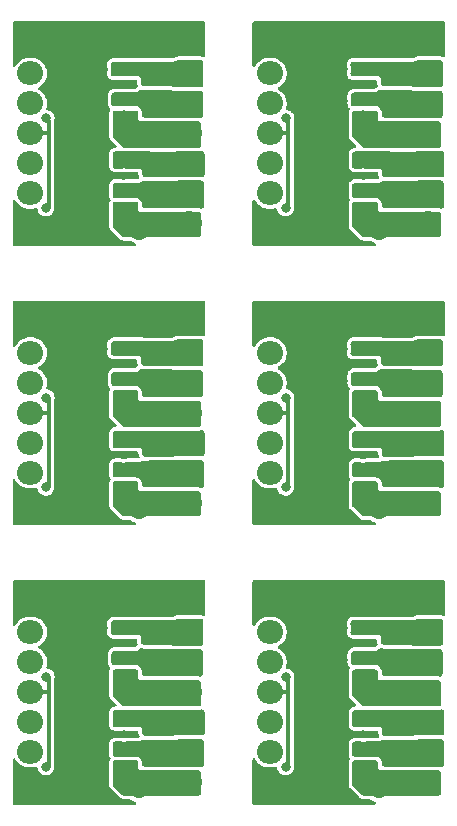
<source format=gbr>
%TF.GenerationSoftware,KiCad,Pcbnew,8.0.4*%
%TF.CreationDate,2024-09-15T23:07:02-03:00*%
%TF.ProjectId,panelized_TB67,70616e65-6c69-47a6-9564-5f544236372e,rev?*%
%TF.SameCoordinates,Original*%
%TF.FileFunction,Copper,L2,Bot*%
%TF.FilePolarity,Positive*%
%FSLAX46Y46*%
G04 Gerber Fmt 4.6, Leading zero omitted, Abs format (unit mm)*
G04 Created by KiCad (PCBNEW 8.0.4) date 2024-09-15 23:07:02*
%MOMM*%
%LPD*%
G01*
G04 APERTURE LIST*
%TA.AperFunction,ComponentPad*%
%ADD10C,1.600000*%
%TD*%
%TA.AperFunction,ComponentPad*%
%ADD11R,2.200000X2.000000*%
%TD*%
%TA.AperFunction,ComponentPad*%
%ADD12O,2.200000X2.000000*%
%TD*%
%TA.AperFunction,ViaPad*%
%ADD13C,0.650000*%
%TD*%
%TA.AperFunction,ViaPad*%
%ADD14C,0.800000*%
%TD*%
%TA.AperFunction,Conductor*%
%ADD15C,0.304800*%
%TD*%
G04 APERTURE END LIST*
D10*
%TO.P,C3,1*%
%TO.N,Board_1-/VM*%
X161200000Y-52350500D03*
%TO.P,C3,2*%
%TO.N,Board_1-GND*%
X156200000Y-52350500D03*
%TD*%
%TO.P,C3,1*%
%TO.N,Board_0-/VM*%
X140900000Y-52350500D03*
%TO.P,C3,2*%
%TO.N,Board_0-GND*%
X135900000Y-52350500D03*
%TD*%
%TO.P,C3,1*%
%TO.N,Board_4-/VM*%
X140900000Y-99650500D03*
%TO.P,C3,2*%
%TO.N,Board_4-GND*%
X135900000Y-99650500D03*
%TD*%
%TO.P,C3,1*%
%TO.N,Board_3-/VM*%
X161200000Y-76000500D03*
%TO.P,C3,2*%
%TO.N,Board_3-GND*%
X156200000Y-76000500D03*
%TD*%
%TO.P,C3,1*%
%TO.N,Board_5-/VM*%
X161200000Y-99650500D03*
%TO.P,C3,2*%
%TO.N,Board_5-GND*%
X156200000Y-99650500D03*
%TD*%
%TO.P,C3,1*%
%TO.N,Board_2-/VM*%
X140900000Y-76000500D03*
%TO.P,C3,2*%
%TO.N,Board_2-GND*%
X135900000Y-76000500D03*
%TD*%
D11*
%TO.P,J2,1,Pin_1*%
%TO.N,Board_0-GND*%
X145090000Y-36510500D03*
D12*
%TO.P,J2,2,Pin_2*%
%TO.N,Board_0-/OUT_B2*%
X145090000Y-39050500D03*
%TO.P,J2,3,Pin_3*%
%TO.N,Board_0-/OUT_B1*%
X145090000Y-41590500D03*
%TO.P,J2,4,Pin_4*%
%TO.N,Board_0-/VM*%
X145090000Y-44130500D03*
%TO.P,J2,5,Pin_5*%
%TO.N,Board_0-/OUT_A2*%
X145090000Y-46670500D03*
%TO.P,J2,6,Pin_6*%
%TO.N,Board_0-/OUT_A1*%
X145090000Y-49210500D03*
%TO.P,J2,7,Pin_7*%
%TO.N,Board_0-/VM*%
X145090000Y-51750500D03*
%TD*%
D11*
%TO.P,J1,1,Pin_1*%
%TO.N,Board_0-GND*%
X131700000Y-36510500D03*
D12*
%TO.P,J1,2,Pin_2*%
%TO.N,Board_0-/IN_B2*%
X131700000Y-39050500D03*
%TO.P,J1,3,Pin_3*%
%TO.N,Board_0-/IN_B1*%
X131700000Y-41590500D03*
%TO.P,J1,4,Pin_4*%
%TO.N,Board_0-/VREF*%
X131700000Y-44130500D03*
%TO.P,J1,5,Pin_5*%
%TO.N,Board_0-/IN_A2*%
X131700000Y-46670500D03*
%TO.P,J1,6,Pin_6*%
%TO.N,Board_0-/IN_A1*%
X131700000Y-49210500D03*
%TO.P,J1,7,Pin_7*%
%TO.N,Board_0-GND*%
X131700000Y-51750500D03*
%TD*%
D11*
%TO.P,J1,1,Pin_1*%
%TO.N,Board_3-GND*%
X152000000Y-60160500D03*
D12*
%TO.P,J1,2,Pin_2*%
%TO.N,Board_3-/IN_B2*%
X152000000Y-62700500D03*
%TO.P,J1,3,Pin_3*%
%TO.N,Board_3-/IN_B1*%
X152000000Y-65240500D03*
%TO.P,J1,4,Pin_4*%
%TO.N,Board_3-/VREF*%
X152000000Y-67780500D03*
%TO.P,J1,5,Pin_5*%
%TO.N,Board_3-/IN_A2*%
X152000000Y-70320500D03*
%TO.P,J1,6,Pin_6*%
%TO.N,Board_3-/IN_A1*%
X152000000Y-72860500D03*
%TO.P,J1,7,Pin_7*%
%TO.N,Board_3-GND*%
X152000000Y-75400500D03*
%TD*%
D11*
%TO.P,J1,1,Pin_1*%
%TO.N,Board_4-GND*%
X131700000Y-83810500D03*
D12*
%TO.P,J1,2,Pin_2*%
%TO.N,Board_4-/IN_B2*%
X131700000Y-86350500D03*
%TO.P,J1,3,Pin_3*%
%TO.N,Board_4-/IN_B1*%
X131700000Y-88890500D03*
%TO.P,J1,4,Pin_4*%
%TO.N,Board_4-/VREF*%
X131700000Y-91430500D03*
%TO.P,J1,5,Pin_5*%
%TO.N,Board_4-/IN_A2*%
X131700000Y-93970500D03*
%TO.P,J1,6,Pin_6*%
%TO.N,Board_4-/IN_A1*%
X131700000Y-96510500D03*
%TO.P,J1,7,Pin_7*%
%TO.N,Board_4-GND*%
X131700000Y-99050500D03*
%TD*%
D11*
%TO.P,J2,1,Pin_1*%
%TO.N,Board_5-GND*%
X165390000Y-83810500D03*
D12*
%TO.P,J2,2,Pin_2*%
%TO.N,Board_5-/OUT_B2*%
X165390000Y-86350500D03*
%TO.P,J2,3,Pin_3*%
%TO.N,Board_5-/OUT_B1*%
X165390000Y-88890500D03*
%TO.P,J2,4,Pin_4*%
%TO.N,Board_5-/VM*%
X165390000Y-91430500D03*
%TO.P,J2,5,Pin_5*%
%TO.N,Board_5-/OUT_A2*%
X165390000Y-93970500D03*
%TO.P,J2,6,Pin_6*%
%TO.N,Board_5-/OUT_A1*%
X165390000Y-96510500D03*
%TO.P,J2,7,Pin_7*%
%TO.N,Board_5-/VM*%
X165390000Y-99050500D03*
%TD*%
D11*
%TO.P,J2,1,Pin_1*%
%TO.N,Board_2-GND*%
X145090000Y-60160500D03*
D12*
%TO.P,J2,2,Pin_2*%
%TO.N,Board_2-/OUT_B2*%
X145090000Y-62700500D03*
%TO.P,J2,3,Pin_3*%
%TO.N,Board_2-/OUT_B1*%
X145090000Y-65240500D03*
%TO.P,J2,4,Pin_4*%
%TO.N,Board_2-/VM*%
X145090000Y-67780500D03*
%TO.P,J2,5,Pin_5*%
%TO.N,Board_2-/OUT_A2*%
X145090000Y-70320500D03*
%TO.P,J2,6,Pin_6*%
%TO.N,Board_2-/OUT_A1*%
X145090000Y-72860500D03*
%TO.P,J2,7,Pin_7*%
%TO.N,Board_2-/VM*%
X145090000Y-75400500D03*
%TD*%
D11*
%TO.P,J2,1,Pin_1*%
%TO.N,Board_1-GND*%
X165390000Y-36510500D03*
D12*
%TO.P,J2,2,Pin_2*%
%TO.N,Board_1-/OUT_B2*%
X165390000Y-39050500D03*
%TO.P,J2,3,Pin_3*%
%TO.N,Board_1-/OUT_B1*%
X165390000Y-41590500D03*
%TO.P,J2,4,Pin_4*%
%TO.N,Board_1-/VM*%
X165390000Y-44130500D03*
%TO.P,J2,5,Pin_5*%
%TO.N,Board_1-/OUT_A2*%
X165390000Y-46670500D03*
%TO.P,J2,6,Pin_6*%
%TO.N,Board_1-/OUT_A1*%
X165390000Y-49210500D03*
%TO.P,J2,7,Pin_7*%
%TO.N,Board_1-/VM*%
X165390000Y-51750500D03*
%TD*%
D11*
%TO.P,J2,1,Pin_1*%
%TO.N,Board_3-GND*%
X165390000Y-60160500D03*
D12*
%TO.P,J2,2,Pin_2*%
%TO.N,Board_3-/OUT_B2*%
X165390000Y-62700500D03*
%TO.P,J2,3,Pin_3*%
%TO.N,Board_3-/OUT_B1*%
X165390000Y-65240500D03*
%TO.P,J2,4,Pin_4*%
%TO.N,Board_3-/VM*%
X165390000Y-67780500D03*
%TO.P,J2,5,Pin_5*%
%TO.N,Board_3-/OUT_A2*%
X165390000Y-70320500D03*
%TO.P,J2,6,Pin_6*%
%TO.N,Board_3-/OUT_A1*%
X165390000Y-72860500D03*
%TO.P,J2,7,Pin_7*%
%TO.N,Board_3-/VM*%
X165390000Y-75400500D03*
%TD*%
D11*
%TO.P,J1,1,Pin_1*%
%TO.N,Board_5-GND*%
X152000000Y-83810500D03*
D12*
%TO.P,J1,2,Pin_2*%
%TO.N,Board_5-/IN_B2*%
X152000000Y-86350500D03*
%TO.P,J1,3,Pin_3*%
%TO.N,Board_5-/IN_B1*%
X152000000Y-88890500D03*
%TO.P,J1,4,Pin_4*%
%TO.N,Board_5-/VREF*%
X152000000Y-91430500D03*
%TO.P,J1,5,Pin_5*%
%TO.N,Board_5-/IN_A2*%
X152000000Y-93970500D03*
%TO.P,J1,6,Pin_6*%
%TO.N,Board_5-/IN_A1*%
X152000000Y-96510500D03*
%TO.P,J1,7,Pin_7*%
%TO.N,Board_5-GND*%
X152000000Y-99050500D03*
%TD*%
D11*
%TO.P,J2,1,Pin_1*%
%TO.N,Board_4-GND*%
X145090000Y-83810500D03*
D12*
%TO.P,J2,2,Pin_2*%
%TO.N,Board_4-/OUT_B2*%
X145090000Y-86350500D03*
%TO.P,J2,3,Pin_3*%
%TO.N,Board_4-/OUT_B1*%
X145090000Y-88890500D03*
%TO.P,J2,4,Pin_4*%
%TO.N,Board_4-/VM*%
X145090000Y-91430500D03*
%TO.P,J2,5,Pin_5*%
%TO.N,Board_4-/OUT_A2*%
X145090000Y-93970500D03*
%TO.P,J2,6,Pin_6*%
%TO.N,Board_4-/OUT_A1*%
X145090000Y-96510500D03*
%TO.P,J2,7,Pin_7*%
%TO.N,Board_4-/VM*%
X145090000Y-99050500D03*
%TD*%
D11*
%TO.P,J1,1,Pin_1*%
%TO.N,Board_2-GND*%
X131700000Y-60160500D03*
D12*
%TO.P,J1,2,Pin_2*%
%TO.N,Board_2-/IN_B2*%
X131700000Y-62700500D03*
%TO.P,J1,3,Pin_3*%
%TO.N,Board_2-/IN_B1*%
X131700000Y-65240500D03*
%TO.P,J1,4,Pin_4*%
%TO.N,Board_2-/VREF*%
X131700000Y-67780500D03*
%TO.P,J1,5,Pin_5*%
%TO.N,Board_2-/IN_A2*%
X131700000Y-70320500D03*
%TO.P,J1,6,Pin_6*%
%TO.N,Board_2-/IN_A1*%
X131700000Y-72860500D03*
%TO.P,J1,7,Pin_7*%
%TO.N,Board_2-GND*%
X131700000Y-75400500D03*
%TD*%
D11*
%TO.P,J1,1,Pin_1*%
%TO.N,Board_1-GND*%
X152000000Y-36510500D03*
D12*
%TO.P,J1,2,Pin_2*%
%TO.N,Board_1-/IN_B2*%
X152000000Y-39050500D03*
%TO.P,J1,3,Pin_3*%
%TO.N,Board_1-/IN_B1*%
X152000000Y-41590500D03*
%TO.P,J1,4,Pin_4*%
%TO.N,Board_1-/VREF*%
X152000000Y-44130500D03*
%TO.P,J1,5,Pin_5*%
%TO.N,Board_1-/IN_A2*%
X152000000Y-46670500D03*
%TO.P,J1,6,Pin_6*%
%TO.N,Board_1-/IN_A1*%
X152000000Y-49210500D03*
%TO.P,J1,7,Pin_7*%
%TO.N,Board_1-GND*%
X152000000Y-51750500D03*
%TD*%
D13*
%TO.N,Board_0-/OUT_A1*%
X141900000Y-49900500D03*
X139590000Y-48990500D03*
X143150000Y-48650500D03*
X143150000Y-49900500D03*
X141900000Y-48650500D03*
%TO.N,Board_0-/OUT_A2*%
X143050000Y-47400500D03*
X143050000Y-46150500D03*
X141800000Y-46150500D03*
X139590000Y-46460500D03*
X141800000Y-47400500D03*
%TO.N,Board_0-/OUT_B1*%
X141850000Y-41000500D03*
X143100000Y-42250500D03*
X139590000Y-41250500D03*
X143100000Y-41000500D03*
X141850000Y-42250500D03*
%TO.N,Board_0-/OUT_B2*%
X143000000Y-39750500D03*
X143000000Y-38500500D03*
X141750000Y-39750500D03*
X141750000Y-38500500D03*
X139590000Y-38710500D03*
%TO.N,Board_0-/VM*%
X141850000Y-44850500D03*
X139250000Y-43650500D03*
X139590000Y-50260500D03*
X143150000Y-44850500D03*
X140550000Y-43650500D03*
X143250000Y-52500500D03*
X143150000Y-43650500D03*
X143250000Y-51300500D03*
X140550000Y-44850500D03*
X141850000Y-43650500D03*
X141950000Y-51300500D03*
X139350000Y-51300500D03*
X139590000Y-42520500D03*
D14*
%TO.N,Board_0-/VREF*%
X133050000Y-42850500D03*
X133000000Y-50450500D03*
D13*
%TO.N,Board_0-GND*%
X133800000Y-35300500D03*
X137800000Y-43650500D03*
X141300000Y-36300500D03*
X137120000Y-46450500D03*
X133850000Y-53150500D03*
X142800000Y-37300500D03*
X134200000Y-43650500D03*
X139800000Y-35300500D03*
X142800000Y-36300500D03*
X135300000Y-35300500D03*
X134200000Y-44650500D03*
X137930000Y-39805500D03*
X134200000Y-45650500D03*
X139800000Y-37300500D03*
X136310000Y-49165500D03*
X137930000Y-48355500D03*
X137930000Y-41425500D03*
X137120000Y-48355500D03*
X136600000Y-44650500D03*
X136310000Y-47545500D03*
X137930000Y-50250500D03*
X137120000Y-40615500D03*
X133800000Y-37300500D03*
X138300000Y-35300500D03*
X136310000Y-40615500D03*
X136310000Y-46450500D03*
X137930000Y-49165500D03*
X137930000Y-42550500D03*
X136800000Y-37300500D03*
X137120000Y-38700500D03*
X137120000Y-42550500D03*
X136600000Y-43650500D03*
X135400000Y-45650500D03*
X137930000Y-47545500D03*
X137750000Y-52250500D03*
X137120000Y-39805500D03*
X137120000Y-49165500D03*
X139590000Y-47720500D03*
X136310000Y-41425500D03*
X135300000Y-36300500D03*
X137120000Y-50250500D03*
X136310000Y-42550500D03*
X134650000Y-46450500D03*
X133850000Y-51350500D03*
X136310000Y-39805500D03*
X135400000Y-43650500D03*
X136310000Y-50250500D03*
X136310000Y-48355500D03*
X137120000Y-47545500D03*
X137930000Y-46450500D03*
X138300000Y-37300500D03*
X136600000Y-45650500D03*
X139800000Y-36300500D03*
X134650000Y-38710500D03*
X136310000Y-38700500D03*
X133850000Y-52250500D03*
X139590000Y-39980500D03*
X135300000Y-37300500D03*
X136800000Y-36300500D03*
X135400000Y-44650500D03*
X142800000Y-35300500D03*
X137930000Y-38700500D03*
X137750000Y-51350500D03*
X133800000Y-36300500D03*
X137930000Y-40615500D03*
X137120000Y-41425500D03*
X138300000Y-36300500D03*
X141300000Y-37300500D03*
X137750000Y-53150500D03*
X136800000Y-35300500D03*
X137800000Y-45650500D03*
X137800000Y-44650500D03*
X141300000Y-35300500D03*
%TO.N,Board_1-/OUT_A1*%
X162200000Y-49900500D03*
X159890000Y-48990500D03*
X163450000Y-48650500D03*
X162200000Y-48650500D03*
X163450000Y-49900500D03*
%TO.N,Board_1-/OUT_A2*%
X163350000Y-47400500D03*
X162100000Y-47400500D03*
X163350000Y-46150500D03*
X162100000Y-46150500D03*
X159890000Y-46460500D03*
%TO.N,Board_1-/OUT_B1*%
X162150000Y-41000500D03*
X159890000Y-41250500D03*
X162150000Y-42250500D03*
X163400000Y-42250500D03*
X163400000Y-41000500D03*
%TO.N,Board_1-/OUT_B2*%
X163300000Y-39750500D03*
X159890000Y-38710500D03*
X163300000Y-38500500D03*
X162050000Y-38500500D03*
X162050000Y-39750500D03*
%TO.N,Board_1-/VM*%
X159550000Y-43650500D03*
X159890000Y-50260500D03*
X160850000Y-43650500D03*
X163550000Y-52500500D03*
X162250000Y-51300500D03*
X163450000Y-44850500D03*
X163450000Y-43650500D03*
X162150000Y-44850500D03*
X160850000Y-44850500D03*
X159650000Y-51300500D03*
X162150000Y-43650500D03*
X163550000Y-51300500D03*
X159890000Y-42520500D03*
D14*
%TO.N,Board_1-/VREF*%
X153350000Y-42850500D03*
X153300000Y-50450500D03*
D13*
%TO.N,Board_1-GND*%
X155700000Y-43650500D03*
X156610000Y-41425500D03*
X156610000Y-50250500D03*
X158600000Y-35300500D03*
X157100000Y-37300500D03*
X156610000Y-42550500D03*
X158230000Y-39805500D03*
X154150000Y-53150500D03*
X155600000Y-37300500D03*
X158230000Y-50250500D03*
X158230000Y-38700500D03*
X154100000Y-36300500D03*
X158050000Y-51350500D03*
X156900000Y-43650500D03*
X156610000Y-49165500D03*
X154150000Y-52250500D03*
X156900000Y-45650500D03*
X156610000Y-38700500D03*
X157420000Y-46450500D03*
X158100000Y-43650500D03*
X157420000Y-47545500D03*
X158230000Y-47545500D03*
X163100000Y-37300500D03*
X158050000Y-52250500D03*
X155600000Y-36300500D03*
X163100000Y-35300500D03*
X160100000Y-37300500D03*
X158230000Y-48355500D03*
X156610000Y-39805500D03*
X154100000Y-37300500D03*
X158600000Y-36300500D03*
X156610000Y-46450500D03*
X158230000Y-46450500D03*
X156610000Y-40615500D03*
X154500000Y-43650500D03*
X158230000Y-42550500D03*
X157420000Y-50250500D03*
X157420000Y-39805500D03*
X161600000Y-37300500D03*
X156610000Y-48355500D03*
X157420000Y-38700500D03*
X160100000Y-36300500D03*
X160100000Y-35300500D03*
X157100000Y-35300500D03*
X158050000Y-53150500D03*
X157420000Y-42550500D03*
X163100000Y-36300500D03*
X158100000Y-45650500D03*
X155700000Y-45650500D03*
X157420000Y-49165500D03*
X156900000Y-44650500D03*
X158600000Y-37300500D03*
X155600000Y-35300500D03*
X158230000Y-49165500D03*
X157420000Y-48355500D03*
X159890000Y-39980500D03*
X154500000Y-44650500D03*
X155700000Y-44650500D03*
X158100000Y-44650500D03*
X157420000Y-41425500D03*
X158230000Y-40615500D03*
X158230000Y-41425500D03*
X154950000Y-38710500D03*
X159890000Y-47720500D03*
X156610000Y-47545500D03*
X157100000Y-36300500D03*
X154500000Y-45650500D03*
X154950000Y-46450500D03*
X157420000Y-40615500D03*
X161600000Y-35300500D03*
X154150000Y-51350500D03*
X154100000Y-35300500D03*
X161600000Y-36300500D03*
%TO.N,Board_2-/OUT_A1*%
X139590000Y-72640500D03*
X141900000Y-72300500D03*
X143150000Y-73550500D03*
X143150000Y-72300500D03*
X141900000Y-73550500D03*
%TO.N,Board_2-/OUT_A2*%
X139590000Y-70110500D03*
X141800000Y-69800500D03*
X143050000Y-69800500D03*
X141800000Y-71050500D03*
X143050000Y-71050500D03*
%TO.N,Board_2-/OUT_B1*%
X141850000Y-64650500D03*
X139590000Y-64900500D03*
X143100000Y-64650500D03*
X143100000Y-65900500D03*
X141850000Y-65900500D03*
%TO.N,Board_2-/OUT_B2*%
X139590000Y-62360500D03*
X141750000Y-63400500D03*
X141750000Y-62150500D03*
X143000000Y-62150500D03*
X143000000Y-63400500D03*
%TO.N,Board_2-/VM*%
X141850000Y-68500500D03*
X139250000Y-67300500D03*
X139590000Y-73910500D03*
X140550000Y-67300500D03*
X143150000Y-68500500D03*
X143250000Y-74950500D03*
X141850000Y-67300500D03*
X143250000Y-76150500D03*
X141950000Y-74950500D03*
X140550000Y-68500500D03*
X139590000Y-66170500D03*
X143150000Y-67300500D03*
X139350000Y-74950500D03*
D14*
%TO.N,Board_2-/VREF*%
X133000000Y-74100500D03*
X133050000Y-66500500D03*
D13*
%TO.N,Board_2-GND*%
X136310000Y-72005500D03*
X137930000Y-71195500D03*
X136800000Y-59950500D03*
X141300000Y-59950500D03*
X137750000Y-75000500D03*
X139590000Y-63630500D03*
X137120000Y-70100500D03*
X134650000Y-70100500D03*
X136310000Y-70100500D03*
X137930000Y-66200500D03*
X141300000Y-60950500D03*
X139800000Y-59950500D03*
X134200000Y-68300500D03*
X136600000Y-68300500D03*
X137120000Y-62350500D03*
X139800000Y-58950500D03*
X133800000Y-58950500D03*
X137930000Y-70100500D03*
X139590000Y-71370500D03*
X136310000Y-64265500D03*
X133850000Y-76800500D03*
X137120000Y-66200500D03*
X133800000Y-60950500D03*
X136600000Y-67300500D03*
X134650000Y-62360500D03*
X137120000Y-63455500D03*
X139800000Y-60950500D03*
X135400000Y-67300500D03*
X137750000Y-76800500D03*
X134200000Y-67300500D03*
X136310000Y-71195500D03*
X137800000Y-68300500D03*
X142800000Y-59950500D03*
X142800000Y-60950500D03*
X137120000Y-64265500D03*
X137120000Y-73900500D03*
X135300000Y-60950500D03*
X137800000Y-67300500D03*
X135300000Y-59950500D03*
X137750000Y-75900500D03*
X136800000Y-60950500D03*
X135300000Y-58950500D03*
X137930000Y-72005500D03*
X133850000Y-75000500D03*
X135400000Y-69300500D03*
X142800000Y-58950500D03*
X137800000Y-69300500D03*
X137120000Y-71195500D03*
X137120000Y-65075500D03*
X138300000Y-58950500D03*
X133850000Y-75900500D03*
X137930000Y-72815500D03*
X137120000Y-72005500D03*
X136600000Y-69300500D03*
X138300000Y-60950500D03*
X136310000Y-72815500D03*
X136310000Y-73900500D03*
X135400000Y-68300500D03*
X137930000Y-65075500D03*
X136800000Y-58950500D03*
X136310000Y-63455500D03*
X133800000Y-59950500D03*
X137930000Y-63455500D03*
X137120000Y-72815500D03*
X137930000Y-64265500D03*
X136310000Y-62350500D03*
X134200000Y-69300500D03*
X141300000Y-58950500D03*
X136310000Y-66200500D03*
X137930000Y-62350500D03*
X136310000Y-65075500D03*
X138300000Y-59950500D03*
X137930000Y-73900500D03*
%TO.N,Board_3-/OUT_A1*%
X162200000Y-73550500D03*
X163450000Y-72300500D03*
X159890000Y-72640500D03*
X162200000Y-72300500D03*
X163450000Y-73550500D03*
%TO.N,Board_3-/OUT_A2*%
X162100000Y-69800500D03*
X163350000Y-71050500D03*
X163350000Y-69800500D03*
X162100000Y-71050500D03*
X159890000Y-70110500D03*
%TO.N,Board_3-/OUT_B1*%
X163400000Y-64650500D03*
X162150000Y-64650500D03*
X163400000Y-65900500D03*
X159890000Y-64900500D03*
X162150000Y-65900500D03*
%TO.N,Board_3-/OUT_B2*%
X163300000Y-63400500D03*
X163300000Y-62150500D03*
X162050000Y-63400500D03*
X162050000Y-62150500D03*
X159890000Y-62360500D03*
%TO.N,Board_3-/VM*%
X160850000Y-67300500D03*
X162150000Y-67300500D03*
X162150000Y-68500500D03*
X162250000Y-74950500D03*
X163450000Y-67300500D03*
X159650000Y-74950500D03*
X163450000Y-68500500D03*
X163550000Y-74950500D03*
X163550000Y-76150500D03*
X159550000Y-67300500D03*
X159890000Y-73910500D03*
X159890000Y-66170500D03*
X160850000Y-68500500D03*
D14*
%TO.N,Board_3-/VREF*%
X153350000Y-66500500D03*
X153300000Y-74100500D03*
D13*
%TO.N,Board_3-GND*%
X156900000Y-68300500D03*
X158230000Y-63455500D03*
X157420000Y-62350500D03*
X157420000Y-66200500D03*
X163100000Y-58950500D03*
X158230000Y-62350500D03*
X155600000Y-60950500D03*
X158230000Y-72815500D03*
X158100000Y-69300500D03*
X156900000Y-69300500D03*
X158100000Y-68300500D03*
X157420000Y-72815500D03*
X158600000Y-59950500D03*
X156610000Y-65075500D03*
X163100000Y-59950500D03*
X154150000Y-75000500D03*
X155700000Y-67300500D03*
X154500000Y-67300500D03*
X155600000Y-58950500D03*
X157420000Y-63455500D03*
X154100000Y-59950500D03*
X156610000Y-63455500D03*
X156610000Y-72815500D03*
X160100000Y-58950500D03*
X158050000Y-75900500D03*
X155700000Y-69300500D03*
X158230000Y-70100500D03*
X154100000Y-58950500D03*
X157420000Y-73900500D03*
X158230000Y-73900500D03*
X157420000Y-64265500D03*
X154500000Y-69300500D03*
X156610000Y-64265500D03*
X157420000Y-71195500D03*
X158600000Y-58950500D03*
X158230000Y-72005500D03*
X156610000Y-72005500D03*
X157100000Y-58950500D03*
X156900000Y-67300500D03*
X157420000Y-65075500D03*
X156610000Y-73900500D03*
X160100000Y-59950500D03*
X158600000Y-60950500D03*
X161600000Y-60950500D03*
X158230000Y-64265500D03*
X155700000Y-68300500D03*
X158050000Y-76800500D03*
X158230000Y-65075500D03*
X163100000Y-60950500D03*
X161600000Y-58950500D03*
X154150000Y-75900500D03*
X158100000Y-67300500D03*
X156610000Y-71195500D03*
X156610000Y-62350500D03*
X154150000Y-76800500D03*
X156610000Y-70100500D03*
X159890000Y-63630500D03*
X157420000Y-70100500D03*
X158230000Y-66200500D03*
X155600000Y-59950500D03*
X160100000Y-60950500D03*
X154500000Y-68300500D03*
X157100000Y-59950500D03*
X154950000Y-70100500D03*
X154950000Y-62360500D03*
X157100000Y-60950500D03*
X154100000Y-60950500D03*
X156610000Y-66200500D03*
X157420000Y-72005500D03*
X158050000Y-75000500D03*
X158230000Y-71195500D03*
X159890000Y-71370500D03*
X161600000Y-59950500D03*
%TO.N,Board_4-/OUT_A1*%
X139590000Y-96290500D03*
X141900000Y-97200500D03*
X143150000Y-95950500D03*
X143150000Y-97200500D03*
X141900000Y-95950500D03*
%TO.N,Board_4-/OUT_A2*%
X141800000Y-94700500D03*
X143050000Y-93450500D03*
X141800000Y-93450500D03*
X139590000Y-93760500D03*
X143050000Y-94700500D03*
%TO.N,Board_4-/OUT_B1*%
X141850000Y-88300500D03*
X143100000Y-89550500D03*
X141850000Y-89550500D03*
X139590000Y-88550500D03*
X143100000Y-88300500D03*
%TO.N,Board_4-/OUT_B2*%
X141750000Y-85800500D03*
X141750000Y-87050500D03*
X139590000Y-86010500D03*
X143000000Y-87050500D03*
X143000000Y-85800500D03*
%TO.N,Board_4-/VM*%
X139250000Y-90950500D03*
X140550000Y-92150500D03*
X141950000Y-98600500D03*
X141850000Y-90950500D03*
X143250000Y-99800500D03*
X143150000Y-90950500D03*
X141850000Y-92150500D03*
X143150000Y-92150500D03*
X143250000Y-98600500D03*
X139350000Y-98600500D03*
X139590000Y-89820500D03*
X139590000Y-97560500D03*
X140550000Y-90950500D03*
D14*
%TO.N,Board_4-/VREF*%
X133050000Y-90150500D03*
X133000000Y-97750500D03*
D13*
%TO.N,Board_4-GND*%
X136310000Y-87105500D03*
X133800000Y-84600500D03*
X137120000Y-94845500D03*
X136310000Y-86000500D03*
X135300000Y-84600500D03*
X136600000Y-90950500D03*
X133800000Y-83600500D03*
X136800000Y-82600500D03*
X136600000Y-91950500D03*
X137930000Y-86000500D03*
X137120000Y-86000500D03*
X137120000Y-87915500D03*
X136800000Y-83600500D03*
X136310000Y-89850500D03*
X135300000Y-82600500D03*
X137930000Y-94845500D03*
X136310000Y-93750500D03*
X135400000Y-90950500D03*
X137930000Y-87105500D03*
X135300000Y-83600500D03*
X136310000Y-87915500D03*
X139800000Y-83600500D03*
X137120000Y-89850500D03*
X142800000Y-84600500D03*
X137930000Y-89850500D03*
X136310000Y-94845500D03*
X138300000Y-83600500D03*
X139800000Y-84600500D03*
X138300000Y-82600500D03*
X139590000Y-87280500D03*
X137120000Y-88725500D03*
X137120000Y-96465500D03*
X139800000Y-82600500D03*
X137930000Y-97550500D03*
X141300000Y-82600500D03*
X137800000Y-92950500D03*
X137930000Y-87915500D03*
X135400000Y-92950500D03*
X133850000Y-100450500D03*
X133850000Y-99550500D03*
X137120000Y-87105500D03*
X134200000Y-92950500D03*
X142800000Y-82600500D03*
X133800000Y-82600500D03*
X137120000Y-93750500D03*
X137930000Y-96465500D03*
X134200000Y-91950500D03*
X136310000Y-88725500D03*
X136310000Y-97550500D03*
X137930000Y-95655500D03*
X136310000Y-95655500D03*
X137930000Y-88725500D03*
X137750000Y-100450500D03*
X134200000Y-90950500D03*
X133850000Y-98650500D03*
X136600000Y-92950500D03*
X137800000Y-90950500D03*
X138300000Y-84600500D03*
X135400000Y-91950500D03*
X136800000Y-84600500D03*
X137930000Y-93750500D03*
X142800000Y-83600500D03*
X134650000Y-93750500D03*
X136310000Y-96465500D03*
X137750000Y-98650500D03*
X137120000Y-95655500D03*
X134650000Y-86010500D03*
X137750000Y-99550500D03*
X139590000Y-95020500D03*
X137800000Y-91950500D03*
X141300000Y-83600500D03*
X137120000Y-97550500D03*
X141300000Y-84600500D03*
%TO.N,Board_5-/OUT_A1*%
X159890000Y-96290500D03*
X163450000Y-97200500D03*
X163450000Y-95950500D03*
X162200000Y-95950500D03*
X162200000Y-97200500D03*
%TO.N,Board_5-/OUT_A2*%
X162100000Y-93450500D03*
X163350000Y-93450500D03*
X162100000Y-94700500D03*
X159890000Y-93760500D03*
X163350000Y-94700500D03*
%TO.N,Board_5-/OUT_B1*%
X162150000Y-88300500D03*
X163400000Y-89550500D03*
X159890000Y-88550500D03*
X163400000Y-88300500D03*
X162150000Y-89550500D03*
%TO.N,Board_5-/OUT_B2*%
X163300000Y-87050500D03*
X162050000Y-85800500D03*
X162050000Y-87050500D03*
X159890000Y-86010500D03*
X163300000Y-85800500D03*
%TO.N,Board_5-/VM*%
X162150000Y-92150500D03*
X159650000Y-98600500D03*
X159550000Y-90950500D03*
X163550000Y-99800500D03*
X159890000Y-97560500D03*
X160850000Y-90950500D03*
X159890000Y-89820500D03*
X163450000Y-92150500D03*
X162150000Y-90950500D03*
X163550000Y-98600500D03*
X160850000Y-92150500D03*
X162250000Y-98600500D03*
X163450000Y-90950500D03*
D14*
%TO.N,Board_5-/VREF*%
X153350000Y-90150500D03*
X153300000Y-97750500D03*
D13*
%TO.N,Board_5-GND*%
X157420000Y-96465500D03*
X158100000Y-92950500D03*
X163100000Y-84600500D03*
X156610000Y-86000500D03*
X156610000Y-95655500D03*
X159890000Y-87280500D03*
X157420000Y-97550500D03*
X158230000Y-86000500D03*
X154500000Y-91950500D03*
X163100000Y-82600500D03*
X155600000Y-83600500D03*
X157100000Y-84600500D03*
X155700000Y-91950500D03*
X158230000Y-95655500D03*
X157420000Y-89850500D03*
X156900000Y-92950500D03*
X157420000Y-87915500D03*
X156900000Y-91950500D03*
X160100000Y-83600500D03*
X163100000Y-83600500D03*
X156610000Y-88725500D03*
X157420000Y-95655500D03*
X157100000Y-82600500D03*
X157420000Y-87105500D03*
X154100000Y-83600500D03*
X154150000Y-98650500D03*
X158230000Y-88725500D03*
X158600000Y-82600500D03*
X157420000Y-88725500D03*
X156610000Y-96465500D03*
X155700000Y-92950500D03*
X158100000Y-91950500D03*
X157420000Y-86000500D03*
X154100000Y-84600500D03*
X154150000Y-100450500D03*
X158050000Y-100450500D03*
X158230000Y-87105500D03*
X156610000Y-89850500D03*
X158230000Y-89850500D03*
X156610000Y-87105500D03*
X156610000Y-87915500D03*
X154150000Y-99550500D03*
X158230000Y-93750500D03*
X154500000Y-90950500D03*
X158100000Y-90950500D03*
X157100000Y-83600500D03*
X156610000Y-93750500D03*
X160100000Y-84600500D03*
X154950000Y-93750500D03*
X158230000Y-96465500D03*
X161600000Y-84600500D03*
X158230000Y-87915500D03*
X158050000Y-98650500D03*
X154500000Y-92950500D03*
X155600000Y-84600500D03*
X158230000Y-94845500D03*
X157420000Y-94845500D03*
X154100000Y-82600500D03*
X157420000Y-93750500D03*
X155600000Y-82600500D03*
X154950000Y-86010500D03*
X158600000Y-84600500D03*
X158600000Y-83600500D03*
X159890000Y-95020500D03*
X156610000Y-97550500D03*
X160100000Y-82600500D03*
X161600000Y-82600500D03*
X158050000Y-99550500D03*
X155700000Y-90950500D03*
X156900000Y-90950500D03*
X158230000Y-97550500D03*
X156610000Y-94845500D03*
X161600000Y-83600500D03*
%TD*%
D15*
%TO.N,Board_0-/VREF*%
X133070000Y-44130500D02*
X133250000Y-43950500D01*
X131700000Y-44130500D02*
X133070000Y-44130500D01*
X133250000Y-43050500D02*
X133250000Y-43950500D01*
X133050000Y-42850500D02*
X133250000Y-43050500D01*
X133100000Y-50350500D02*
X133250000Y-50350500D01*
X133250000Y-43950500D02*
X133250000Y-44300500D01*
X133080000Y-44130500D02*
X133250000Y-44300500D01*
X133250000Y-50200500D02*
X133000000Y-50450500D01*
X133250000Y-44300500D02*
X133250000Y-50200500D01*
X133000000Y-50450500D02*
X133100000Y-50350500D01*
X133070000Y-44130500D02*
X133080000Y-44130500D01*
%TO.N,Board_1-/VREF*%
X153400000Y-50350500D02*
X153550000Y-50350500D01*
X153550000Y-43050500D02*
X153550000Y-43950500D01*
X153550000Y-43950500D02*
X153550000Y-44300500D01*
X153550000Y-44300500D02*
X153550000Y-50200500D01*
X153370000Y-44130500D02*
X153380000Y-44130500D01*
X153380000Y-44130500D02*
X153550000Y-44300500D01*
X152000000Y-44130500D02*
X153370000Y-44130500D01*
X153300000Y-50450500D02*
X153400000Y-50350500D01*
X153350000Y-42850500D02*
X153550000Y-43050500D01*
X153550000Y-50200500D02*
X153300000Y-50450500D01*
X153370000Y-44130500D02*
X153550000Y-43950500D01*
%TO.N,Board_2-/VREF*%
X133250000Y-67600500D02*
X133250000Y-67950500D01*
X133070000Y-67780500D02*
X133080000Y-67780500D01*
X133070000Y-67780500D02*
X133250000Y-67600500D01*
X133080000Y-67780500D02*
X133250000Y-67950500D01*
X133250000Y-66700500D02*
X133250000Y-67600500D01*
X133050000Y-66500500D02*
X133250000Y-66700500D01*
X131700000Y-67780500D02*
X133070000Y-67780500D01*
X133000000Y-74100500D02*
X133100000Y-74000500D01*
X133250000Y-67950500D02*
X133250000Y-73850500D01*
X133250000Y-73850500D02*
X133000000Y-74100500D01*
X133100000Y-74000500D02*
X133250000Y-74000500D01*
%TO.N,Board_3-/VREF*%
X153370000Y-67780500D02*
X153380000Y-67780500D01*
X153400000Y-74000500D02*
X153550000Y-74000500D01*
X153550000Y-67600500D02*
X153550000Y-67950500D01*
X152000000Y-67780500D02*
X153370000Y-67780500D01*
X153350000Y-66500500D02*
X153550000Y-66700500D01*
X153380000Y-67780500D02*
X153550000Y-67950500D01*
X153550000Y-66700500D02*
X153550000Y-67600500D01*
X153370000Y-67780500D02*
X153550000Y-67600500D01*
X153550000Y-67950500D02*
X153550000Y-73850500D01*
X153300000Y-74100500D02*
X153400000Y-74000500D01*
X153550000Y-73850500D02*
X153300000Y-74100500D01*
%TO.N,Board_4-/VREF*%
X133000000Y-97750500D02*
X133100000Y-97650500D01*
X131700000Y-91430500D02*
X133070000Y-91430500D01*
X133070000Y-91430500D02*
X133080000Y-91430500D01*
X133250000Y-91600500D02*
X133250000Y-97500500D01*
X133250000Y-91250500D02*
X133250000Y-91600500D01*
X133250000Y-97500500D02*
X133000000Y-97750500D01*
X133080000Y-91430500D02*
X133250000Y-91600500D01*
X133250000Y-90350500D02*
X133250000Y-91250500D01*
X133100000Y-97650500D02*
X133250000Y-97650500D01*
X133070000Y-91430500D02*
X133250000Y-91250500D01*
X133050000Y-90150500D02*
X133250000Y-90350500D01*
%TO.N,Board_5-/VREF*%
X153300000Y-97750500D02*
X153400000Y-97650500D01*
X152000000Y-91430500D02*
X153370000Y-91430500D01*
X153550000Y-97500500D02*
X153300000Y-97750500D01*
X153380000Y-91430500D02*
X153550000Y-91600500D01*
X153370000Y-91430500D02*
X153550000Y-91250500D01*
X153550000Y-91250500D02*
X153550000Y-91600500D01*
X153370000Y-91430500D02*
X153380000Y-91430500D01*
X153350000Y-90150500D02*
X153550000Y-90350500D01*
X153550000Y-90350500D02*
X153550000Y-91250500D01*
X153400000Y-97650500D02*
X153550000Y-97650500D01*
X153550000Y-91600500D02*
X153550000Y-97500500D01*
%TD*%
%TA.AperFunction,Conductor*%
%TO.N,Board_4-/VM*%
G36*
X140696288Y-89519454D02*
G01*
X140777070Y-89573430D01*
X140831046Y-89654212D01*
X140850000Y-89749500D01*
X140850000Y-90300500D01*
X140950000Y-90400500D01*
X145901000Y-90400500D01*
X145996288Y-90419454D01*
X146077070Y-90473430D01*
X146131046Y-90554212D01*
X146150000Y-90649500D01*
X146150000Y-92401500D01*
X146131046Y-92496788D01*
X146077070Y-92577570D01*
X145996288Y-92631546D01*
X145901000Y-92650500D01*
X139703140Y-92650500D01*
X139607852Y-92631546D01*
X139527070Y-92577570D01*
X138722930Y-91773430D01*
X138668954Y-91692648D01*
X138650000Y-91597360D01*
X138650000Y-89749500D01*
X138668954Y-89654212D01*
X138722930Y-89573430D01*
X138803712Y-89519454D01*
X138899000Y-89500500D01*
X140601000Y-89500500D01*
X140696288Y-89519454D01*
G37*
%TD.AperFunction*%
%TD*%
%TA.AperFunction,Conductor*%
%TO.N,Board_1-/OUT_B2*%
G36*
X166496288Y-37919454D02*
G01*
X166577070Y-37973430D01*
X166631046Y-38054212D01*
X166650000Y-38149500D01*
X166650000Y-39946610D01*
X166631046Y-40041898D01*
X166577070Y-40122680D01*
X166512350Y-40169324D01*
X166503776Y-40173611D01*
X166410073Y-40199267D01*
X166389867Y-40199880D01*
X161685174Y-40151388D01*
X161590086Y-40131453D01*
X161531810Y-40096532D01*
X161443070Y-40025254D01*
X161380649Y-39950805D01*
X161351469Y-39858135D01*
X161350000Y-39831123D01*
X161350000Y-39400500D01*
X161200000Y-39300500D01*
X159053890Y-39300500D01*
X158958602Y-39281546D01*
X158877820Y-39227570D01*
X158831178Y-39162856D01*
X158818821Y-39138142D01*
X158793159Y-39044437D01*
X158805311Y-38948045D01*
X158808705Y-38938514D01*
X158841785Y-38851291D01*
X158860094Y-38700500D01*
X158841785Y-38549709D01*
X158800611Y-38441143D01*
X158784545Y-38345329D01*
X158784772Y-38339829D01*
X158787547Y-38287095D01*
X158811484Y-38192938D01*
X158869632Y-38115106D01*
X158953139Y-38065450D01*
X159036924Y-38051188D01*
X164084650Y-38065850D01*
X164509555Y-37914870D01*
X164592924Y-37900500D01*
X166401000Y-37900500D01*
X166496288Y-37919454D01*
G37*
%TD.AperFunction*%
%TD*%
%TA.AperFunction,Conductor*%
%TO.N,Board_3-/OUT_A2*%
G36*
X166596288Y-69269454D02*
G01*
X166677070Y-69323430D01*
X166731046Y-69404212D01*
X166750000Y-69499500D01*
X166750000Y-71204339D01*
X166731046Y-71299627D01*
X166677070Y-71380409D01*
X166596288Y-71434385D01*
X166503856Y-71453323D01*
X161766481Y-71507670D01*
X161670982Y-71489810D01*
X161589587Y-71436764D01*
X161571810Y-71417457D01*
X161507185Y-71339382D01*
X161461027Y-71253892D01*
X161450000Y-71180611D01*
X161450000Y-70850501D01*
X161450000Y-70850500D01*
X161350000Y-70750500D01*
X161349999Y-70750500D01*
X160018498Y-70750500D01*
X159981006Y-70745947D01*
X159980901Y-70746816D01*
X159965952Y-70745000D01*
X159965949Y-70745000D01*
X159814051Y-70745000D01*
X159814047Y-70745000D01*
X159799099Y-70746816D01*
X159798993Y-70745947D01*
X159761502Y-70750500D01*
X159199000Y-70750500D01*
X159103712Y-70731546D01*
X159022930Y-70677570D01*
X158968954Y-70596788D01*
X158950000Y-70501500D01*
X158950000Y-69550680D01*
X158968954Y-69455392D01*
X159022930Y-69374610D01*
X159103712Y-69320634D01*
X159199000Y-69301680D01*
X159199943Y-69301682D01*
X159985977Y-69305400D01*
X159997000Y-69306339D01*
X159997032Y-69305699D01*
X160003133Y-69305999D01*
X160003140Y-69306000D01*
X160003147Y-69306000D01*
X160112079Y-69306000D01*
X160113257Y-69306003D01*
X164234650Y-69325500D01*
X164234650Y-69325499D01*
X164234651Y-69325500D01*
X164292189Y-69317126D01*
X164350804Y-69308595D01*
X164386663Y-69306000D01*
X166200997Y-69306000D01*
X166201000Y-69306000D01*
X166260600Y-69300130D01*
X166355888Y-69281176D01*
X166362791Y-69279720D01*
X166384182Y-69270569D01*
X166479245Y-69250517D01*
X166482118Y-69250500D01*
X166501000Y-69250500D01*
X166596288Y-69269454D01*
G37*
%TD.AperFunction*%
%TD*%
%TA.AperFunction,Conductor*%
%TO.N,Board_3-/OUT_B1*%
G36*
X161487601Y-64064866D02*
G01*
X161527401Y-64080453D01*
X161527404Y-64080453D01*
X161527405Y-64080454D01*
X161548085Y-64084789D01*
X161622489Y-64100388D01*
X161682025Y-64106872D01*
X166353567Y-64155022D01*
X166448654Y-64174957D01*
X166528875Y-64229763D01*
X166582016Y-64311097D01*
X166600000Y-64404009D01*
X166600000Y-66197360D01*
X166581046Y-66292648D01*
X166527070Y-66373430D01*
X166512379Y-66388121D01*
X166431597Y-66442097D01*
X166336309Y-66461051D01*
X166287734Y-66456267D01*
X166260597Y-66450869D01*
X166201003Y-66445000D01*
X166201000Y-66445000D01*
X161704500Y-66445000D01*
X161609212Y-66426046D01*
X161528430Y-66372070D01*
X161474454Y-66291288D01*
X161455500Y-66196000D01*
X161455500Y-66099503D01*
X161455500Y-66099500D01*
X161449630Y-66039900D01*
X161430676Y-65944612D01*
X161429220Y-65937709D01*
X161385061Y-65834487D01*
X161331085Y-65753705D01*
X161327095Y-65747880D01*
X161327092Y-65747877D01*
X161322876Y-65741722D01*
X161301172Y-65701673D01*
X161300000Y-65700501D01*
X161300000Y-65700500D01*
X161100000Y-65500500D01*
X161099999Y-65500500D01*
X159099000Y-65500500D01*
X159003712Y-65481546D01*
X158922930Y-65427570D01*
X158868954Y-65346788D01*
X158850000Y-65251500D01*
X158850000Y-65173697D01*
X158851815Y-65143685D01*
X158851838Y-65143493D01*
X158860094Y-65075500D01*
X158851815Y-65007312D01*
X158850000Y-64977301D01*
X158850000Y-64549500D01*
X158868954Y-64454212D01*
X158922930Y-64373430D01*
X159003712Y-64319454D01*
X159099000Y-64300500D01*
X160999999Y-64300500D01*
X161000000Y-64300500D01*
X161179048Y-64121451D01*
X161259827Y-64067478D01*
X161350322Y-64048570D01*
X161392021Y-64047768D01*
X161487601Y-64064866D01*
G37*
%TD.AperFunction*%
%TD*%
%TA.AperFunction,Conductor*%
%TO.N,Board_2-/VM*%
G36*
X140696288Y-65869454D02*
G01*
X140777070Y-65923430D01*
X140831046Y-66004212D01*
X140850000Y-66099500D01*
X140850000Y-66650500D01*
X140950000Y-66750500D01*
X145901000Y-66750500D01*
X145996288Y-66769454D01*
X146077070Y-66823430D01*
X146131046Y-66904212D01*
X146150000Y-66999500D01*
X146150000Y-68751500D01*
X146131046Y-68846788D01*
X146077070Y-68927570D01*
X145996288Y-68981546D01*
X145901000Y-69000500D01*
X139703140Y-69000500D01*
X139607852Y-68981546D01*
X139527070Y-68927570D01*
X138722930Y-68123430D01*
X138668954Y-68042648D01*
X138650000Y-67947360D01*
X138650000Y-66099500D01*
X138668954Y-66004212D01*
X138722930Y-65923430D01*
X138803712Y-65869454D01*
X138899000Y-65850500D01*
X140601000Y-65850500D01*
X140696288Y-65869454D01*
G37*
%TD.AperFunction*%
%TD*%
%TA.AperFunction,Conductor*%
%TO.N,Board_2-/OUT_B1*%
G36*
X141187601Y-64064866D02*
G01*
X141227401Y-64080453D01*
X141227404Y-64080453D01*
X141227405Y-64080454D01*
X141248085Y-64084789D01*
X141322489Y-64100388D01*
X141382025Y-64106872D01*
X146053567Y-64155022D01*
X146148654Y-64174957D01*
X146228875Y-64229763D01*
X146282016Y-64311097D01*
X146300000Y-64404009D01*
X146300000Y-66197360D01*
X146281046Y-66292648D01*
X146227070Y-66373430D01*
X146212379Y-66388121D01*
X146131597Y-66442097D01*
X146036309Y-66461051D01*
X145987734Y-66456267D01*
X145960597Y-66450869D01*
X145901003Y-66445000D01*
X145901000Y-66445000D01*
X141404500Y-66445000D01*
X141309212Y-66426046D01*
X141228430Y-66372070D01*
X141174454Y-66291288D01*
X141155500Y-66196000D01*
X141155500Y-66099503D01*
X141155500Y-66099500D01*
X141149630Y-66039900D01*
X141130676Y-65944612D01*
X141129220Y-65937709D01*
X141085061Y-65834487D01*
X141031085Y-65753705D01*
X141027095Y-65747880D01*
X141027092Y-65747877D01*
X141022876Y-65741722D01*
X141001172Y-65701673D01*
X141000000Y-65700501D01*
X141000000Y-65700500D01*
X140800000Y-65500500D01*
X140799999Y-65500500D01*
X138799000Y-65500500D01*
X138703712Y-65481546D01*
X138622930Y-65427570D01*
X138568954Y-65346788D01*
X138550000Y-65251500D01*
X138550000Y-65173697D01*
X138551815Y-65143685D01*
X138551838Y-65143493D01*
X138560094Y-65075500D01*
X138551815Y-65007312D01*
X138550000Y-64977301D01*
X138550000Y-64549500D01*
X138568954Y-64454212D01*
X138622930Y-64373430D01*
X138703712Y-64319454D01*
X138799000Y-64300500D01*
X140699999Y-64300500D01*
X140700000Y-64300500D01*
X140879048Y-64121451D01*
X140959827Y-64067478D01*
X141050322Y-64048570D01*
X141092021Y-64047768D01*
X141187601Y-64064866D01*
G37*
%TD.AperFunction*%
%TD*%
%TA.AperFunction,Conductor*%
%TO.N,Board_0-/VM*%
G36*
X140696288Y-42219454D02*
G01*
X140777070Y-42273430D01*
X140831046Y-42354212D01*
X140850000Y-42449500D01*
X140850000Y-43000500D01*
X140950000Y-43100500D01*
X145901000Y-43100500D01*
X145996288Y-43119454D01*
X146077070Y-43173430D01*
X146131046Y-43254212D01*
X146150000Y-43349500D01*
X146150000Y-45101500D01*
X146131046Y-45196788D01*
X146077070Y-45277570D01*
X145996288Y-45331546D01*
X145901000Y-45350500D01*
X139703140Y-45350500D01*
X139607852Y-45331546D01*
X139527070Y-45277570D01*
X138722930Y-44473430D01*
X138668954Y-44392648D01*
X138650000Y-44297360D01*
X138650000Y-42449500D01*
X138668954Y-42354212D01*
X138722930Y-42273430D01*
X138803712Y-42219454D01*
X138899000Y-42200500D01*
X140601000Y-42200500D01*
X140696288Y-42219454D01*
G37*
%TD.AperFunction*%
%TD*%
%TA.AperFunction,Conductor*%
%TO.N,Board_4-/OUT_A2*%
G36*
X146296288Y-92919454D02*
G01*
X146377070Y-92973430D01*
X146431046Y-93054212D01*
X146450000Y-93149500D01*
X146450000Y-94854339D01*
X146431046Y-94949627D01*
X146377070Y-95030409D01*
X146296288Y-95084385D01*
X146203856Y-95103323D01*
X141466481Y-95157670D01*
X141370982Y-95139810D01*
X141289587Y-95086764D01*
X141271810Y-95067457D01*
X141207185Y-94989382D01*
X141161027Y-94903892D01*
X141150000Y-94830611D01*
X141150000Y-94500501D01*
X141150000Y-94500500D01*
X141050000Y-94400500D01*
X141049999Y-94400500D01*
X139718498Y-94400500D01*
X139681006Y-94395947D01*
X139680901Y-94396816D01*
X139665952Y-94395000D01*
X139665949Y-94395000D01*
X139514051Y-94395000D01*
X139514047Y-94395000D01*
X139499099Y-94396816D01*
X139498993Y-94395947D01*
X139461502Y-94400500D01*
X138899000Y-94400500D01*
X138803712Y-94381546D01*
X138722930Y-94327570D01*
X138668954Y-94246788D01*
X138650000Y-94151500D01*
X138650000Y-93200680D01*
X138668954Y-93105392D01*
X138722930Y-93024610D01*
X138803712Y-92970634D01*
X138899000Y-92951680D01*
X138899943Y-92951682D01*
X139685977Y-92955400D01*
X139697000Y-92956339D01*
X139697032Y-92955699D01*
X139703133Y-92955999D01*
X139703140Y-92956000D01*
X139703147Y-92956000D01*
X139812079Y-92956000D01*
X139813257Y-92956003D01*
X143934650Y-92975500D01*
X143934650Y-92975499D01*
X143934651Y-92975500D01*
X143992189Y-92967126D01*
X144050804Y-92958595D01*
X144086663Y-92956000D01*
X145900997Y-92956000D01*
X145901000Y-92956000D01*
X145960600Y-92950130D01*
X146055888Y-92931176D01*
X146062791Y-92929720D01*
X146084182Y-92920569D01*
X146179245Y-92900517D01*
X146182118Y-92900500D01*
X146201000Y-92900500D01*
X146296288Y-92919454D01*
G37*
%TD.AperFunction*%
%TD*%
%TA.AperFunction,Conductor*%
%TO.N,Board_4-/OUT_A1*%
G36*
X146225243Y-95427553D02*
G01*
X146306638Y-95480599D01*
X146361466Y-95560589D01*
X146379866Y-95603521D01*
X146399981Y-95698570D01*
X146400000Y-95701609D01*
X146400000Y-97539689D01*
X146381046Y-97634977D01*
X146327070Y-97715759D01*
X146246288Y-97769735D01*
X146151000Y-97788689D01*
X146067094Y-97772503D01*
X146066917Y-97773100D01*
X146060868Y-97771303D01*
X146058385Y-97770824D01*
X146055889Y-97769824D01*
X145960595Y-97750869D01*
X145901003Y-97745000D01*
X145901000Y-97745000D01*
X141404500Y-97745000D01*
X141309212Y-97726046D01*
X141228430Y-97672070D01*
X141174454Y-97591288D01*
X141155500Y-97496000D01*
X141155500Y-97449503D01*
X141155500Y-97449500D01*
X141149630Y-97389900D01*
X141130676Y-97294612D01*
X141129220Y-97287709D01*
X141120068Y-97266315D01*
X141100017Y-97171251D01*
X141100000Y-97168381D01*
X141100000Y-97150501D01*
X141100000Y-97150500D01*
X140900000Y-96950500D01*
X140899999Y-96950500D01*
X140880471Y-96950500D01*
X140787846Y-96932631D01*
X140755886Y-96919823D01*
X140660595Y-96900869D01*
X140601003Y-96895000D01*
X140601000Y-96895000D01*
X138899000Y-96895000D01*
X138803712Y-96876046D01*
X138722930Y-96822070D01*
X138668954Y-96741288D01*
X138650000Y-96646000D01*
X138650000Y-95849500D01*
X138668954Y-95754212D01*
X138722930Y-95673430D01*
X138803712Y-95619454D01*
X138899000Y-95600500D01*
X139299217Y-95600500D01*
X139358807Y-95607736D01*
X139504560Y-95643660D01*
X139514051Y-95646000D01*
X139514055Y-95646000D01*
X139665945Y-95646000D01*
X139665949Y-95646000D01*
X139726212Y-95631146D01*
X139821193Y-95607736D01*
X139880783Y-95600500D01*
X140949999Y-95600500D01*
X140950000Y-95600500D01*
X140981005Y-95569494D01*
X141061783Y-95515520D01*
X141147498Y-95496750D01*
X142252052Y-95454267D01*
X142258624Y-95454102D01*
X146129746Y-95409693D01*
X146225243Y-95427553D01*
G37*
%TD.AperFunction*%
%TD*%
%TA.AperFunction,Conductor*%
%TO.N,Board_5-/OUT_B2*%
G36*
X166496288Y-85219454D02*
G01*
X166577070Y-85273430D01*
X166631046Y-85354212D01*
X166650000Y-85449500D01*
X166650000Y-87246610D01*
X166631046Y-87341898D01*
X166577070Y-87422680D01*
X166512350Y-87469324D01*
X166503776Y-87473611D01*
X166410073Y-87499267D01*
X166389867Y-87499880D01*
X161685174Y-87451388D01*
X161590086Y-87431453D01*
X161531810Y-87396532D01*
X161443070Y-87325254D01*
X161380649Y-87250805D01*
X161351469Y-87158135D01*
X161350000Y-87131123D01*
X161350000Y-86700500D01*
X161200000Y-86600500D01*
X159053890Y-86600500D01*
X158958602Y-86581546D01*
X158877820Y-86527570D01*
X158831178Y-86462856D01*
X158818821Y-86438142D01*
X158793159Y-86344437D01*
X158805311Y-86248045D01*
X158808705Y-86238514D01*
X158841785Y-86151291D01*
X158860094Y-86000500D01*
X158841785Y-85849709D01*
X158800611Y-85741143D01*
X158784545Y-85645329D01*
X158784772Y-85639829D01*
X158787547Y-85587095D01*
X158811484Y-85492938D01*
X158869632Y-85415106D01*
X158953139Y-85365450D01*
X159036924Y-85351188D01*
X164084650Y-85365850D01*
X164509555Y-85214870D01*
X164592924Y-85200500D01*
X166401000Y-85200500D01*
X166496288Y-85219454D01*
G37*
%TD.AperFunction*%
%TD*%
%TA.AperFunction,Conductor*%
%TO.N,Board_2-/OUT_B2*%
G36*
X146196288Y-61569454D02*
G01*
X146277070Y-61623430D01*
X146331046Y-61704212D01*
X146350000Y-61799500D01*
X146350000Y-63596610D01*
X146331046Y-63691898D01*
X146277070Y-63772680D01*
X146212350Y-63819324D01*
X146203776Y-63823611D01*
X146110073Y-63849267D01*
X146089867Y-63849880D01*
X141385174Y-63801388D01*
X141290086Y-63781453D01*
X141231810Y-63746532D01*
X141143070Y-63675254D01*
X141080649Y-63600805D01*
X141051469Y-63508135D01*
X141050000Y-63481123D01*
X141050000Y-63050500D01*
X140900000Y-62950500D01*
X138753890Y-62950500D01*
X138658602Y-62931546D01*
X138577820Y-62877570D01*
X138531178Y-62812856D01*
X138518821Y-62788142D01*
X138493159Y-62694437D01*
X138505311Y-62598045D01*
X138508705Y-62588514D01*
X138541785Y-62501291D01*
X138560094Y-62350500D01*
X138541785Y-62199709D01*
X138500611Y-62091143D01*
X138484545Y-61995329D01*
X138484772Y-61989829D01*
X138487547Y-61937095D01*
X138511484Y-61842938D01*
X138569632Y-61765106D01*
X138653139Y-61715450D01*
X138736924Y-61701188D01*
X143784650Y-61715850D01*
X144209555Y-61564870D01*
X144292924Y-61550500D01*
X146101000Y-61550500D01*
X146196288Y-61569454D01*
G37*
%TD.AperFunction*%
%TD*%
%TA.AperFunction,Conductor*%
%TO.N,Board_5-/OUT_A2*%
G36*
X166596288Y-92919454D02*
G01*
X166677070Y-92973430D01*
X166731046Y-93054212D01*
X166750000Y-93149500D01*
X166750000Y-94854339D01*
X166731046Y-94949627D01*
X166677070Y-95030409D01*
X166596288Y-95084385D01*
X166503856Y-95103323D01*
X161766481Y-95157670D01*
X161670982Y-95139810D01*
X161589587Y-95086764D01*
X161571810Y-95067457D01*
X161507185Y-94989382D01*
X161461027Y-94903892D01*
X161450000Y-94830611D01*
X161450000Y-94500501D01*
X161450000Y-94500500D01*
X161350000Y-94400500D01*
X161349999Y-94400500D01*
X160018498Y-94400500D01*
X159981006Y-94395947D01*
X159980901Y-94396816D01*
X159965952Y-94395000D01*
X159965949Y-94395000D01*
X159814051Y-94395000D01*
X159814047Y-94395000D01*
X159799099Y-94396816D01*
X159798993Y-94395947D01*
X159761502Y-94400500D01*
X159199000Y-94400500D01*
X159103712Y-94381546D01*
X159022930Y-94327570D01*
X158968954Y-94246788D01*
X158950000Y-94151500D01*
X158950000Y-93200680D01*
X158968954Y-93105392D01*
X159022930Y-93024610D01*
X159103712Y-92970634D01*
X159199000Y-92951680D01*
X159199943Y-92951682D01*
X159985977Y-92955400D01*
X159997000Y-92956339D01*
X159997032Y-92955699D01*
X160003133Y-92955999D01*
X160003140Y-92956000D01*
X160003147Y-92956000D01*
X160112079Y-92956000D01*
X160113257Y-92956003D01*
X164234650Y-92975500D01*
X164234650Y-92975499D01*
X164234651Y-92975500D01*
X164292189Y-92967126D01*
X164350804Y-92958595D01*
X164386663Y-92956000D01*
X166200997Y-92956000D01*
X166201000Y-92956000D01*
X166260600Y-92950130D01*
X166355888Y-92931176D01*
X166362791Y-92929720D01*
X166384182Y-92920569D01*
X166479245Y-92900517D01*
X166482118Y-92900500D01*
X166501000Y-92900500D01*
X166596288Y-92919454D01*
G37*
%TD.AperFunction*%
%TD*%
%TA.AperFunction,Conductor*%
%TO.N,Board_5-/VM*%
G36*
X160996288Y-89519454D02*
G01*
X161077070Y-89573430D01*
X161131046Y-89654212D01*
X161150000Y-89749500D01*
X161150000Y-90300500D01*
X161250000Y-90400500D01*
X166201000Y-90400500D01*
X166296288Y-90419454D01*
X166377070Y-90473430D01*
X166431046Y-90554212D01*
X166450000Y-90649500D01*
X166450000Y-92401500D01*
X166431046Y-92496788D01*
X166377070Y-92577570D01*
X166296288Y-92631546D01*
X166201000Y-92650500D01*
X160003140Y-92650500D01*
X159907852Y-92631546D01*
X159827070Y-92577570D01*
X159022930Y-91773430D01*
X158968954Y-91692648D01*
X158950000Y-91597360D01*
X158950000Y-89749500D01*
X158968954Y-89654212D01*
X159022930Y-89573430D01*
X159103712Y-89519454D01*
X159199000Y-89500500D01*
X160901000Y-89500500D01*
X160996288Y-89519454D01*
G37*
%TD.AperFunction*%
%TD*%
%TA.AperFunction,Conductor*%
%TO.N,Board_2-/OUT_A1*%
G36*
X146225243Y-71777553D02*
G01*
X146306638Y-71830599D01*
X146361466Y-71910589D01*
X146379866Y-71953521D01*
X146399981Y-72048570D01*
X146400000Y-72051609D01*
X146400000Y-73889689D01*
X146381046Y-73984977D01*
X146327070Y-74065759D01*
X146246288Y-74119735D01*
X146151000Y-74138689D01*
X146067094Y-74122503D01*
X146066917Y-74123100D01*
X146060868Y-74121303D01*
X146058385Y-74120824D01*
X146055889Y-74119824D01*
X145960595Y-74100869D01*
X145901003Y-74095000D01*
X145901000Y-74095000D01*
X141404500Y-74095000D01*
X141309212Y-74076046D01*
X141228430Y-74022070D01*
X141174454Y-73941288D01*
X141155500Y-73846000D01*
X141155500Y-73799503D01*
X141155500Y-73799500D01*
X141149630Y-73739900D01*
X141130676Y-73644612D01*
X141129220Y-73637709D01*
X141120068Y-73616315D01*
X141100017Y-73521251D01*
X141100000Y-73518381D01*
X141100000Y-73500501D01*
X141100000Y-73500500D01*
X140900000Y-73300500D01*
X140899999Y-73300500D01*
X140880471Y-73300500D01*
X140787846Y-73282631D01*
X140755886Y-73269823D01*
X140660595Y-73250869D01*
X140601003Y-73245000D01*
X140601000Y-73245000D01*
X138899000Y-73245000D01*
X138803712Y-73226046D01*
X138722930Y-73172070D01*
X138668954Y-73091288D01*
X138650000Y-72996000D01*
X138650000Y-72199500D01*
X138668954Y-72104212D01*
X138722930Y-72023430D01*
X138803712Y-71969454D01*
X138899000Y-71950500D01*
X139299217Y-71950500D01*
X139358807Y-71957736D01*
X139504560Y-71993660D01*
X139514051Y-71996000D01*
X139514055Y-71996000D01*
X139665945Y-71996000D01*
X139665949Y-71996000D01*
X139726212Y-71981146D01*
X139821193Y-71957736D01*
X139880783Y-71950500D01*
X140949999Y-71950500D01*
X140950000Y-71950500D01*
X140981005Y-71919494D01*
X141061783Y-71865520D01*
X141147498Y-71846750D01*
X142252052Y-71804267D01*
X142258624Y-71804102D01*
X146129746Y-71759693D01*
X146225243Y-71777553D01*
G37*
%TD.AperFunction*%
%TD*%
%TA.AperFunction,Conductor*%
%TO.N,Board_3-/VM*%
G36*
X160996288Y-65869454D02*
G01*
X161077070Y-65923430D01*
X161131046Y-66004212D01*
X161150000Y-66099500D01*
X161150000Y-66650500D01*
X161250000Y-66750500D01*
X166201000Y-66750500D01*
X166296288Y-66769454D01*
X166377070Y-66823430D01*
X166431046Y-66904212D01*
X166450000Y-66999500D01*
X166450000Y-68751500D01*
X166431046Y-68846788D01*
X166377070Y-68927570D01*
X166296288Y-68981546D01*
X166201000Y-69000500D01*
X160003140Y-69000500D01*
X159907852Y-68981546D01*
X159827070Y-68927570D01*
X159022930Y-68123430D01*
X158968954Y-68042648D01*
X158950000Y-67947360D01*
X158950000Y-66099500D01*
X158968954Y-66004212D01*
X159022930Y-65923430D01*
X159103712Y-65869454D01*
X159199000Y-65850500D01*
X160901000Y-65850500D01*
X160996288Y-65869454D01*
G37*
%TD.AperFunction*%
%TD*%
%TA.AperFunction,Conductor*%
%TO.N,Board_3-/OUT_A1*%
G36*
X166525243Y-71777553D02*
G01*
X166606638Y-71830599D01*
X166661466Y-71910589D01*
X166679866Y-71953521D01*
X166699981Y-72048570D01*
X166700000Y-72051609D01*
X166700000Y-73889689D01*
X166681046Y-73984977D01*
X166627070Y-74065759D01*
X166546288Y-74119735D01*
X166451000Y-74138689D01*
X166367094Y-74122503D01*
X166366917Y-74123100D01*
X166360868Y-74121303D01*
X166358385Y-74120824D01*
X166355889Y-74119824D01*
X166260595Y-74100869D01*
X166201003Y-74095000D01*
X166201000Y-74095000D01*
X161704500Y-74095000D01*
X161609212Y-74076046D01*
X161528430Y-74022070D01*
X161474454Y-73941288D01*
X161455500Y-73846000D01*
X161455500Y-73799503D01*
X161455500Y-73799500D01*
X161449630Y-73739900D01*
X161430676Y-73644612D01*
X161429220Y-73637709D01*
X161420068Y-73616315D01*
X161400017Y-73521251D01*
X161400000Y-73518381D01*
X161400000Y-73500501D01*
X161400000Y-73500500D01*
X161200000Y-73300500D01*
X161199999Y-73300500D01*
X161180471Y-73300500D01*
X161087846Y-73282631D01*
X161055886Y-73269823D01*
X160960595Y-73250869D01*
X160901003Y-73245000D01*
X160901000Y-73245000D01*
X159199000Y-73245000D01*
X159103712Y-73226046D01*
X159022930Y-73172070D01*
X158968954Y-73091288D01*
X158950000Y-72996000D01*
X158950000Y-72199500D01*
X158968954Y-72104212D01*
X159022930Y-72023430D01*
X159103712Y-71969454D01*
X159199000Y-71950500D01*
X159599217Y-71950500D01*
X159658807Y-71957736D01*
X159804560Y-71993660D01*
X159814051Y-71996000D01*
X159814055Y-71996000D01*
X159965945Y-71996000D01*
X159965949Y-71996000D01*
X160026212Y-71981146D01*
X160121193Y-71957736D01*
X160180783Y-71950500D01*
X161249999Y-71950500D01*
X161250000Y-71950500D01*
X161281005Y-71919494D01*
X161361783Y-71865520D01*
X161447498Y-71846750D01*
X162552052Y-71804267D01*
X162558624Y-71804102D01*
X166429746Y-71759693D01*
X166525243Y-71777553D01*
G37*
%TD.AperFunction*%
%TD*%
%TA.AperFunction,Conductor*%
%TO.N,Board_1-/OUT_A1*%
G36*
X166525243Y-48127553D02*
G01*
X166606638Y-48180599D01*
X166661466Y-48260589D01*
X166679866Y-48303521D01*
X166699981Y-48398570D01*
X166700000Y-48401609D01*
X166700000Y-50239689D01*
X166681046Y-50334977D01*
X166627070Y-50415759D01*
X166546288Y-50469735D01*
X166451000Y-50488689D01*
X166367094Y-50472503D01*
X166366917Y-50473100D01*
X166360868Y-50471303D01*
X166358385Y-50470824D01*
X166355889Y-50469824D01*
X166260595Y-50450869D01*
X166201003Y-50445000D01*
X166201000Y-50445000D01*
X161704500Y-50445000D01*
X161609212Y-50426046D01*
X161528430Y-50372070D01*
X161474454Y-50291288D01*
X161455500Y-50196000D01*
X161455500Y-50149503D01*
X161455500Y-50149500D01*
X161449630Y-50089900D01*
X161430676Y-49994612D01*
X161429220Y-49987709D01*
X161420068Y-49966315D01*
X161400017Y-49871251D01*
X161400000Y-49868381D01*
X161400000Y-49850501D01*
X161400000Y-49850500D01*
X161200000Y-49650500D01*
X161199999Y-49650500D01*
X161180471Y-49650500D01*
X161087846Y-49632631D01*
X161055886Y-49619823D01*
X160960595Y-49600869D01*
X160901003Y-49595000D01*
X160901000Y-49595000D01*
X159199000Y-49595000D01*
X159103712Y-49576046D01*
X159022930Y-49522070D01*
X158968954Y-49441288D01*
X158950000Y-49346000D01*
X158950000Y-48549500D01*
X158968954Y-48454212D01*
X159022930Y-48373430D01*
X159103712Y-48319454D01*
X159199000Y-48300500D01*
X159599217Y-48300500D01*
X159658807Y-48307736D01*
X159804560Y-48343660D01*
X159814051Y-48346000D01*
X159814055Y-48346000D01*
X159965945Y-48346000D01*
X159965949Y-48346000D01*
X160026212Y-48331146D01*
X160121193Y-48307736D01*
X160180783Y-48300500D01*
X161249999Y-48300500D01*
X161250000Y-48300500D01*
X161281005Y-48269494D01*
X161361783Y-48215520D01*
X161447498Y-48196750D01*
X162552052Y-48154267D01*
X162558624Y-48154102D01*
X166429746Y-48109693D01*
X166525243Y-48127553D01*
G37*
%TD.AperFunction*%
%TD*%
%TA.AperFunction,Conductor*%
%TO.N,Board_0-/OUT_B1*%
G36*
X141187601Y-40414866D02*
G01*
X141227401Y-40430453D01*
X141227404Y-40430453D01*
X141227405Y-40430454D01*
X141248085Y-40434789D01*
X141322489Y-40450388D01*
X141382025Y-40456872D01*
X146053567Y-40505022D01*
X146148654Y-40524957D01*
X146228875Y-40579763D01*
X146282016Y-40661097D01*
X146300000Y-40754009D01*
X146300000Y-42547360D01*
X146281046Y-42642648D01*
X146227070Y-42723430D01*
X146212379Y-42738121D01*
X146131597Y-42792097D01*
X146036309Y-42811051D01*
X145987734Y-42806267D01*
X145960597Y-42800869D01*
X145901003Y-42795000D01*
X145901000Y-42795000D01*
X141404500Y-42795000D01*
X141309212Y-42776046D01*
X141228430Y-42722070D01*
X141174454Y-42641288D01*
X141155500Y-42546000D01*
X141155500Y-42449503D01*
X141155500Y-42449500D01*
X141149630Y-42389900D01*
X141130676Y-42294612D01*
X141129220Y-42287709D01*
X141085061Y-42184487D01*
X141031085Y-42103705D01*
X141027095Y-42097880D01*
X141027092Y-42097877D01*
X141022876Y-42091722D01*
X141001172Y-42051673D01*
X141000000Y-42050501D01*
X141000000Y-42050500D01*
X140800000Y-41850500D01*
X140799999Y-41850500D01*
X138799000Y-41850500D01*
X138703712Y-41831546D01*
X138622930Y-41777570D01*
X138568954Y-41696788D01*
X138550000Y-41601500D01*
X138550000Y-41523697D01*
X138551815Y-41493685D01*
X138551838Y-41493493D01*
X138560094Y-41425500D01*
X138551815Y-41357312D01*
X138550000Y-41327301D01*
X138550000Y-40899500D01*
X138568954Y-40804212D01*
X138622930Y-40723430D01*
X138703712Y-40669454D01*
X138799000Y-40650500D01*
X140699999Y-40650500D01*
X140700000Y-40650500D01*
X140879048Y-40471451D01*
X140959827Y-40417478D01*
X141050322Y-40398570D01*
X141092021Y-40397768D01*
X141187601Y-40414866D01*
G37*
%TD.AperFunction*%
%TD*%
%TA.AperFunction,Conductor*%
%TO.N,Board_1-/OUT_A2*%
G36*
X166596288Y-45619454D02*
G01*
X166677070Y-45673430D01*
X166731046Y-45754212D01*
X166750000Y-45849500D01*
X166750000Y-47554339D01*
X166731046Y-47649627D01*
X166677070Y-47730409D01*
X166596288Y-47784385D01*
X166503856Y-47803323D01*
X161766481Y-47857670D01*
X161670982Y-47839810D01*
X161589587Y-47786764D01*
X161571810Y-47767457D01*
X161507185Y-47689382D01*
X161461027Y-47603892D01*
X161450000Y-47530611D01*
X161450000Y-47200501D01*
X161450000Y-47200500D01*
X161350000Y-47100500D01*
X161349999Y-47100500D01*
X160018498Y-47100500D01*
X159981006Y-47095947D01*
X159980901Y-47096816D01*
X159965952Y-47095000D01*
X159965949Y-47095000D01*
X159814051Y-47095000D01*
X159814047Y-47095000D01*
X159799099Y-47096816D01*
X159798993Y-47095947D01*
X159761502Y-47100500D01*
X159199000Y-47100500D01*
X159103712Y-47081546D01*
X159022930Y-47027570D01*
X158968954Y-46946788D01*
X158950000Y-46851500D01*
X158950000Y-45900680D01*
X158968954Y-45805392D01*
X159022930Y-45724610D01*
X159103712Y-45670634D01*
X159199000Y-45651680D01*
X159199943Y-45651682D01*
X159985977Y-45655400D01*
X159997000Y-45656339D01*
X159997032Y-45655699D01*
X160003133Y-45655999D01*
X160003140Y-45656000D01*
X160003147Y-45656000D01*
X160112079Y-45656000D01*
X160113257Y-45656003D01*
X164234650Y-45675500D01*
X164234650Y-45675499D01*
X164234651Y-45675500D01*
X164292189Y-45667126D01*
X164350804Y-45658595D01*
X164386663Y-45656000D01*
X166200997Y-45656000D01*
X166201000Y-45656000D01*
X166260600Y-45650130D01*
X166355888Y-45631176D01*
X166362791Y-45629720D01*
X166384182Y-45620569D01*
X166479245Y-45600517D01*
X166482118Y-45600500D01*
X166501000Y-45600500D01*
X166596288Y-45619454D01*
G37*
%TD.AperFunction*%
%TD*%
%TA.AperFunction,Conductor*%
%TO.N,Board_2-/VM*%
G36*
X140696288Y-73569454D02*
G01*
X140777070Y-73623430D01*
X140831046Y-73704212D01*
X140850000Y-73799500D01*
X140850000Y-74250500D01*
X141000000Y-74400500D01*
X145901000Y-74400500D01*
X145996288Y-74419454D01*
X146077070Y-74473430D01*
X146131046Y-74554212D01*
X146150000Y-74649500D01*
X146150000Y-76301500D01*
X146131046Y-76396788D01*
X146077070Y-76477570D01*
X145996288Y-76531546D01*
X145901000Y-76550500D01*
X139653140Y-76550500D01*
X139557852Y-76531546D01*
X139477070Y-76477570D01*
X138722930Y-75723430D01*
X138668954Y-75642648D01*
X138650000Y-75547360D01*
X138650000Y-73799500D01*
X138668954Y-73704212D01*
X138722930Y-73623430D01*
X138803712Y-73569454D01*
X138899000Y-73550500D01*
X140601000Y-73550500D01*
X140696288Y-73569454D01*
G37*
%TD.AperFunction*%
%TD*%
%TA.AperFunction,Conductor*%
%TO.N,Board_1-/VM*%
G36*
X160996288Y-42219454D02*
G01*
X161077070Y-42273430D01*
X161131046Y-42354212D01*
X161150000Y-42449500D01*
X161150000Y-43000500D01*
X161250000Y-43100500D01*
X166201000Y-43100500D01*
X166296288Y-43119454D01*
X166377070Y-43173430D01*
X166431046Y-43254212D01*
X166450000Y-43349500D01*
X166450000Y-45101500D01*
X166431046Y-45196788D01*
X166377070Y-45277570D01*
X166296288Y-45331546D01*
X166201000Y-45350500D01*
X160003140Y-45350500D01*
X159907852Y-45331546D01*
X159827070Y-45277570D01*
X159022930Y-44473430D01*
X158968954Y-44392648D01*
X158950000Y-44297360D01*
X158950000Y-42449500D01*
X158968954Y-42354212D01*
X159022930Y-42273430D01*
X159103712Y-42219454D01*
X159199000Y-42200500D01*
X160901000Y-42200500D01*
X160996288Y-42219454D01*
G37*
%TD.AperFunction*%
%TD*%
%TA.AperFunction,Conductor*%
%TO.N,Board_0-/OUT_A1*%
G36*
X146225243Y-48127553D02*
G01*
X146306638Y-48180599D01*
X146361466Y-48260589D01*
X146379866Y-48303521D01*
X146399981Y-48398570D01*
X146400000Y-48401609D01*
X146400000Y-50239689D01*
X146381046Y-50334977D01*
X146327070Y-50415759D01*
X146246288Y-50469735D01*
X146151000Y-50488689D01*
X146067094Y-50472503D01*
X146066917Y-50473100D01*
X146060868Y-50471303D01*
X146058385Y-50470824D01*
X146055889Y-50469824D01*
X145960595Y-50450869D01*
X145901003Y-50445000D01*
X145901000Y-50445000D01*
X141404500Y-50445000D01*
X141309212Y-50426046D01*
X141228430Y-50372070D01*
X141174454Y-50291288D01*
X141155500Y-50196000D01*
X141155500Y-50149503D01*
X141155500Y-50149500D01*
X141149630Y-50089900D01*
X141130676Y-49994612D01*
X141129220Y-49987709D01*
X141120068Y-49966315D01*
X141100017Y-49871251D01*
X141100000Y-49868381D01*
X141100000Y-49850501D01*
X141100000Y-49850500D01*
X140900000Y-49650500D01*
X140899999Y-49650500D01*
X140880471Y-49650500D01*
X140787846Y-49632631D01*
X140755886Y-49619823D01*
X140660595Y-49600869D01*
X140601003Y-49595000D01*
X140601000Y-49595000D01*
X138899000Y-49595000D01*
X138803712Y-49576046D01*
X138722930Y-49522070D01*
X138668954Y-49441288D01*
X138650000Y-49346000D01*
X138650000Y-48549500D01*
X138668954Y-48454212D01*
X138722930Y-48373430D01*
X138803712Y-48319454D01*
X138899000Y-48300500D01*
X139299217Y-48300500D01*
X139358807Y-48307736D01*
X139504560Y-48343660D01*
X139514051Y-48346000D01*
X139514055Y-48346000D01*
X139665945Y-48346000D01*
X139665949Y-48346000D01*
X139726212Y-48331146D01*
X139821193Y-48307736D01*
X139880783Y-48300500D01*
X140949999Y-48300500D01*
X140950000Y-48300500D01*
X140981005Y-48269494D01*
X141061783Y-48215520D01*
X141147498Y-48196750D01*
X142252052Y-48154267D01*
X142258624Y-48154102D01*
X146129746Y-48109693D01*
X146225243Y-48127553D01*
G37*
%TD.AperFunction*%
%TD*%
%TA.AperFunction,Conductor*%
%TO.N,Board_0-/OUT_B2*%
G36*
X146196288Y-37919454D02*
G01*
X146277070Y-37973430D01*
X146331046Y-38054212D01*
X146350000Y-38149500D01*
X146350000Y-39946610D01*
X146331046Y-40041898D01*
X146277070Y-40122680D01*
X146212350Y-40169324D01*
X146203776Y-40173611D01*
X146110073Y-40199267D01*
X146089867Y-40199880D01*
X141385174Y-40151388D01*
X141290086Y-40131453D01*
X141231810Y-40096532D01*
X141143070Y-40025254D01*
X141080649Y-39950805D01*
X141051469Y-39858135D01*
X141050000Y-39831123D01*
X141050000Y-39400500D01*
X140900000Y-39300500D01*
X138753890Y-39300500D01*
X138658602Y-39281546D01*
X138577820Y-39227570D01*
X138531178Y-39162856D01*
X138518821Y-39138142D01*
X138493159Y-39044437D01*
X138505311Y-38948045D01*
X138508705Y-38938514D01*
X138541785Y-38851291D01*
X138560094Y-38700500D01*
X138541785Y-38549709D01*
X138500611Y-38441143D01*
X138484545Y-38345329D01*
X138484772Y-38339829D01*
X138487547Y-38287095D01*
X138511484Y-38192938D01*
X138569632Y-38115106D01*
X138653139Y-38065450D01*
X138736924Y-38051188D01*
X143784650Y-38065850D01*
X144209555Y-37914870D01*
X144292924Y-37900500D01*
X146101000Y-37900500D01*
X146196288Y-37919454D01*
G37*
%TD.AperFunction*%
%TD*%
%TA.AperFunction,Conductor*%
%TO.N,Board_0-GND*%
G36*
X146443039Y-34670185D02*
G01*
X146488794Y-34722989D01*
X146500000Y-34774500D01*
X146500000Y-37534372D01*
X146480315Y-37601411D01*
X146427511Y-37647166D01*
X146358353Y-37657110D01*
X146329873Y-37649473D01*
X146255889Y-37619824D01*
X146255883Y-37619822D01*
X146160598Y-37600869D01*
X146112738Y-37596156D01*
X146101000Y-37595000D01*
X144292924Y-37595000D01*
X144241031Y-37599440D01*
X144157662Y-37613810D01*
X144157660Y-37613810D01*
X144157651Y-37613812D01*
X144157650Y-37613812D01*
X144107272Y-37627001D01*
X143752734Y-37752977D01*
X143710857Y-37760133D01*
X138737814Y-37745688D01*
X138685663Y-37750019D01*
X138652588Y-37755649D01*
X138601874Y-37764282D01*
X138601871Y-37764282D01*
X138601871Y-37764283D01*
X138496997Y-37802866D01*
X138413520Y-37852504D01*
X138407469Y-37856198D01*
X138324892Y-37932260D01*
X138324885Y-37932268D01*
X138266754Y-38010077D01*
X138262587Y-38015792D01*
X138215402Y-38117667D01*
X138215398Y-38117677D01*
X138191469Y-38211807D01*
X138191465Y-38211824D01*
X138191463Y-38211836D01*
X138191462Y-38211842D01*
X138182469Y-38271031D01*
X138182469Y-38271038D01*
X138179693Y-38323790D01*
X138179526Y-38327348D01*
X138179304Y-38332725D01*
X138179305Y-38332738D01*
X138183249Y-38395830D01*
X138183250Y-38395844D01*
X138183250Y-38395849D01*
X138183251Y-38395850D01*
X138186807Y-38417060D01*
X138199319Y-38491675D01*
X138214959Y-38549460D01*
X138214962Y-38549470D01*
X138237644Y-38609278D01*
X138244797Y-38638302D01*
X138250534Y-38685553D01*
X138250534Y-38715445D01*
X138244797Y-38762695D01*
X138237644Y-38791717D01*
X138223063Y-38830165D01*
X138220898Y-38836056D01*
X138217514Y-38845555D01*
X138202209Y-38909836D01*
X138190060Y-39006201D01*
X138189256Y-39013238D01*
X138189256Y-39013247D01*
X138198507Y-39125124D01*
X138198509Y-39125135D01*
X138224169Y-39218831D01*
X138224172Y-39218842D01*
X138245569Y-39274757D01*
X138245571Y-39274761D01*
X138245573Y-39274766D01*
X138245574Y-39274766D01*
X138245574Y-39274767D01*
X138257931Y-39299483D01*
X138283340Y-39341481D01*
X138283341Y-39341482D01*
X138329983Y-39406196D01*
X138408095Y-39481585D01*
X138434097Y-39498959D01*
X138488843Y-39535539D01*
X138488877Y-39535561D01*
X138494788Y-39539412D01*
X138599002Y-39581176D01*
X138599004Y-39581176D01*
X138599006Y-39581177D01*
X138644499Y-39590226D01*
X138694290Y-39600130D01*
X138753890Y-39606000D01*
X140620500Y-39606000D01*
X140687539Y-39625685D01*
X140733294Y-39678489D01*
X140744500Y-39730000D01*
X140744500Y-39831126D01*
X140744951Y-39847712D01*
X140746419Y-39874713D01*
X140746420Y-39874724D01*
X140760074Y-39949893D01*
X140789256Y-40042569D01*
X140792604Y-40052786D01*
X140794770Y-40122622D01*
X140758835Y-40182543D01*
X140743657Y-40194495D01*
X140709321Y-40217436D01*
X140663020Y-40255434D01*
X140609776Y-40308680D01*
X140548453Y-40342166D01*
X140522094Y-40345000D01*
X138799000Y-40345000D01*
X138787262Y-40346156D01*
X138739402Y-40350869D01*
X138739400Y-40350869D01*
X138644119Y-40369822D01*
X138637211Y-40371279D01*
X138533987Y-40415438D01*
X138453152Y-40469450D01*
X138447382Y-40473402D01*
X138447378Y-40473405D01*
X138368913Y-40553706D01*
X138314921Y-40634513D01*
X138311090Y-40640394D01*
X138311087Y-40640400D01*
X138269324Y-40744610D01*
X138269322Y-40744616D01*
X138250369Y-40839900D01*
X138250369Y-40839902D01*
X138244500Y-40899502D01*
X138244500Y-41327317D01*
X138245055Y-41345723D01*
X138246872Y-41375765D01*
X138248542Y-41394141D01*
X138250535Y-41410558D01*
X138250535Y-41440442D01*
X138248565Y-41456668D01*
X138248566Y-41456669D01*
X138248495Y-41457255D01*
X138248487Y-41457318D01*
X138246871Y-41475255D01*
X138245055Y-41505274D01*
X138244500Y-41523680D01*
X138244500Y-41601497D01*
X138250369Y-41661097D01*
X138250369Y-41661099D01*
X138269322Y-41756380D01*
X138270779Y-41763288D01*
X138314939Y-41866512D01*
X138314938Y-41866512D01*
X138368950Y-41947347D01*
X138372902Y-41953117D01*
X138372905Y-41953121D01*
X138418216Y-41997396D01*
X138452408Y-42058328D01*
X138448229Y-42128073D01*
X138434659Y-42154972D01*
X138414922Y-42184512D01*
X138411090Y-42190394D01*
X138411087Y-42190400D01*
X138369324Y-42294610D01*
X138369322Y-42294616D01*
X138350369Y-42389900D01*
X138350369Y-42389902D01*
X138344500Y-42449502D01*
X138344500Y-44297357D01*
X138350369Y-44356957D01*
X138350369Y-44356959D01*
X138369322Y-44452240D01*
X138370779Y-44459148D01*
X138414939Y-44562372D01*
X138414939Y-44562374D01*
X138451169Y-44616596D01*
X138467609Y-44641201D01*
X138468918Y-44643159D01*
X138506913Y-44689456D01*
X138954562Y-45137105D01*
X138988047Y-45198428D01*
X138983063Y-45268120D01*
X138941191Y-45324053D01*
X138878906Y-45348201D01*
X138839400Y-45352050D01*
X138839390Y-45352051D01*
X138839385Y-45352052D01*
X138744102Y-45371005D01*
X138737211Y-45372459D01*
X138633987Y-45416618D01*
X138553152Y-45470630D01*
X138547382Y-45474582D01*
X138547378Y-45474585D01*
X138468913Y-45554886D01*
X138414921Y-45635693D01*
X138411090Y-45641574D01*
X138411087Y-45641580D01*
X138369324Y-45745790D01*
X138369322Y-45745796D01*
X138350369Y-45841080D01*
X138350369Y-45841082D01*
X138344500Y-45900682D01*
X138344500Y-46851497D01*
X138350369Y-46911097D01*
X138350369Y-46911099D01*
X138369322Y-47006380D01*
X138370779Y-47013288D01*
X138414939Y-47116512D01*
X138414938Y-47116512D01*
X138414939Y-47116513D01*
X138458161Y-47181201D01*
X138468950Y-47197347D01*
X138472902Y-47203117D01*
X138472905Y-47203121D01*
X138518470Y-47247644D01*
X138553205Y-47281585D01*
X138633987Y-47335561D01*
X138639898Y-47339412D01*
X138744112Y-47381176D01*
X138744114Y-47381176D01*
X138744116Y-47381177D01*
X138792400Y-47390781D01*
X138839400Y-47400130D01*
X138899000Y-47406000D01*
X138899002Y-47406000D01*
X139461491Y-47406000D01*
X139461502Y-47406000D01*
X139498332Y-47403772D01*
X139514418Y-47401818D01*
X139517833Y-47401404D01*
X139532778Y-47400500D01*
X139645005Y-47400500D01*
X139654201Y-47400842D01*
X139656018Y-47400977D01*
X139659978Y-47401272D01*
X139665655Y-47401826D01*
X139681669Y-47403772D01*
X139681680Y-47403772D01*
X139681683Y-47403773D01*
X139691960Y-47404394D01*
X139718498Y-47406000D01*
X140720500Y-47406000D01*
X140787539Y-47425685D01*
X140833294Y-47478489D01*
X140844130Y-47528303D01*
X140844413Y-47528293D01*
X140844472Y-47529871D01*
X140844500Y-47530000D01*
X140844500Y-47530611D01*
X140846080Y-47551730D01*
X140847900Y-47576067D01*
X140858928Y-47649351D01*
X140878917Y-47709227D01*
X140892207Y-47749034D01*
X140910429Y-47782784D01*
X140922851Y-47805790D01*
X140937380Y-47874133D01*
X140912654Y-47939481D01*
X140882638Y-47967799D01*
X140877102Y-47971498D01*
X140873212Y-47974097D01*
X140806538Y-47994980D01*
X140804315Y-47995000D01*
X139880776Y-47995000D01*
X139843956Y-47997227D01*
X139784382Y-48004462D01*
X139784360Y-48004465D01*
X139748078Y-48011114D01*
X139653097Y-48034524D01*
X139653096Y-48034523D01*
X139643473Y-48036896D01*
X139613796Y-48040500D01*
X139566203Y-48040500D01*
X139536529Y-48036897D01*
X139431924Y-48011115D01*
X139431907Y-48011111D01*
X139395645Y-48004466D01*
X139395640Y-48004465D01*
X139395633Y-48004464D01*
X139395617Y-48004462D01*
X139336043Y-47997227D01*
X139299223Y-47995000D01*
X139299217Y-47995000D01*
X138899000Y-47995000D01*
X138887262Y-47996156D01*
X138839402Y-48000869D01*
X138839400Y-48000869D01*
X138744119Y-48019822D01*
X138737211Y-48021279D01*
X138633987Y-48065438D01*
X138553152Y-48119450D01*
X138547382Y-48123402D01*
X138547378Y-48123405D01*
X138468913Y-48203706D01*
X138414921Y-48284513D01*
X138411090Y-48290394D01*
X138411087Y-48290400D01*
X138369324Y-48394610D01*
X138369322Y-48394616D01*
X138350369Y-48489900D01*
X138350369Y-48489902D01*
X138344500Y-48549502D01*
X138344500Y-49345997D01*
X138350369Y-49405597D01*
X138350369Y-49405599D01*
X138369322Y-49500880D01*
X138370779Y-49507788D01*
X138414938Y-49611012D01*
X138460272Y-49678859D01*
X138481149Y-49745536D01*
X138462664Y-49812916D01*
X138460273Y-49816638D01*
X138414908Y-49884533D01*
X138411090Y-49890394D01*
X138411087Y-49890400D01*
X138369324Y-49994610D01*
X138369322Y-49994616D01*
X138350369Y-50089900D01*
X138350369Y-50089902D01*
X138344500Y-50149502D01*
X138344500Y-51897357D01*
X138350369Y-51956957D01*
X138350369Y-51956959D01*
X138369322Y-52052240D01*
X138369911Y-52055034D01*
X138370780Y-52059151D01*
X138372938Y-52064196D01*
X138414939Y-52162372D01*
X138414939Y-52162374D01*
X138468918Y-52243159D01*
X138506913Y-52289456D01*
X139261043Y-53043586D01*
X139261048Y-53043590D01*
X139261049Y-53043591D01*
X139280650Y-53059677D01*
X139302485Y-53077597D01*
X139307345Y-53081585D01*
X139388127Y-53135561D01*
X139394038Y-53139412D01*
X139498252Y-53181176D01*
X139498254Y-53181176D01*
X139498256Y-53181177D01*
X139546540Y-53190781D01*
X139593540Y-53200130D01*
X139653140Y-53206000D01*
X140157332Y-53206000D01*
X140224371Y-53225685D01*
X140232062Y-53231048D01*
X140233955Y-53232477D01*
X140233959Y-53232481D01*
X140407363Y-53339848D01*
X140590701Y-53410873D01*
X140646102Y-53453446D01*
X140669693Y-53519213D01*
X140653982Y-53587293D01*
X140603958Y-53636072D01*
X140545907Y-53650500D01*
X130324000Y-53650500D01*
X130256961Y-53630815D01*
X130211206Y-53578011D01*
X130200000Y-53526500D01*
X130200000Y-49843939D01*
X130219685Y-49776900D01*
X130272489Y-49731145D01*
X130341647Y-49721201D01*
X130405203Y-49750226D01*
X130434485Y-49787644D01*
X130487715Y-49892114D01*
X130608028Y-50057713D01*
X130752786Y-50202471D01*
X130907749Y-50315056D01*
X130918390Y-50322787D01*
X131034607Y-50382003D01*
X131100776Y-50415718D01*
X131100778Y-50415718D01*
X131100781Y-50415720D01*
X131205137Y-50449627D01*
X131295465Y-50478977D01*
X131396557Y-50494988D01*
X131497648Y-50511000D01*
X131497649Y-50511000D01*
X131902351Y-50511000D01*
X131902352Y-50511000D01*
X132104534Y-50478977D01*
X132147221Y-50465106D01*
X132217059Y-50463112D01*
X132276892Y-50499192D01*
X132307721Y-50561892D01*
X132308633Y-50568091D01*
X132314859Y-50619368D01*
X132314860Y-50619374D01*
X132375182Y-50778431D01*
X132420864Y-50844612D01*
X132471817Y-50918429D01*
X132563328Y-50999500D01*
X132599150Y-51031236D01*
X132749773Y-51110289D01*
X132749775Y-51110290D01*
X132914944Y-51151000D01*
X133085056Y-51151000D01*
X133250225Y-51110290D01*
X133329692Y-51068581D01*
X133400849Y-51031236D01*
X133400850Y-51031234D01*
X133400852Y-51031234D01*
X133528183Y-50918429D01*
X133624818Y-50778430D01*
X133685140Y-50619372D01*
X133705645Y-50450500D01*
X133703669Y-50434227D01*
X133703757Y-50418255D01*
X133702900Y-50418255D01*
X133702900Y-50282747D01*
X133703008Y-50282747D01*
X133703008Y-50268253D01*
X133702900Y-50268253D01*
X133702900Y-43127105D01*
X133710957Y-43083136D01*
X133735140Y-43019372D01*
X133755645Y-42850500D01*
X133735140Y-42681628D01*
X133674818Y-42522570D01*
X133578183Y-42382571D01*
X133478895Y-42294610D01*
X133450849Y-42269763D01*
X133300226Y-42190710D01*
X133127773Y-42148205D01*
X133128467Y-42145389D01*
X133076611Y-42123040D01*
X133037584Y-42065087D01*
X133036083Y-41995233D01*
X133037844Y-41989310D01*
X133068477Y-41895034D01*
X133100500Y-41692852D01*
X133100500Y-41488148D01*
X133077942Y-41345723D01*
X133068477Y-41285965D01*
X133005218Y-41091276D01*
X132965515Y-41013355D01*
X132912287Y-40908890D01*
X132862165Y-40839902D01*
X132791971Y-40743286D01*
X132647213Y-40598528D01*
X132481614Y-40478215D01*
X132464343Y-40469415D01*
X132388917Y-40430983D01*
X132338123Y-40383011D01*
X132321328Y-40315190D01*
X132343865Y-40249055D01*
X132388917Y-40210016D01*
X132481610Y-40162787D01*
X132633015Y-40052786D01*
X132647213Y-40042471D01*
X132647215Y-40042468D01*
X132647219Y-40042466D01*
X132791966Y-39897719D01*
X132791968Y-39897715D01*
X132791971Y-39897713D01*
X132844732Y-39825090D01*
X132912287Y-39732110D01*
X133005220Y-39549719D01*
X133068477Y-39355034D01*
X133100500Y-39152852D01*
X133100500Y-38948148D01*
X133068477Y-38745966D01*
X133005220Y-38551281D01*
X133005218Y-38551278D01*
X133005218Y-38551276D01*
X132965515Y-38473355D01*
X132912287Y-38368890D01*
X132882020Y-38327231D01*
X132791971Y-38203286D01*
X132647213Y-38058528D01*
X132481613Y-37938215D01*
X132481612Y-37938214D01*
X132481610Y-37938213D01*
X132424653Y-37909191D01*
X132299223Y-37845281D01*
X132104534Y-37782022D01*
X131929995Y-37754378D01*
X131902352Y-37750000D01*
X131497648Y-37750000D01*
X131478852Y-37752977D01*
X131295465Y-37782022D01*
X131100776Y-37845281D01*
X130918386Y-37938215D01*
X130752786Y-38058528D01*
X130608028Y-38203286D01*
X130487715Y-38368886D01*
X130434485Y-38473355D01*
X130386510Y-38524151D01*
X130318689Y-38540946D01*
X130252554Y-38518408D01*
X130209103Y-38463693D01*
X130200000Y-38417060D01*
X130200000Y-34774500D01*
X130219685Y-34707461D01*
X130272489Y-34661706D01*
X130324000Y-34650500D01*
X146376000Y-34650500D01*
X146443039Y-34670185D01*
G37*
%TD.AperFunction*%
%TD*%
%TA.AperFunction,Conductor*%
%TO.N,Board_4-/OUT_B2*%
G36*
X146196288Y-85219454D02*
G01*
X146277070Y-85273430D01*
X146331046Y-85354212D01*
X146350000Y-85449500D01*
X146350000Y-87246610D01*
X146331046Y-87341898D01*
X146277070Y-87422680D01*
X146212350Y-87469324D01*
X146203776Y-87473611D01*
X146110073Y-87499267D01*
X146089867Y-87499880D01*
X141385174Y-87451388D01*
X141290086Y-87431453D01*
X141231810Y-87396532D01*
X141143070Y-87325254D01*
X141080649Y-87250805D01*
X141051469Y-87158135D01*
X141050000Y-87131123D01*
X141050000Y-86700500D01*
X140900000Y-86600500D01*
X138753890Y-86600500D01*
X138658602Y-86581546D01*
X138577820Y-86527570D01*
X138531178Y-86462856D01*
X138518821Y-86438142D01*
X138493159Y-86344437D01*
X138505311Y-86248045D01*
X138508705Y-86238514D01*
X138541785Y-86151291D01*
X138560094Y-86000500D01*
X138541785Y-85849709D01*
X138500611Y-85741143D01*
X138484545Y-85645329D01*
X138484772Y-85639829D01*
X138487547Y-85587095D01*
X138511484Y-85492938D01*
X138569632Y-85415106D01*
X138653139Y-85365450D01*
X138736924Y-85351188D01*
X143784650Y-85365850D01*
X144209555Y-85214870D01*
X144292924Y-85200500D01*
X146101000Y-85200500D01*
X146196288Y-85219454D01*
G37*
%TD.AperFunction*%
%TD*%
%TA.AperFunction,Conductor*%
%TO.N,Board_0-/VM*%
G36*
X140696288Y-49919454D02*
G01*
X140777070Y-49973430D01*
X140831046Y-50054212D01*
X140850000Y-50149500D01*
X140850000Y-50600500D01*
X141000000Y-50750500D01*
X145901000Y-50750500D01*
X145996288Y-50769454D01*
X146077070Y-50823430D01*
X146131046Y-50904212D01*
X146150000Y-50999500D01*
X146150000Y-52651500D01*
X146131046Y-52746788D01*
X146077070Y-52827570D01*
X145996288Y-52881546D01*
X145901000Y-52900500D01*
X139653140Y-52900500D01*
X139557852Y-52881546D01*
X139477070Y-52827570D01*
X138722930Y-52073430D01*
X138668954Y-51992648D01*
X138650000Y-51897360D01*
X138650000Y-50149500D01*
X138668954Y-50054212D01*
X138722930Y-49973430D01*
X138803712Y-49919454D01*
X138899000Y-49900500D01*
X140601000Y-49900500D01*
X140696288Y-49919454D01*
G37*
%TD.AperFunction*%
%TD*%
%TA.AperFunction,Conductor*%
%TO.N,Board_4-/VM*%
G36*
X140696288Y-97219454D02*
G01*
X140777070Y-97273430D01*
X140831046Y-97354212D01*
X140850000Y-97449500D01*
X140850000Y-97900500D01*
X141000000Y-98050500D01*
X145901000Y-98050500D01*
X145996288Y-98069454D01*
X146077070Y-98123430D01*
X146131046Y-98204212D01*
X146150000Y-98299500D01*
X146150000Y-99951500D01*
X146131046Y-100046788D01*
X146077070Y-100127570D01*
X145996288Y-100181546D01*
X145901000Y-100200500D01*
X139653140Y-100200500D01*
X139557852Y-100181546D01*
X139477070Y-100127570D01*
X138722930Y-99373430D01*
X138668954Y-99292648D01*
X138650000Y-99197360D01*
X138650000Y-97449500D01*
X138668954Y-97354212D01*
X138722930Y-97273430D01*
X138803712Y-97219454D01*
X138899000Y-97200500D01*
X140601000Y-97200500D01*
X140696288Y-97219454D01*
G37*
%TD.AperFunction*%
%TD*%
%TA.AperFunction,Conductor*%
%TO.N,Board_3-/VM*%
G36*
X160996288Y-73569454D02*
G01*
X161077070Y-73623430D01*
X161131046Y-73704212D01*
X161150000Y-73799500D01*
X161150000Y-74250500D01*
X161300000Y-74400500D01*
X166201000Y-74400500D01*
X166296288Y-74419454D01*
X166377070Y-74473430D01*
X166431046Y-74554212D01*
X166450000Y-74649500D01*
X166450000Y-76301500D01*
X166431046Y-76396788D01*
X166377070Y-76477570D01*
X166296288Y-76531546D01*
X166201000Y-76550500D01*
X159953140Y-76550500D01*
X159857852Y-76531546D01*
X159777070Y-76477570D01*
X159022930Y-75723430D01*
X158968954Y-75642648D01*
X158950000Y-75547360D01*
X158950000Y-73799500D01*
X158968954Y-73704212D01*
X159022930Y-73623430D01*
X159103712Y-73569454D01*
X159199000Y-73550500D01*
X160901000Y-73550500D01*
X160996288Y-73569454D01*
G37*
%TD.AperFunction*%
%TD*%
%TA.AperFunction,Conductor*%
%TO.N,Board_5-/OUT_B1*%
G36*
X161487601Y-87714866D02*
G01*
X161527401Y-87730453D01*
X161527404Y-87730453D01*
X161527405Y-87730454D01*
X161548085Y-87734789D01*
X161622489Y-87750388D01*
X161682025Y-87756872D01*
X166353567Y-87805022D01*
X166448654Y-87824957D01*
X166528875Y-87879763D01*
X166582016Y-87961097D01*
X166600000Y-88054009D01*
X166600000Y-89847360D01*
X166581046Y-89942648D01*
X166527070Y-90023430D01*
X166512379Y-90038121D01*
X166431597Y-90092097D01*
X166336309Y-90111051D01*
X166287734Y-90106267D01*
X166260597Y-90100869D01*
X166201003Y-90095000D01*
X166201000Y-90095000D01*
X161704500Y-90095000D01*
X161609212Y-90076046D01*
X161528430Y-90022070D01*
X161474454Y-89941288D01*
X161455500Y-89846000D01*
X161455500Y-89749503D01*
X161455500Y-89749500D01*
X161449630Y-89689900D01*
X161430676Y-89594612D01*
X161429220Y-89587709D01*
X161385061Y-89484487D01*
X161331085Y-89403705D01*
X161327095Y-89397880D01*
X161327092Y-89397877D01*
X161322876Y-89391722D01*
X161301172Y-89351673D01*
X161300000Y-89350501D01*
X161300000Y-89350500D01*
X161100000Y-89150500D01*
X161099999Y-89150500D01*
X159099000Y-89150500D01*
X159003712Y-89131546D01*
X158922930Y-89077570D01*
X158868954Y-88996788D01*
X158850000Y-88901500D01*
X158850000Y-88823697D01*
X158851815Y-88793685D01*
X158851838Y-88793493D01*
X158860094Y-88725500D01*
X158851815Y-88657312D01*
X158850000Y-88627301D01*
X158850000Y-88199500D01*
X158868954Y-88104212D01*
X158922930Y-88023430D01*
X159003712Y-87969454D01*
X159099000Y-87950500D01*
X160999999Y-87950500D01*
X161000000Y-87950500D01*
X161179048Y-87771451D01*
X161259827Y-87717478D01*
X161350322Y-87698570D01*
X161392021Y-87697768D01*
X161487601Y-87714866D01*
G37*
%TD.AperFunction*%
%TD*%
%TA.AperFunction,Conductor*%
%TO.N,Board_5-/OUT_A1*%
G36*
X166525243Y-95427553D02*
G01*
X166606638Y-95480599D01*
X166661466Y-95560589D01*
X166679866Y-95603521D01*
X166699981Y-95698570D01*
X166700000Y-95701609D01*
X166700000Y-97539689D01*
X166681046Y-97634977D01*
X166627070Y-97715759D01*
X166546288Y-97769735D01*
X166451000Y-97788689D01*
X166367094Y-97772503D01*
X166366917Y-97773100D01*
X166360868Y-97771303D01*
X166358385Y-97770824D01*
X166355889Y-97769824D01*
X166260595Y-97750869D01*
X166201003Y-97745000D01*
X166201000Y-97745000D01*
X161704500Y-97745000D01*
X161609212Y-97726046D01*
X161528430Y-97672070D01*
X161474454Y-97591288D01*
X161455500Y-97496000D01*
X161455500Y-97449503D01*
X161455500Y-97449500D01*
X161449630Y-97389900D01*
X161430676Y-97294612D01*
X161429220Y-97287709D01*
X161420068Y-97266315D01*
X161400017Y-97171251D01*
X161400000Y-97168381D01*
X161400000Y-97150501D01*
X161400000Y-97150500D01*
X161200000Y-96950500D01*
X161199999Y-96950500D01*
X161180471Y-96950500D01*
X161087846Y-96932631D01*
X161055886Y-96919823D01*
X160960595Y-96900869D01*
X160901003Y-96895000D01*
X160901000Y-96895000D01*
X159199000Y-96895000D01*
X159103712Y-96876046D01*
X159022930Y-96822070D01*
X158968954Y-96741288D01*
X158950000Y-96646000D01*
X158950000Y-95849500D01*
X158968954Y-95754212D01*
X159022930Y-95673430D01*
X159103712Y-95619454D01*
X159199000Y-95600500D01*
X159599217Y-95600500D01*
X159658807Y-95607736D01*
X159804560Y-95643660D01*
X159814051Y-95646000D01*
X159814055Y-95646000D01*
X159965945Y-95646000D01*
X159965949Y-95646000D01*
X160026212Y-95631146D01*
X160121193Y-95607736D01*
X160180783Y-95600500D01*
X161249999Y-95600500D01*
X161250000Y-95600500D01*
X161281005Y-95569494D01*
X161361783Y-95515520D01*
X161447498Y-95496750D01*
X162552052Y-95454267D01*
X162558624Y-95454102D01*
X166429746Y-95409693D01*
X166525243Y-95427553D01*
G37*
%TD.AperFunction*%
%TD*%
%TA.AperFunction,Conductor*%
%TO.N,Board_5-/VM*%
G36*
X160996288Y-97219454D02*
G01*
X161077070Y-97273430D01*
X161131046Y-97354212D01*
X161150000Y-97449500D01*
X161150000Y-97900500D01*
X161300000Y-98050500D01*
X166201000Y-98050500D01*
X166296288Y-98069454D01*
X166377070Y-98123430D01*
X166431046Y-98204212D01*
X166450000Y-98299500D01*
X166450000Y-99951500D01*
X166431046Y-100046788D01*
X166377070Y-100127570D01*
X166296288Y-100181546D01*
X166201000Y-100200500D01*
X159953140Y-100200500D01*
X159857852Y-100181546D01*
X159777070Y-100127570D01*
X159022930Y-99373430D01*
X158968954Y-99292648D01*
X158950000Y-99197360D01*
X158950000Y-97449500D01*
X158968954Y-97354212D01*
X159022930Y-97273430D01*
X159103712Y-97219454D01*
X159199000Y-97200500D01*
X160901000Y-97200500D01*
X160996288Y-97219454D01*
G37*
%TD.AperFunction*%
%TD*%
%TA.AperFunction,Conductor*%
%TO.N,Board_1-/VM*%
G36*
X160996288Y-49919454D02*
G01*
X161077070Y-49973430D01*
X161131046Y-50054212D01*
X161150000Y-50149500D01*
X161150000Y-50600500D01*
X161300000Y-50750500D01*
X166201000Y-50750500D01*
X166296288Y-50769454D01*
X166377070Y-50823430D01*
X166431046Y-50904212D01*
X166450000Y-50999500D01*
X166450000Y-52651500D01*
X166431046Y-52746788D01*
X166377070Y-52827570D01*
X166296288Y-52881546D01*
X166201000Y-52900500D01*
X159953140Y-52900500D01*
X159857852Y-52881546D01*
X159777070Y-52827570D01*
X159022930Y-52073430D01*
X158968954Y-51992648D01*
X158950000Y-51897360D01*
X158950000Y-50149500D01*
X158968954Y-50054212D01*
X159022930Y-49973430D01*
X159103712Y-49919454D01*
X159199000Y-49900500D01*
X160901000Y-49900500D01*
X160996288Y-49919454D01*
G37*
%TD.AperFunction*%
%TD*%
%TA.AperFunction,Conductor*%
%TO.N,Board_1-GND*%
G36*
X166743039Y-34670185D02*
G01*
X166788794Y-34722989D01*
X166800000Y-34774500D01*
X166800000Y-37534372D01*
X166780315Y-37601411D01*
X166727511Y-37647166D01*
X166658353Y-37657110D01*
X166629873Y-37649473D01*
X166555889Y-37619824D01*
X166555883Y-37619822D01*
X166460598Y-37600869D01*
X166412738Y-37596156D01*
X166401000Y-37595000D01*
X164592924Y-37595000D01*
X164541031Y-37599440D01*
X164457662Y-37613810D01*
X164457660Y-37613810D01*
X164457651Y-37613812D01*
X164457650Y-37613812D01*
X164407272Y-37627001D01*
X164052734Y-37752977D01*
X164010857Y-37760133D01*
X159037814Y-37745688D01*
X158985663Y-37750019D01*
X158952588Y-37755649D01*
X158901874Y-37764282D01*
X158901871Y-37764282D01*
X158901871Y-37764283D01*
X158796997Y-37802866D01*
X158713520Y-37852504D01*
X158707469Y-37856198D01*
X158624892Y-37932260D01*
X158624885Y-37932268D01*
X158566754Y-38010077D01*
X158562587Y-38015792D01*
X158515402Y-38117667D01*
X158515398Y-38117677D01*
X158491469Y-38211807D01*
X158491465Y-38211824D01*
X158491463Y-38211836D01*
X158491462Y-38211842D01*
X158482469Y-38271031D01*
X158482469Y-38271038D01*
X158479693Y-38323790D01*
X158479526Y-38327348D01*
X158479304Y-38332725D01*
X158479305Y-38332738D01*
X158483249Y-38395830D01*
X158483250Y-38395844D01*
X158483250Y-38395849D01*
X158483251Y-38395850D01*
X158486807Y-38417060D01*
X158499319Y-38491675D01*
X158514959Y-38549460D01*
X158514962Y-38549470D01*
X158537644Y-38609278D01*
X158544797Y-38638302D01*
X158550534Y-38685553D01*
X158550534Y-38715445D01*
X158544797Y-38762695D01*
X158537644Y-38791717D01*
X158523063Y-38830165D01*
X158520898Y-38836056D01*
X158517514Y-38845555D01*
X158502209Y-38909836D01*
X158490060Y-39006201D01*
X158489256Y-39013238D01*
X158489256Y-39013247D01*
X158498507Y-39125124D01*
X158498509Y-39125135D01*
X158524169Y-39218831D01*
X158524172Y-39218842D01*
X158545569Y-39274757D01*
X158545571Y-39274761D01*
X158545573Y-39274766D01*
X158545574Y-39274766D01*
X158545574Y-39274767D01*
X158557931Y-39299483D01*
X158583340Y-39341481D01*
X158583341Y-39341482D01*
X158629983Y-39406196D01*
X158708095Y-39481585D01*
X158734097Y-39498959D01*
X158788843Y-39535539D01*
X158788877Y-39535561D01*
X158794788Y-39539412D01*
X158899002Y-39581176D01*
X158899004Y-39581176D01*
X158899006Y-39581177D01*
X158944499Y-39590226D01*
X158994290Y-39600130D01*
X159053890Y-39606000D01*
X160920500Y-39606000D01*
X160987539Y-39625685D01*
X161033294Y-39678489D01*
X161044500Y-39730000D01*
X161044500Y-39831126D01*
X161044951Y-39847712D01*
X161046419Y-39874713D01*
X161046420Y-39874724D01*
X161060074Y-39949893D01*
X161089256Y-40042569D01*
X161092604Y-40052786D01*
X161094770Y-40122622D01*
X161058835Y-40182543D01*
X161043657Y-40194495D01*
X161009321Y-40217436D01*
X160963020Y-40255434D01*
X160909776Y-40308680D01*
X160848453Y-40342166D01*
X160822094Y-40345000D01*
X159099000Y-40345000D01*
X159087262Y-40346156D01*
X159039402Y-40350869D01*
X159039400Y-40350869D01*
X158944119Y-40369822D01*
X158937211Y-40371279D01*
X158833987Y-40415438D01*
X158753152Y-40469450D01*
X158747382Y-40473402D01*
X158747378Y-40473405D01*
X158668913Y-40553706D01*
X158614921Y-40634513D01*
X158611090Y-40640394D01*
X158611087Y-40640400D01*
X158569324Y-40744610D01*
X158569322Y-40744616D01*
X158550369Y-40839900D01*
X158550369Y-40839902D01*
X158544500Y-40899502D01*
X158544500Y-41327317D01*
X158545055Y-41345723D01*
X158546872Y-41375765D01*
X158548542Y-41394141D01*
X158550535Y-41410558D01*
X158550535Y-41440442D01*
X158548565Y-41456668D01*
X158548566Y-41456669D01*
X158548495Y-41457255D01*
X158548487Y-41457318D01*
X158546871Y-41475255D01*
X158545055Y-41505274D01*
X158544500Y-41523680D01*
X158544500Y-41601497D01*
X158550369Y-41661097D01*
X158550369Y-41661099D01*
X158569322Y-41756380D01*
X158570779Y-41763288D01*
X158614939Y-41866512D01*
X158614938Y-41866512D01*
X158668950Y-41947347D01*
X158672902Y-41953117D01*
X158672905Y-41953121D01*
X158718216Y-41997396D01*
X158752408Y-42058328D01*
X158748229Y-42128073D01*
X158734659Y-42154972D01*
X158714922Y-42184512D01*
X158711090Y-42190394D01*
X158711087Y-42190400D01*
X158669324Y-42294610D01*
X158669322Y-42294616D01*
X158650369Y-42389900D01*
X158650369Y-42389902D01*
X158644500Y-42449502D01*
X158644500Y-44297357D01*
X158650369Y-44356957D01*
X158650369Y-44356959D01*
X158669322Y-44452240D01*
X158670779Y-44459148D01*
X158714939Y-44562372D01*
X158714939Y-44562374D01*
X158751169Y-44616596D01*
X158767609Y-44641201D01*
X158768918Y-44643159D01*
X158806913Y-44689456D01*
X159254562Y-45137105D01*
X159288047Y-45198428D01*
X159283063Y-45268120D01*
X159241191Y-45324053D01*
X159178906Y-45348201D01*
X159139400Y-45352050D01*
X159139390Y-45352051D01*
X159139385Y-45352052D01*
X159044102Y-45371005D01*
X159037211Y-45372459D01*
X158933987Y-45416618D01*
X158853152Y-45470630D01*
X158847382Y-45474582D01*
X158847378Y-45474585D01*
X158768913Y-45554886D01*
X158714921Y-45635693D01*
X158711090Y-45641574D01*
X158711087Y-45641580D01*
X158669324Y-45745790D01*
X158669322Y-45745796D01*
X158650369Y-45841080D01*
X158650369Y-45841082D01*
X158644500Y-45900682D01*
X158644500Y-46851497D01*
X158650369Y-46911097D01*
X158650369Y-46911099D01*
X158669322Y-47006380D01*
X158670779Y-47013288D01*
X158714939Y-47116512D01*
X158714938Y-47116512D01*
X158714939Y-47116513D01*
X158758161Y-47181201D01*
X158768950Y-47197347D01*
X158772902Y-47203117D01*
X158772905Y-47203121D01*
X158818470Y-47247644D01*
X158853205Y-47281585D01*
X158933987Y-47335561D01*
X158939898Y-47339412D01*
X159044112Y-47381176D01*
X159044114Y-47381176D01*
X159044116Y-47381177D01*
X159092400Y-47390781D01*
X159139400Y-47400130D01*
X159199000Y-47406000D01*
X159199002Y-47406000D01*
X159761491Y-47406000D01*
X159761502Y-47406000D01*
X159798332Y-47403772D01*
X159814418Y-47401818D01*
X159817833Y-47401404D01*
X159832778Y-47400500D01*
X159945005Y-47400500D01*
X159954201Y-47400842D01*
X159956018Y-47400977D01*
X159959978Y-47401272D01*
X159965655Y-47401826D01*
X159981669Y-47403772D01*
X159981680Y-47403772D01*
X159981683Y-47403773D01*
X159991960Y-47404394D01*
X160018498Y-47406000D01*
X161020500Y-47406000D01*
X161087539Y-47425685D01*
X161133294Y-47478489D01*
X161144130Y-47528303D01*
X161144413Y-47528293D01*
X161144472Y-47529871D01*
X161144500Y-47530000D01*
X161144500Y-47530611D01*
X161146080Y-47551730D01*
X161147900Y-47576067D01*
X161158928Y-47649351D01*
X161178917Y-47709227D01*
X161192207Y-47749034D01*
X161210429Y-47782784D01*
X161222851Y-47805790D01*
X161237380Y-47874133D01*
X161212654Y-47939481D01*
X161182638Y-47967799D01*
X161177102Y-47971498D01*
X161173212Y-47974097D01*
X161106538Y-47994980D01*
X161104315Y-47995000D01*
X160180776Y-47995000D01*
X160143956Y-47997227D01*
X160084382Y-48004462D01*
X160084360Y-48004465D01*
X160048078Y-48011114D01*
X159953097Y-48034524D01*
X159953096Y-48034523D01*
X159943473Y-48036896D01*
X159913796Y-48040500D01*
X159866203Y-48040500D01*
X159836529Y-48036897D01*
X159731924Y-48011115D01*
X159731907Y-48011111D01*
X159695645Y-48004466D01*
X159695640Y-48004465D01*
X159695633Y-48004464D01*
X159695617Y-48004462D01*
X159636043Y-47997227D01*
X159599223Y-47995000D01*
X159599217Y-47995000D01*
X159199000Y-47995000D01*
X159187262Y-47996156D01*
X159139402Y-48000869D01*
X159139400Y-48000869D01*
X159044119Y-48019822D01*
X159037211Y-48021279D01*
X158933987Y-48065438D01*
X158853152Y-48119450D01*
X158847382Y-48123402D01*
X158847378Y-48123405D01*
X158768913Y-48203706D01*
X158714921Y-48284513D01*
X158711090Y-48290394D01*
X158711087Y-48290400D01*
X158669324Y-48394610D01*
X158669322Y-48394616D01*
X158650369Y-48489900D01*
X158650369Y-48489902D01*
X158644500Y-48549502D01*
X158644500Y-49345997D01*
X158650369Y-49405597D01*
X158650369Y-49405599D01*
X158669322Y-49500880D01*
X158670779Y-49507788D01*
X158714938Y-49611012D01*
X158760272Y-49678859D01*
X158781149Y-49745536D01*
X158762664Y-49812916D01*
X158760273Y-49816638D01*
X158714908Y-49884533D01*
X158711090Y-49890394D01*
X158711087Y-49890400D01*
X158669324Y-49994610D01*
X158669322Y-49994616D01*
X158650369Y-50089900D01*
X158650369Y-50089902D01*
X158644500Y-50149502D01*
X158644500Y-51897357D01*
X158650369Y-51956957D01*
X158650369Y-51956959D01*
X158669322Y-52052240D01*
X158669911Y-52055034D01*
X158670780Y-52059151D01*
X158672938Y-52064196D01*
X158714939Y-52162372D01*
X158714939Y-52162374D01*
X158768918Y-52243159D01*
X158806913Y-52289456D01*
X159561043Y-53043586D01*
X159561048Y-53043590D01*
X159561049Y-53043591D01*
X159580650Y-53059677D01*
X159602485Y-53077597D01*
X159607345Y-53081585D01*
X159688127Y-53135561D01*
X159694038Y-53139412D01*
X159798252Y-53181176D01*
X159798254Y-53181176D01*
X159798256Y-53181177D01*
X159846540Y-53190781D01*
X159893540Y-53200130D01*
X159953140Y-53206000D01*
X160457332Y-53206000D01*
X160524371Y-53225685D01*
X160532062Y-53231048D01*
X160533955Y-53232477D01*
X160533959Y-53232481D01*
X160707363Y-53339848D01*
X160890701Y-53410873D01*
X160946102Y-53453446D01*
X160969693Y-53519213D01*
X160953982Y-53587293D01*
X160903958Y-53636072D01*
X160845907Y-53650500D01*
X150624000Y-53650500D01*
X150556961Y-53630815D01*
X150511206Y-53578011D01*
X150500000Y-53526500D01*
X150500000Y-49843939D01*
X150519685Y-49776900D01*
X150572489Y-49731145D01*
X150641647Y-49721201D01*
X150705203Y-49750226D01*
X150734485Y-49787644D01*
X150787715Y-49892114D01*
X150908028Y-50057713D01*
X151052786Y-50202471D01*
X151207749Y-50315056D01*
X151218390Y-50322787D01*
X151334607Y-50382003D01*
X151400776Y-50415718D01*
X151400778Y-50415718D01*
X151400781Y-50415720D01*
X151505137Y-50449627D01*
X151595465Y-50478977D01*
X151696557Y-50494988D01*
X151797648Y-50511000D01*
X151797649Y-50511000D01*
X152202351Y-50511000D01*
X152202352Y-50511000D01*
X152404534Y-50478977D01*
X152447221Y-50465106D01*
X152517059Y-50463112D01*
X152576892Y-50499192D01*
X152607721Y-50561892D01*
X152608633Y-50568091D01*
X152614859Y-50619368D01*
X152614860Y-50619374D01*
X152675182Y-50778431D01*
X152720864Y-50844612D01*
X152771817Y-50918429D01*
X152863328Y-50999500D01*
X152899150Y-51031236D01*
X153049773Y-51110289D01*
X153049775Y-51110290D01*
X153214944Y-51151000D01*
X153385056Y-51151000D01*
X153550225Y-51110290D01*
X153629692Y-51068581D01*
X153700849Y-51031236D01*
X153700850Y-51031234D01*
X153700852Y-51031234D01*
X153828183Y-50918429D01*
X153924818Y-50778430D01*
X153985140Y-50619372D01*
X154005645Y-50450500D01*
X154003669Y-50434227D01*
X154003757Y-50418255D01*
X154002900Y-50418255D01*
X154002900Y-50282747D01*
X154003008Y-50282747D01*
X154003008Y-50268253D01*
X154002900Y-50268253D01*
X154002900Y-43127105D01*
X154010957Y-43083136D01*
X154035140Y-43019372D01*
X154055645Y-42850500D01*
X154035140Y-42681628D01*
X153974818Y-42522570D01*
X153878183Y-42382571D01*
X153778895Y-42294610D01*
X153750849Y-42269763D01*
X153600226Y-42190710D01*
X153427773Y-42148205D01*
X153428467Y-42145389D01*
X153376611Y-42123040D01*
X153337584Y-42065087D01*
X153336083Y-41995233D01*
X153337844Y-41989310D01*
X153368477Y-41895034D01*
X153400500Y-41692852D01*
X153400500Y-41488148D01*
X153377942Y-41345723D01*
X153368477Y-41285965D01*
X153305218Y-41091276D01*
X153265515Y-41013355D01*
X153212287Y-40908890D01*
X153162165Y-40839902D01*
X153091971Y-40743286D01*
X152947213Y-40598528D01*
X152781614Y-40478215D01*
X152764343Y-40469415D01*
X152688917Y-40430983D01*
X152638123Y-40383011D01*
X152621328Y-40315190D01*
X152643865Y-40249055D01*
X152688917Y-40210016D01*
X152781610Y-40162787D01*
X152933015Y-40052786D01*
X152947213Y-40042471D01*
X152947215Y-40042468D01*
X152947219Y-40042466D01*
X153091966Y-39897719D01*
X153091968Y-39897715D01*
X153091971Y-39897713D01*
X153144732Y-39825090D01*
X153212287Y-39732110D01*
X153305220Y-39549719D01*
X153368477Y-39355034D01*
X153400500Y-39152852D01*
X153400500Y-38948148D01*
X153368477Y-38745966D01*
X153305220Y-38551281D01*
X153305218Y-38551278D01*
X153305218Y-38551276D01*
X153265515Y-38473355D01*
X153212287Y-38368890D01*
X153182020Y-38327231D01*
X153091971Y-38203286D01*
X152947213Y-38058528D01*
X152781613Y-37938215D01*
X152781612Y-37938214D01*
X152781610Y-37938213D01*
X152724653Y-37909191D01*
X152599223Y-37845281D01*
X152404534Y-37782022D01*
X152229995Y-37754378D01*
X152202352Y-37750000D01*
X151797648Y-37750000D01*
X151778852Y-37752977D01*
X151595465Y-37782022D01*
X151400776Y-37845281D01*
X151218386Y-37938215D01*
X151052786Y-38058528D01*
X150908028Y-38203286D01*
X150787715Y-38368886D01*
X150734485Y-38473355D01*
X150686510Y-38524151D01*
X150618689Y-38540946D01*
X150552554Y-38518408D01*
X150509103Y-38463693D01*
X150500000Y-38417060D01*
X150500000Y-34774500D01*
X150519685Y-34707461D01*
X150572489Y-34661706D01*
X150624000Y-34650500D01*
X166676000Y-34650500D01*
X166743039Y-34670185D01*
G37*
%TD.AperFunction*%
%TD*%
%TA.AperFunction,Conductor*%
%TO.N,Board_2-GND*%
G36*
X146443039Y-58320185D02*
G01*
X146488794Y-58372989D01*
X146500000Y-58424500D01*
X146500000Y-61184372D01*
X146480315Y-61251411D01*
X146427511Y-61297166D01*
X146358353Y-61307110D01*
X146329873Y-61299473D01*
X146255889Y-61269824D01*
X146255883Y-61269822D01*
X146160598Y-61250869D01*
X146112738Y-61246156D01*
X146101000Y-61245000D01*
X144292924Y-61245000D01*
X144241031Y-61249440D01*
X144157662Y-61263810D01*
X144157660Y-61263810D01*
X144157651Y-61263812D01*
X144157650Y-61263812D01*
X144107272Y-61277001D01*
X143752734Y-61402977D01*
X143710857Y-61410133D01*
X138737814Y-61395688D01*
X138685663Y-61400019D01*
X138652588Y-61405649D01*
X138601874Y-61414282D01*
X138601871Y-61414282D01*
X138601871Y-61414283D01*
X138496997Y-61452866D01*
X138413520Y-61502504D01*
X138407469Y-61506198D01*
X138324892Y-61582260D01*
X138324885Y-61582268D01*
X138266754Y-61660077D01*
X138262587Y-61665792D01*
X138215402Y-61767667D01*
X138215398Y-61767677D01*
X138191469Y-61861807D01*
X138191465Y-61861824D01*
X138191463Y-61861836D01*
X138191462Y-61861842D01*
X138182469Y-61921031D01*
X138182469Y-61921038D01*
X138179693Y-61973790D01*
X138179526Y-61977348D01*
X138179304Y-61982725D01*
X138179305Y-61982738D01*
X138183249Y-62045830D01*
X138183250Y-62045844D01*
X138183250Y-62045849D01*
X138183251Y-62045850D01*
X138186807Y-62067060D01*
X138199319Y-62141675D01*
X138214959Y-62199460D01*
X138214962Y-62199470D01*
X138237644Y-62259278D01*
X138244797Y-62288302D01*
X138250534Y-62335553D01*
X138250534Y-62365445D01*
X138244797Y-62412695D01*
X138237644Y-62441717D01*
X138223063Y-62480165D01*
X138220898Y-62486056D01*
X138217514Y-62495555D01*
X138202209Y-62559836D01*
X138190060Y-62656201D01*
X138189256Y-62663238D01*
X138189256Y-62663247D01*
X138198507Y-62775124D01*
X138198509Y-62775135D01*
X138224169Y-62868831D01*
X138224172Y-62868842D01*
X138245569Y-62924757D01*
X138245571Y-62924761D01*
X138245573Y-62924766D01*
X138245574Y-62924766D01*
X138245574Y-62924767D01*
X138257931Y-62949483D01*
X138283340Y-62991481D01*
X138283341Y-62991482D01*
X138329983Y-63056196D01*
X138408095Y-63131585D01*
X138434097Y-63148959D01*
X138488843Y-63185539D01*
X138488877Y-63185561D01*
X138494788Y-63189412D01*
X138599002Y-63231176D01*
X138599004Y-63231176D01*
X138599006Y-63231177D01*
X138644499Y-63240226D01*
X138694290Y-63250130D01*
X138753890Y-63256000D01*
X140620500Y-63256000D01*
X140687539Y-63275685D01*
X140733294Y-63328489D01*
X140744500Y-63380000D01*
X140744500Y-63481126D01*
X140744951Y-63497712D01*
X140746419Y-63524713D01*
X140746420Y-63524724D01*
X140760074Y-63599893D01*
X140789256Y-63692569D01*
X140792604Y-63702786D01*
X140794770Y-63772622D01*
X140758835Y-63832543D01*
X140743657Y-63844495D01*
X140709321Y-63867436D01*
X140663020Y-63905434D01*
X140609776Y-63958680D01*
X140548453Y-63992166D01*
X140522094Y-63995000D01*
X138799000Y-63995000D01*
X138787262Y-63996156D01*
X138739402Y-64000869D01*
X138739400Y-64000869D01*
X138644119Y-64019822D01*
X138637211Y-64021279D01*
X138533987Y-64065438D01*
X138453152Y-64119450D01*
X138447382Y-64123402D01*
X138447378Y-64123405D01*
X138368913Y-64203706D01*
X138314921Y-64284513D01*
X138311090Y-64290394D01*
X138311087Y-64290400D01*
X138269324Y-64394610D01*
X138269322Y-64394616D01*
X138250369Y-64489900D01*
X138250369Y-64489902D01*
X138244500Y-64549502D01*
X138244500Y-64977317D01*
X138245055Y-64995723D01*
X138246872Y-65025765D01*
X138248542Y-65044141D01*
X138250535Y-65060558D01*
X138250535Y-65090442D01*
X138248565Y-65106668D01*
X138248566Y-65106669D01*
X138248495Y-65107255D01*
X138248487Y-65107318D01*
X138246871Y-65125255D01*
X138245055Y-65155274D01*
X138244500Y-65173680D01*
X138244500Y-65251497D01*
X138250369Y-65311097D01*
X138250369Y-65311099D01*
X138269322Y-65406380D01*
X138270779Y-65413288D01*
X138314939Y-65516512D01*
X138314938Y-65516512D01*
X138368950Y-65597347D01*
X138372902Y-65603117D01*
X138372905Y-65603121D01*
X138418216Y-65647396D01*
X138452408Y-65708328D01*
X138448229Y-65778073D01*
X138434659Y-65804972D01*
X138414922Y-65834512D01*
X138411090Y-65840394D01*
X138411087Y-65840400D01*
X138369324Y-65944610D01*
X138369322Y-65944616D01*
X138350369Y-66039900D01*
X138350369Y-66039902D01*
X138344500Y-66099502D01*
X138344500Y-67947357D01*
X138350369Y-68006957D01*
X138350369Y-68006959D01*
X138369322Y-68102240D01*
X138370779Y-68109148D01*
X138414939Y-68212372D01*
X138414939Y-68212374D01*
X138451169Y-68266596D01*
X138467609Y-68291201D01*
X138468918Y-68293159D01*
X138506913Y-68339456D01*
X138954562Y-68787105D01*
X138988047Y-68848428D01*
X138983063Y-68918120D01*
X138941191Y-68974053D01*
X138878906Y-68998201D01*
X138839400Y-69002050D01*
X138839390Y-69002051D01*
X138839385Y-69002052D01*
X138744102Y-69021005D01*
X138737211Y-69022459D01*
X138633987Y-69066618D01*
X138553152Y-69120630D01*
X138547382Y-69124582D01*
X138547378Y-69124585D01*
X138468913Y-69204886D01*
X138414921Y-69285693D01*
X138411090Y-69291574D01*
X138411087Y-69291580D01*
X138369324Y-69395790D01*
X138369322Y-69395796D01*
X138350369Y-69491080D01*
X138350369Y-69491082D01*
X138344500Y-69550682D01*
X138344500Y-70501497D01*
X138350369Y-70561097D01*
X138350369Y-70561099D01*
X138369322Y-70656380D01*
X138370779Y-70663288D01*
X138414939Y-70766512D01*
X138414938Y-70766512D01*
X138414939Y-70766513D01*
X138458161Y-70831201D01*
X138468950Y-70847347D01*
X138472902Y-70853117D01*
X138472905Y-70853121D01*
X138518470Y-70897644D01*
X138553205Y-70931585D01*
X138633987Y-70985561D01*
X138639898Y-70989412D01*
X138744112Y-71031176D01*
X138744114Y-71031176D01*
X138744116Y-71031177D01*
X138792400Y-71040781D01*
X138839400Y-71050130D01*
X138899000Y-71056000D01*
X138899002Y-71056000D01*
X139461491Y-71056000D01*
X139461502Y-71056000D01*
X139498332Y-71053772D01*
X139514418Y-71051818D01*
X139517833Y-71051404D01*
X139532778Y-71050500D01*
X139645005Y-71050500D01*
X139654201Y-71050842D01*
X139656018Y-71050977D01*
X139659978Y-71051272D01*
X139665655Y-71051826D01*
X139681669Y-71053772D01*
X139681680Y-71053772D01*
X139681683Y-71053773D01*
X139691960Y-71054394D01*
X139718498Y-71056000D01*
X140720500Y-71056000D01*
X140787539Y-71075685D01*
X140833294Y-71128489D01*
X140844130Y-71178303D01*
X140844413Y-71178293D01*
X140844472Y-71179871D01*
X140844500Y-71180000D01*
X140844500Y-71180611D01*
X140846080Y-71201730D01*
X140847900Y-71226067D01*
X140858928Y-71299351D01*
X140878917Y-71359227D01*
X140892207Y-71399034D01*
X140910429Y-71432784D01*
X140922851Y-71455790D01*
X140937380Y-71524133D01*
X140912654Y-71589481D01*
X140882638Y-71617799D01*
X140877102Y-71621498D01*
X140873212Y-71624097D01*
X140806538Y-71644980D01*
X140804315Y-71645000D01*
X139880776Y-71645000D01*
X139843956Y-71647227D01*
X139784382Y-71654462D01*
X139784360Y-71654465D01*
X139748078Y-71661114D01*
X139653097Y-71684524D01*
X139653096Y-71684523D01*
X139643473Y-71686896D01*
X139613796Y-71690500D01*
X139566203Y-71690500D01*
X139536529Y-71686897D01*
X139431924Y-71661115D01*
X139431907Y-71661111D01*
X139395645Y-71654466D01*
X139395640Y-71654465D01*
X139395633Y-71654464D01*
X139395617Y-71654462D01*
X139336043Y-71647227D01*
X139299223Y-71645000D01*
X139299217Y-71645000D01*
X138899000Y-71645000D01*
X138887262Y-71646156D01*
X138839402Y-71650869D01*
X138839400Y-71650869D01*
X138744119Y-71669822D01*
X138737211Y-71671279D01*
X138633987Y-71715438D01*
X138553152Y-71769450D01*
X138547382Y-71773402D01*
X138547378Y-71773405D01*
X138468913Y-71853706D01*
X138414921Y-71934513D01*
X138411090Y-71940394D01*
X138411087Y-71940400D01*
X138369324Y-72044610D01*
X138369322Y-72044616D01*
X138350369Y-72139900D01*
X138350369Y-72139902D01*
X138344500Y-72199502D01*
X138344500Y-72995997D01*
X138350369Y-73055597D01*
X138350369Y-73055599D01*
X138369322Y-73150880D01*
X138370779Y-73157788D01*
X138414938Y-73261012D01*
X138460272Y-73328859D01*
X138481149Y-73395536D01*
X138462664Y-73462916D01*
X138460273Y-73466638D01*
X138414908Y-73534533D01*
X138411090Y-73540394D01*
X138411087Y-73540400D01*
X138369324Y-73644610D01*
X138369322Y-73644616D01*
X138350369Y-73739900D01*
X138350369Y-73739902D01*
X138344500Y-73799502D01*
X138344500Y-75547357D01*
X138350369Y-75606957D01*
X138350369Y-75606959D01*
X138369322Y-75702240D01*
X138369911Y-75705034D01*
X138370780Y-75709151D01*
X138372938Y-75714196D01*
X138414939Y-75812372D01*
X138414939Y-75812374D01*
X138468918Y-75893159D01*
X138506913Y-75939456D01*
X139261043Y-76693586D01*
X139261048Y-76693590D01*
X139261049Y-76693591D01*
X139280650Y-76709677D01*
X139302485Y-76727597D01*
X139307345Y-76731585D01*
X139388127Y-76785561D01*
X139394038Y-76789412D01*
X139498252Y-76831176D01*
X139498254Y-76831176D01*
X139498256Y-76831177D01*
X139546540Y-76840781D01*
X139593540Y-76850130D01*
X139653140Y-76856000D01*
X140157332Y-76856000D01*
X140224371Y-76875685D01*
X140232062Y-76881048D01*
X140233955Y-76882477D01*
X140233959Y-76882481D01*
X140407363Y-76989848D01*
X140590701Y-77060873D01*
X140646102Y-77103446D01*
X140669693Y-77169213D01*
X140653982Y-77237293D01*
X140603958Y-77286072D01*
X140545907Y-77300500D01*
X130324000Y-77300500D01*
X130256961Y-77280815D01*
X130211206Y-77228011D01*
X130200000Y-77176500D01*
X130200000Y-73493939D01*
X130219685Y-73426900D01*
X130272489Y-73381145D01*
X130341647Y-73371201D01*
X130405203Y-73400226D01*
X130434485Y-73437644D01*
X130487715Y-73542114D01*
X130608028Y-73707713D01*
X130752786Y-73852471D01*
X130907749Y-73965056D01*
X130918390Y-73972787D01*
X131034607Y-74032003D01*
X131100776Y-74065718D01*
X131100778Y-74065718D01*
X131100781Y-74065720D01*
X131205137Y-74099627D01*
X131295465Y-74128977D01*
X131396557Y-74144988D01*
X131497648Y-74161000D01*
X131497649Y-74161000D01*
X131902351Y-74161000D01*
X131902352Y-74161000D01*
X132104534Y-74128977D01*
X132147221Y-74115106D01*
X132217059Y-74113112D01*
X132276892Y-74149192D01*
X132307721Y-74211892D01*
X132308633Y-74218091D01*
X132314859Y-74269368D01*
X132314860Y-74269374D01*
X132375182Y-74428431D01*
X132420864Y-74494612D01*
X132471817Y-74568429D01*
X132563328Y-74649500D01*
X132599150Y-74681236D01*
X132749773Y-74760289D01*
X132749775Y-74760290D01*
X132914944Y-74801000D01*
X133085056Y-74801000D01*
X133250225Y-74760290D01*
X133329692Y-74718581D01*
X133400849Y-74681236D01*
X133400850Y-74681234D01*
X133400852Y-74681234D01*
X133528183Y-74568429D01*
X133624818Y-74428430D01*
X133685140Y-74269372D01*
X133705645Y-74100500D01*
X133703669Y-74084227D01*
X133703757Y-74068255D01*
X133702900Y-74068255D01*
X133702900Y-73932747D01*
X133703008Y-73932747D01*
X133703008Y-73918253D01*
X133702900Y-73918253D01*
X133702900Y-66777105D01*
X133710957Y-66733136D01*
X133735140Y-66669372D01*
X133755645Y-66500500D01*
X133735140Y-66331628D01*
X133674818Y-66172570D01*
X133578183Y-66032571D01*
X133478895Y-65944610D01*
X133450849Y-65919763D01*
X133300226Y-65840710D01*
X133127773Y-65798205D01*
X133128467Y-65795389D01*
X133076611Y-65773040D01*
X133037584Y-65715087D01*
X133036083Y-65645233D01*
X133037844Y-65639310D01*
X133068477Y-65545034D01*
X133100500Y-65342852D01*
X133100500Y-65138148D01*
X133077942Y-64995723D01*
X133068477Y-64935965D01*
X133005218Y-64741276D01*
X132965515Y-64663355D01*
X132912287Y-64558890D01*
X132862165Y-64489902D01*
X132791971Y-64393286D01*
X132647213Y-64248528D01*
X132481614Y-64128215D01*
X132464343Y-64119415D01*
X132388917Y-64080983D01*
X132338123Y-64033011D01*
X132321328Y-63965190D01*
X132343865Y-63899055D01*
X132388917Y-63860016D01*
X132481610Y-63812787D01*
X132633015Y-63702786D01*
X132647213Y-63692471D01*
X132647215Y-63692468D01*
X132647219Y-63692466D01*
X132791966Y-63547719D01*
X132791968Y-63547715D01*
X132791971Y-63547713D01*
X132844732Y-63475090D01*
X132912287Y-63382110D01*
X133005220Y-63199719D01*
X133068477Y-63005034D01*
X133100500Y-62802852D01*
X133100500Y-62598148D01*
X133068477Y-62395966D01*
X133005220Y-62201281D01*
X133005218Y-62201278D01*
X133005218Y-62201276D01*
X132965515Y-62123355D01*
X132912287Y-62018890D01*
X132882020Y-61977231D01*
X132791971Y-61853286D01*
X132647213Y-61708528D01*
X132481613Y-61588215D01*
X132481612Y-61588214D01*
X132481610Y-61588213D01*
X132424653Y-61559191D01*
X132299223Y-61495281D01*
X132104534Y-61432022D01*
X131929995Y-61404378D01*
X131902352Y-61400000D01*
X131497648Y-61400000D01*
X131478852Y-61402977D01*
X131295465Y-61432022D01*
X131100776Y-61495281D01*
X130918386Y-61588215D01*
X130752786Y-61708528D01*
X130608028Y-61853286D01*
X130487715Y-62018886D01*
X130434485Y-62123355D01*
X130386510Y-62174151D01*
X130318689Y-62190946D01*
X130252554Y-62168408D01*
X130209103Y-62113693D01*
X130200000Y-62067060D01*
X130200000Y-58424500D01*
X130219685Y-58357461D01*
X130272489Y-58311706D01*
X130324000Y-58300500D01*
X146376000Y-58300500D01*
X146443039Y-58320185D01*
G37*
%TD.AperFunction*%
%TD*%
%TA.AperFunction,Conductor*%
%TO.N,Board_3-GND*%
G36*
X166743039Y-58320185D02*
G01*
X166788794Y-58372989D01*
X166800000Y-58424500D01*
X166800000Y-61184372D01*
X166780315Y-61251411D01*
X166727511Y-61297166D01*
X166658353Y-61307110D01*
X166629873Y-61299473D01*
X166555889Y-61269824D01*
X166555883Y-61269822D01*
X166460598Y-61250869D01*
X166412738Y-61246156D01*
X166401000Y-61245000D01*
X164592924Y-61245000D01*
X164541031Y-61249440D01*
X164457662Y-61263810D01*
X164457660Y-61263810D01*
X164457651Y-61263812D01*
X164457650Y-61263812D01*
X164407272Y-61277001D01*
X164052734Y-61402977D01*
X164010857Y-61410133D01*
X159037814Y-61395688D01*
X158985663Y-61400019D01*
X158952588Y-61405649D01*
X158901874Y-61414282D01*
X158901871Y-61414282D01*
X158901871Y-61414283D01*
X158796997Y-61452866D01*
X158713520Y-61502504D01*
X158707469Y-61506198D01*
X158624892Y-61582260D01*
X158624885Y-61582268D01*
X158566754Y-61660077D01*
X158562587Y-61665792D01*
X158515402Y-61767667D01*
X158515398Y-61767677D01*
X158491469Y-61861807D01*
X158491465Y-61861824D01*
X158491463Y-61861836D01*
X158491462Y-61861842D01*
X158482469Y-61921031D01*
X158482469Y-61921038D01*
X158479693Y-61973790D01*
X158479526Y-61977348D01*
X158479304Y-61982725D01*
X158479305Y-61982738D01*
X158483249Y-62045830D01*
X158483250Y-62045844D01*
X158483250Y-62045849D01*
X158483251Y-62045850D01*
X158486807Y-62067060D01*
X158499319Y-62141675D01*
X158514959Y-62199460D01*
X158514962Y-62199470D01*
X158537644Y-62259278D01*
X158544797Y-62288302D01*
X158550534Y-62335553D01*
X158550534Y-62365445D01*
X158544797Y-62412695D01*
X158537644Y-62441717D01*
X158523063Y-62480165D01*
X158520898Y-62486056D01*
X158517514Y-62495555D01*
X158502209Y-62559836D01*
X158490060Y-62656201D01*
X158489256Y-62663238D01*
X158489256Y-62663247D01*
X158498507Y-62775124D01*
X158498509Y-62775135D01*
X158524169Y-62868831D01*
X158524172Y-62868842D01*
X158545569Y-62924757D01*
X158545571Y-62924761D01*
X158545573Y-62924766D01*
X158545574Y-62924766D01*
X158545574Y-62924767D01*
X158557931Y-62949483D01*
X158583340Y-62991481D01*
X158583341Y-62991482D01*
X158629983Y-63056196D01*
X158708095Y-63131585D01*
X158734097Y-63148959D01*
X158788843Y-63185539D01*
X158788877Y-63185561D01*
X158794788Y-63189412D01*
X158899002Y-63231176D01*
X158899004Y-63231176D01*
X158899006Y-63231177D01*
X158944499Y-63240226D01*
X158994290Y-63250130D01*
X159053890Y-63256000D01*
X160920500Y-63256000D01*
X160987539Y-63275685D01*
X161033294Y-63328489D01*
X161044500Y-63380000D01*
X161044500Y-63481126D01*
X161044951Y-63497712D01*
X161046419Y-63524713D01*
X161046420Y-63524724D01*
X161060074Y-63599893D01*
X161089256Y-63692569D01*
X161092604Y-63702786D01*
X161094770Y-63772622D01*
X161058835Y-63832543D01*
X161043657Y-63844495D01*
X161009321Y-63867436D01*
X160963020Y-63905434D01*
X160909776Y-63958680D01*
X160848453Y-63992166D01*
X160822094Y-63995000D01*
X159099000Y-63995000D01*
X159087262Y-63996156D01*
X159039402Y-64000869D01*
X159039400Y-64000869D01*
X158944119Y-64019822D01*
X158937211Y-64021279D01*
X158833987Y-64065438D01*
X158753152Y-64119450D01*
X158747382Y-64123402D01*
X158747378Y-64123405D01*
X158668913Y-64203706D01*
X158614921Y-64284513D01*
X158611090Y-64290394D01*
X158611087Y-64290400D01*
X158569324Y-64394610D01*
X158569322Y-64394616D01*
X158550369Y-64489900D01*
X158550369Y-64489902D01*
X158544500Y-64549502D01*
X158544500Y-64977317D01*
X158545055Y-64995723D01*
X158546872Y-65025765D01*
X158548542Y-65044141D01*
X158550535Y-65060558D01*
X158550535Y-65090442D01*
X158548565Y-65106668D01*
X158548566Y-65106669D01*
X158548495Y-65107255D01*
X158548487Y-65107318D01*
X158546871Y-65125255D01*
X158545055Y-65155274D01*
X158544500Y-65173680D01*
X158544500Y-65251497D01*
X158550369Y-65311097D01*
X158550369Y-65311099D01*
X158569322Y-65406380D01*
X158570779Y-65413288D01*
X158614939Y-65516512D01*
X158614938Y-65516512D01*
X158668950Y-65597347D01*
X158672902Y-65603117D01*
X158672905Y-65603121D01*
X158718216Y-65647396D01*
X158752408Y-65708328D01*
X158748229Y-65778073D01*
X158734659Y-65804972D01*
X158714922Y-65834512D01*
X158711090Y-65840394D01*
X158711087Y-65840400D01*
X158669324Y-65944610D01*
X158669322Y-65944616D01*
X158650369Y-66039900D01*
X158650369Y-66039902D01*
X158644500Y-66099502D01*
X158644500Y-67947357D01*
X158650369Y-68006957D01*
X158650369Y-68006959D01*
X158669322Y-68102240D01*
X158670779Y-68109148D01*
X158714939Y-68212372D01*
X158714939Y-68212374D01*
X158751169Y-68266596D01*
X158767609Y-68291201D01*
X158768918Y-68293159D01*
X158806913Y-68339456D01*
X159254562Y-68787105D01*
X159288047Y-68848428D01*
X159283063Y-68918120D01*
X159241191Y-68974053D01*
X159178906Y-68998201D01*
X159139400Y-69002050D01*
X159139390Y-69002051D01*
X159139385Y-69002052D01*
X159044102Y-69021005D01*
X159037211Y-69022459D01*
X158933987Y-69066618D01*
X158853152Y-69120630D01*
X158847382Y-69124582D01*
X158847378Y-69124585D01*
X158768913Y-69204886D01*
X158714921Y-69285693D01*
X158711090Y-69291574D01*
X158711087Y-69291580D01*
X158669324Y-69395790D01*
X158669322Y-69395796D01*
X158650369Y-69491080D01*
X158650369Y-69491082D01*
X158644500Y-69550682D01*
X158644500Y-70501497D01*
X158650369Y-70561097D01*
X158650369Y-70561099D01*
X158669322Y-70656380D01*
X158670779Y-70663288D01*
X158714939Y-70766512D01*
X158714938Y-70766512D01*
X158714939Y-70766513D01*
X158758161Y-70831201D01*
X158768950Y-70847347D01*
X158772902Y-70853117D01*
X158772905Y-70853121D01*
X158818470Y-70897644D01*
X158853205Y-70931585D01*
X158933987Y-70985561D01*
X158939898Y-70989412D01*
X159044112Y-71031176D01*
X159044114Y-71031176D01*
X159044116Y-71031177D01*
X159092400Y-71040781D01*
X159139400Y-71050130D01*
X159199000Y-71056000D01*
X159199002Y-71056000D01*
X159761491Y-71056000D01*
X159761502Y-71056000D01*
X159798332Y-71053772D01*
X159814418Y-71051818D01*
X159817833Y-71051404D01*
X159832778Y-71050500D01*
X159945005Y-71050500D01*
X159954201Y-71050842D01*
X159956018Y-71050977D01*
X159959978Y-71051272D01*
X159965655Y-71051826D01*
X159981669Y-71053772D01*
X159981680Y-71053772D01*
X159981683Y-71053773D01*
X159991960Y-71054394D01*
X160018498Y-71056000D01*
X161020500Y-71056000D01*
X161087539Y-71075685D01*
X161133294Y-71128489D01*
X161144130Y-71178303D01*
X161144413Y-71178293D01*
X161144472Y-71179871D01*
X161144500Y-71180000D01*
X161144500Y-71180611D01*
X161146080Y-71201730D01*
X161147900Y-71226067D01*
X161158928Y-71299351D01*
X161178917Y-71359227D01*
X161192207Y-71399034D01*
X161210429Y-71432784D01*
X161222851Y-71455790D01*
X161237380Y-71524133D01*
X161212654Y-71589481D01*
X161182638Y-71617799D01*
X161177102Y-71621498D01*
X161173212Y-71624097D01*
X161106538Y-71644980D01*
X161104315Y-71645000D01*
X160180776Y-71645000D01*
X160143956Y-71647227D01*
X160084382Y-71654462D01*
X160084360Y-71654465D01*
X160048078Y-71661114D01*
X159953097Y-71684524D01*
X159953096Y-71684523D01*
X159943473Y-71686896D01*
X159913796Y-71690500D01*
X159866203Y-71690500D01*
X159836529Y-71686897D01*
X159731924Y-71661115D01*
X159731907Y-71661111D01*
X159695645Y-71654466D01*
X159695640Y-71654465D01*
X159695633Y-71654464D01*
X159695617Y-71654462D01*
X159636043Y-71647227D01*
X159599223Y-71645000D01*
X159599217Y-71645000D01*
X159199000Y-71645000D01*
X159187262Y-71646156D01*
X159139402Y-71650869D01*
X159139400Y-71650869D01*
X159044119Y-71669822D01*
X159037211Y-71671279D01*
X158933987Y-71715438D01*
X158853152Y-71769450D01*
X158847382Y-71773402D01*
X158847378Y-71773405D01*
X158768913Y-71853706D01*
X158714921Y-71934513D01*
X158711090Y-71940394D01*
X158711087Y-71940400D01*
X158669324Y-72044610D01*
X158669322Y-72044616D01*
X158650369Y-72139900D01*
X158650369Y-72139902D01*
X158644500Y-72199502D01*
X158644500Y-72995997D01*
X158650369Y-73055597D01*
X158650369Y-73055599D01*
X158669322Y-73150880D01*
X158670779Y-73157788D01*
X158714938Y-73261012D01*
X158760272Y-73328859D01*
X158781149Y-73395536D01*
X158762664Y-73462916D01*
X158760273Y-73466638D01*
X158714908Y-73534533D01*
X158711090Y-73540394D01*
X158711087Y-73540400D01*
X158669324Y-73644610D01*
X158669322Y-73644616D01*
X158650369Y-73739900D01*
X158650369Y-73739902D01*
X158644500Y-73799502D01*
X158644500Y-75547357D01*
X158650369Y-75606957D01*
X158650369Y-75606959D01*
X158669322Y-75702240D01*
X158669911Y-75705034D01*
X158670780Y-75709151D01*
X158672938Y-75714196D01*
X158714939Y-75812372D01*
X158714939Y-75812374D01*
X158768918Y-75893159D01*
X158806913Y-75939456D01*
X159561043Y-76693586D01*
X159561048Y-76693590D01*
X159561049Y-76693591D01*
X159580650Y-76709677D01*
X159602485Y-76727597D01*
X159607345Y-76731585D01*
X159688127Y-76785561D01*
X159694038Y-76789412D01*
X159798252Y-76831176D01*
X159798254Y-76831176D01*
X159798256Y-76831177D01*
X159846540Y-76840781D01*
X159893540Y-76850130D01*
X159953140Y-76856000D01*
X160457332Y-76856000D01*
X160524371Y-76875685D01*
X160532062Y-76881048D01*
X160533955Y-76882477D01*
X160533959Y-76882481D01*
X160707363Y-76989848D01*
X160890701Y-77060873D01*
X160946102Y-77103446D01*
X160969693Y-77169213D01*
X160953982Y-77237293D01*
X160903958Y-77286072D01*
X160845907Y-77300500D01*
X150624000Y-77300500D01*
X150556961Y-77280815D01*
X150511206Y-77228011D01*
X150500000Y-77176500D01*
X150500000Y-73493939D01*
X150519685Y-73426900D01*
X150572489Y-73381145D01*
X150641647Y-73371201D01*
X150705203Y-73400226D01*
X150734485Y-73437644D01*
X150787715Y-73542114D01*
X150908028Y-73707713D01*
X151052786Y-73852471D01*
X151207749Y-73965056D01*
X151218390Y-73972787D01*
X151334607Y-74032003D01*
X151400776Y-74065718D01*
X151400778Y-74065718D01*
X151400781Y-74065720D01*
X151505137Y-74099627D01*
X151595465Y-74128977D01*
X151696557Y-74144988D01*
X151797648Y-74161000D01*
X151797649Y-74161000D01*
X152202351Y-74161000D01*
X152202352Y-74161000D01*
X152404534Y-74128977D01*
X152447221Y-74115106D01*
X152517059Y-74113112D01*
X152576892Y-74149192D01*
X152607721Y-74211892D01*
X152608633Y-74218091D01*
X152614859Y-74269368D01*
X152614860Y-74269374D01*
X152675182Y-74428431D01*
X152720864Y-74494612D01*
X152771817Y-74568429D01*
X152863328Y-74649500D01*
X152899150Y-74681236D01*
X153049773Y-74760289D01*
X153049775Y-74760290D01*
X153214944Y-74801000D01*
X153385056Y-74801000D01*
X153550225Y-74760290D01*
X153629692Y-74718581D01*
X153700849Y-74681236D01*
X153700850Y-74681234D01*
X153700852Y-74681234D01*
X153828183Y-74568429D01*
X153924818Y-74428430D01*
X153985140Y-74269372D01*
X154005645Y-74100500D01*
X154003669Y-74084227D01*
X154003757Y-74068255D01*
X154002900Y-74068255D01*
X154002900Y-73932747D01*
X154003008Y-73932747D01*
X154003008Y-73918253D01*
X154002900Y-73918253D01*
X154002900Y-66777105D01*
X154010957Y-66733136D01*
X154035140Y-66669372D01*
X154055645Y-66500500D01*
X154035140Y-66331628D01*
X153974818Y-66172570D01*
X153878183Y-66032571D01*
X153778895Y-65944610D01*
X153750849Y-65919763D01*
X153600226Y-65840710D01*
X153427773Y-65798205D01*
X153428467Y-65795389D01*
X153376611Y-65773040D01*
X153337584Y-65715087D01*
X153336083Y-65645233D01*
X153337844Y-65639310D01*
X153368477Y-65545034D01*
X153400500Y-65342852D01*
X153400500Y-65138148D01*
X153377942Y-64995723D01*
X153368477Y-64935965D01*
X153305218Y-64741276D01*
X153265515Y-64663355D01*
X153212287Y-64558890D01*
X153162165Y-64489902D01*
X153091971Y-64393286D01*
X152947213Y-64248528D01*
X152781614Y-64128215D01*
X152764343Y-64119415D01*
X152688917Y-64080983D01*
X152638123Y-64033011D01*
X152621328Y-63965190D01*
X152643865Y-63899055D01*
X152688917Y-63860016D01*
X152781610Y-63812787D01*
X152933015Y-63702786D01*
X152947213Y-63692471D01*
X152947215Y-63692468D01*
X152947219Y-63692466D01*
X153091966Y-63547719D01*
X153091968Y-63547715D01*
X153091971Y-63547713D01*
X153144732Y-63475090D01*
X153212287Y-63382110D01*
X153305220Y-63199719D01*
X153368477Y-63005034D01*
X153400500Y-62802852D01*
X153400500Y-62598148D01*
X153368477Y-62395966D01*
X153305220Y-62201281D01*
X153305218Y-62201278D01*
X153305218Y-62201276D01*
X153265515Y-62123355D01*
X153212287Y-62018890D01*
X153182020Y-61977231D01*
X153091971Y-61853286D01*
X152947213Y-61708528D01*
X152781613Y-61588215D01*
X152781612Y-61588214D01*
X152781610Y-61588213D01*
X152724653Y-61559191D01*
X152599223Y-61495281D01*
X152404534Y-61432022D01*
X152229995Y-61404378D01*
X152202352Y-61400000D01*
X151797648Y-61400000D01*
X151778852Y-61402977D01*
X151595465Y-61432022D01*
X151400776Y-61495281D01*
X151218386Y-61588215D01*
X151052786Y-61708528D01*
X150908028Y-61853286D01*
X150787715Y-62018886D01*
X150734485Y-62123355D01*
X150686510Y-62174151D01*
X150618689Y-62190946D01*
X150552554Y-62168408D01*
X150509103Y-62113693D01*
X150500000Y-62067060D01*
X150500000Y-58424500D01*
X150519685Y-58357461D01*
X150572489Y-58311706D01*
X150624000Y-58300500D01*
X166676000Y-58300500D01*
X166743039Y-58320185D01*
G37*
%TD.AperFunction*%
%TD*%
%TA.AperFunction,Conductor*%
%TO.N,Board_4-GND*%
G36*
X146443039Y-81970185D02*
G01*
X146488794Y-82022989D01*
X146500000Y-82074500D01*
X146500000Y-84834372D01*
X146480315Y-84901411D01*
X146427511Y-84947166D01*
X146358353Y-84957110D01*
X146329873Y-84949473D01*
X146255889Y-84919824D01*
X146255883Y-84919822D01*
X146160598Y-84900869D01*
X146112738Y-84896156D01*
X146101000Y-84895000D01*
X144292924Y-84895000D01*
X144241031Y-84899440D01*
X144157662Y-84913810D01*
X144157660Y-84913810D01*
X144157651Y-84913812D01*
X144157650Y-84913812D01*
X144107272Y-84927001D01*
X143752734Y-85052977D01*
X143710857Y-85060133D01*
X138737814Y-85045688D01*
X138685663Y-85050019D01*
X138652588Y-85055649D01*
X138601874Y-85064282D01*
X138601871Y-85064282D01*
X138601871Y-85064283D01*
X138496997Y-85102866D01*
X138413520Y-85152504D01*
X138407469Y-85156198D01*
X138324892Y-85232260D01*
X138324885Y-85232268D01*
X138266754Y-85310077D01*
X138262587Y-85315792D01*
X138215402Y-85417667D01*
X138215398Y-85417677D01*
X138191469Y-85511807D01*
X138191465Y-85511824D01*
X138191463Y-85511836D01*
X138191462Y-85511842D01*
X138182469Y-85571031D01*
X138182469Y-85571038D01*
X138179693Y-85623790D01*
X138179526Y-85627348D01*
X138179304Y-85632725D01*
X138179305Y-85632738D01*
X138183249Y-85695830D01*
X138183250Y-85695844D01*
X138183250Y-85695849D01*
X138183251Y-85695850D01*
X138186807Y-85717060D01*
X138199319Y-85791675D01*
X138214959Y-85849460D01*
X138214962Y-85849470D01*
X138237644Y-85909278D01*
X138244797Y-85938302D01*
X138250534Y-85985553D01*
X138250534Y-86015445D01*
X138244797Y-86062695D01*
X138237644Y-86091717D01*
X138223063Y-86130165D01*
X138220898Y-86136056D01*
X138217514Y-86145555D01*
X138202209Y-86209836D01*
X138190060Y-86306201D01*
X138189256Y-86313238D01*
X138189256Y-86313247D01*
X138198507Y-86425124D01*
X138198509Y-86425135D01*
X138224169Y-86518831D01*
X138224172Y-86518842D01*
X138245569Y-86574757D01*
X138245571Y-86574761D01*
X138245573Y-86574766D01*
X138245574Y-86574766D01*
X138245574Y-86574767D01*
X138257931Y-86599483D01*
X138283340Y-86641481D01*
X138283341Y-86641482D01*
X138329983Y-86706196D01*
X138408095Y-86781585D01*
X138434097Y-86798959D01*
X138488843Y-86835539D01*
X138488877Y-86835561D01*
X138494788Y-86839412D01*
X138599002Y-86881176D01*
X138599004Y-86881176D01*
X138599006Y-86881177D01*
X138644499Y-86890226D01*
X138694290Y-86900130D01*
X138753890Y-86906000D01*
X140620500Y-86906000D01*
X140687539Y-86925685D01*
X140733294Y-86978489D01*
X140744500Y-87030000D01*
X140744500Y-87131126D01*
X140744951Y-87147712D01*
X140746419Y-87174713D01*
X140746420Y-87174724D01*
X140760074Y-87249893D01*
X140789256Y-87342569D01*
X140792604Y-87352786D01*
X140794770Y-87422622D01*
X140758835Y-87482543D01*
X140743657Y-87494495D01*
X140709321Y-87517436D01*
X140663020Y-87555434D01*
X140609776Y-87608680D01*
X140548453Y-87642166D01*
X140522094Y-87645000D01*
X138799000Y-87645000D01*
X138787262Y-87646156D01*
X138739402Y-87650869D01*
X138739400Y-87650869D01*
X138644119Y-87669822D01*
X138637211Y-87671279D01*
X138533987Y-87715438D01*
X138453152Y-87769450D01*
X138447382Y-87773402D01*
X138447378Y-87773405D01*
X138368913Y-87853706D01*
X138314921Y-87934513D01*
X138311090Y-87940394D01*
X138311087Y-87940400D01*
X138269324Y-88044610D01*
X138269322Y-88044616D01*
X138250369Y-88139900D01*
X138250369Y-88139902D01*
X138244500Y-88199502D01*
X138244500Y-88627317D01*
X138245055Y-88645723D01*
X138246872Y-88675765D01*
X138248542Y-88694141D01*
X138250535Y-88710558D01*
X138250535Y-88740442D01*
X138248565Y-88756668D01*
X138248566Y-88756669D01*
X138248495Y-88757255D01*
X138248487Y-88757318D01*
X138246871Y-88775255D01*
X138245055Y-88805274D01*
X138244500Y-88823680D01*
X138244500Y-88901497D01*
X138250369Y-88961097D01*
X138250369Y-88961099D01*
X138269322Y-89056380D01*
X138270779Y-89063288D01*
X138314939Y-89166512D01*
X138314938Y-89166512D01*
X138368950Y-89247347D01*
X138372902Y-89253117D01*
X138372905Y-89253121D01*
X138418216Y-89297396D01*
X138452408Y-89358328D01*
X138448229Y-89428073D01*
X138434659Y-89454972D01*
X138414922Y-89484512D01*
X138411090Y-89490394D01*
X138411087Y-89490400D01*
X138369324Y-89594610D01*
X138369322Y-89594616D01*
X138350369Y-89689900D01*
X138350369Y-89689902D01*
X138344500Y-89749502D01*
X138344500Y-91597357D01*
X138350369Y-91656957D01*
X138350369Y-91656959D01*
X138369322Y-91752240D01*
X138370779Y-91759148D01*
X138414939Y-91862372D01*
X138414939Y-91862374D01*
X138451169Y-91916596D01*
X138467609Y-91941201D01*
X138468918Y-91943159D01*
X138506913Y-91989456D01*
X138954562Y-92437105D01*
X138988047Y-92498428D01*
X138983063Y-92568120D01*
X138941191Y-92624053D01*
X138878906Y-92648201D01*
X138839400Y-92652050D01*
X138839390Y-92652051D01*
X138839385Y-92652052D01*
X138744102Y-92671005D01*
X138737211Y-92672459D01*
X138633987Y-92716618D01*
X138553152Y-92770630D01*
X138547382Y-92774582D01*
X138547378Y-92774585D01*
X138468913Y-92854886D01*
X138414921Y-92935693D01*
X138411090Y-92941574D01*
X138411087Y-92941580D01*
X138369324Y-93045790D01*
X138369322Y-93045796D01*
X138350369Y-93141080D01*
X138350369Y-93141082D01*
X138344500Y-93200682D01*
X138344500Y-94151497D01*
X138350369Y-94211097D01*
X138350369Y-94211099D01*
X138369322Y-94306380D01*
X138370779Y-94313288D01*
X138414939Y-94416512D01*
X138414938Y-94416512D01*
X138414939Y-94416513D01*
X138458161Y-94481201D01*
X138468950Y-94497347D01*
X138472902Y-94503117D01*
X138472905Y-94503121D01*
X138518470Y-94547644D01*
X138553205Y-94581585D01*
X138633987Y-94635561D01*
X138639898Y-94639412D01*
X138744112Y-94681176D01*
X138744114Y-94681176D01*
X138744116Y-94681177D01*
X138792400Y-94690781D01*
X138839400Y-94700130D01*
X138899000Y-94706000D01*
X138899002Y-94706000D01*
X139461491Y-94706000D01*
X139461502Y-94706000D01*
X139498332Y-94703772D01*
X139514418Y-94701818D01*
X139517833Y-94701404D01*
X139532778Y-94700500D01*
X139645005Y-94700500D01*
X139654201Y-94700842D01*
X139656018Y-94700977D01*
X139659978Y-94701272D01*
X139665655Y-94701826D01*
X139681669Y-94703772D01*
X139681680Y-94703772D01*
X139681683Y-94703773D01*
X139691960Y-94704394D01*
X139718498Y-94706000D01*
X140720500Y-94706000D01*
X140787539Y-94725685D01*
X140833294Y-94778489D01*
X140844130Y-94828303D01*
X140844413Y-94828293D01*
X140844472Y-94829871D01*
X140844500Y-94830000D01*
X140844500Y-94830611D01*
X140846080Y-94851730D01*
X140847900Y-94876067D01*
X140858928Y-94949351D01*
X140878917Y-95009227D01*
X140892207Y-95049034D01*
X140910429Y-95082784D01*
X140922851Y-95105790D01*
X140937380Y-95174133D01*
X140912654Y-95239481D01*
X140882638Y-95267799D01*
X140877102Y-95271498D01*
X140873212Y-95274097D01*
X140806538Y-95294980D01*
X140804315Y-95295000D01*
X139880776Y-95295000D01*
X139843956Y-95297227D01*
X139784382Y-95304462D01*
X139784360Y-95304465D01*
X139748078Y-95311114D01*
X139653097Y-95334524D01*
X139653096Y-95334523D01*
X139643473Y-95336896D01*
X139613796Y-95340500D01*
X139566203Y-95340500D01*
X139536529Y-95336897D01*
X139431924Y-95311115D01*
X139431907Y-95311111D01*
X139395645Y-95304466D01*
X139395640Y-95304465D01*
X139395633Y-95304464D01*
X139395617Y-95304462D01*
X139336043Y-95297227D01*
X139299223Y-95295000D01*
X139299217Y-95295000D01*
X138899000Y-95295000D01*
X138887262Y-95296156D01*
X138839402Y-95300869D01*
X138839400Y-95300869D01*
X138744119Y-95319822D01*
X138737211Y-95321279D01*
X138633987Y-95365438D01*
X138553152Y-95419450D01*
X138547382Y-95423402D01*
X138547378Y-95423405D01*
X138468913Y-95503706D01*
X138414921Y-95584513D01*
X138411090Y-95590394D01*
X138411087Y-95590400D01*
X138369324Y-95694610D01*
X138369322Y-95694616D01*
X138350369Y-95789900D01*
X138350369Y-95789902D01*
X138344500Y-95849502D01*
X138344500Y-96645997D01*
X138350369Y-96705597D01*
X138350369Y-96705599D01*
X138369322Y-96800880D01*
X138370779Y-96807788D01*
X138414938Y-96911012D01*
X138460272Y-96978859D01*
X138481149Y-97045536D01*
X138462664Y-97112916D01*
X138460273Y-97116638D01*
X138414908Y-97184533D01*
X138411090Y-97190394D01*
X138411087Y-97190400D01*
X138369324Y-97294610D01*
X138369322Y-97294616D01*
X138350369Y-97389900D01*
X138350369Y-97389902D01*
X138344500Y-97449502D01*
X138344500Y-99197357D01*
X138350369Y-99256957D01*
X138350369Y-99256959D01*
X138369322Y-99352240D01*
X138369911Y-99355034D01*
X138370780Y-99359151D01*
X138372938Y-99364196D01*
X138414939Y-99462372D01*
X138414939Y-99462374D01*
X138468918Y-99543159D01*
X138506913Y-99589456D01*
X139261043Y-100343586D01*
X139261048Y-100343590D01*
X139261049Y-100343591D01*
X139280650Y-100359677D01*
X139302485Y-100377597D01*
X139307345Y-100381585D01*
X139388127Y-100435561D01*
X139394038Y-100439412D01*
X139498252Y-100481176D01*
X139498254Y-100481176D01*
X139498256Y-100481177D01*
X139546540Y-100490781D01*
X139593540Y-100500130D01*
X139653140Y-100506000D01*
X140157332Y-100506000D01*
X140224371Y-100525685D01*
X140232062Y-100531048D01*
X140233955Y-100532477D01*
X140233959Y-100532481D01*
X140407363Y-100639848D01*
X140590701Y-100710873D01*
X140646102Y-100753446D01*
X140669693Y-100819213D01*
X140653982Y-100887293D01*
X140603958Y-100936072D01*
X140545907Y-100950500D01*
X130324000Y-100950500D01*
X130256961Y-100930815D01*
X130211206Y-100878011D01*
X130200000Y-100826500D01*
X130200000Y-97143939D01*
X130219685Y-97076900D01*
X130272489Y-97031145D01*
X130341647Y-97021201D01*
X130405203Y-97050226D01*
X130434485Y-97087644D01*
X130487715Y-97192114D01*
X130608028Y-97357713D01*
X130752786Y-97502471D01*
X130907749Y-97615056D01*
X130918390Y-97622787D01*
X131034607Y-97682003D01*
X131100776Y-97715718D01*
X131100778Y-97715718D01*
X131100781Y-97715720D01*
X131205137Y-97749627D01*
X131295465Y-97778977D01*
X131396557Y-97794988D01*
X131497648Y-97811000D01*
X131497649Y-97811000D01*
X131902351Y-97811000D01*
X131902352Y-97811000D01*
X132104534Y-97778977D01*
X132147221Y-97765106D01*
X132217059Y-97763112D01*
X132276892Y-97799192D01*
X132307721Y-97861892D01*
X132308633Y-97868091D01*
X132314859Y-97919368D01*
X132314860Y-97919374D01*
X132375182Y-98078431D01*
X132420864Y-98144612D01*
X132471817Y-98218429D01*
X132563328Y-98299500D01*
X132599150Y-98331236D01*
X132749773Y-98410289D01*
X132749775Y-98410290D01*
X132914944Y-98451000D01*
X133085056Y-98451000D01*
X133250225Y-98410290D01*
X133329692Y-98368581D01*
X133400849Y-98331236D01*
X133400850Y-98331234D01*
X133400852Y-98331234D01*
X133528183Y-98218429D01*
X133624818Y-98078430D01*
X133685140Y-97919372D01*
X133705645Y-97750500D01*
X133703669Y-97734227D01*
X133703757Y-97718255D01*
X133702900Y-97718255D01*
X133702900Y-97582747D01*
X133703008Y-97582747D01*
X133703008Y-97568253D01*
X133702900Y-97568253D01*
X133702900Y-90427105D01*
X133710957Y-90383136D01*
X133735140Y-90319372D01*
X133755645Y-90150500D01*
X133735140Y-89981628D01*
X133674818Y-89822570D01*
X133578183Y-89682571D01*
X133478895Y-89594610D01*
X133450849Y-89569763D01*
X133300226Y-89490710D01*
X133127773Y-89448205D01*
X133128467Y-89445389D01*
X133076611Y-89423040D01*
X133037584Y-89365087D01*
X133036083Y-89295233D01*
X133037844Y-89289310D01*
X133068477Y-89195034D01*
X133100500Y-88992852D01*
X133100500Y-88788148D01*
X133077942Y-88645723D01*
X133068477Y-88585965D01*
X133005218Y-88391276D01*
X132965515Y-88313355D01*
X132912287Y-88208890D01*
X132862165Y-88139902D01*
X132791971Y-88043286D01*
X132647213Y-87898528D01*
X132481614Y-87778215D01*
X132464343Y-87769415D01*
X132388917Y-87730983D01*
X132338123Y-87683011D01*
X132321328Y-87615190D01*
X132343865Y-87549055D01*
X132388917Y-87510016D01*
X132481610Y-87462787D01*
X132633015Y-87352786D01*
X132647213Y-87342471D01*
X132647215Y-87342468D01*
X132647219Y-87342466D01*
X132791966Y-87197719D01*
X132791968Y-87197715D01*
X132791971Y-87197713D01*
X132844732Y-87125090D01*
X132912287Y-87032110D01*
X133005220Y-86849719D01*
X133068477Y-86655034D01*
X133100500Y-86452852D01*
X133100500Y-86248148D01*
X133068477Y-86045966D01*
X133005220Y-85851281D01*
X133005218Y-85851278D01*
X133005218Y-85851276D01*
X132965515Y-85773355D01*
X132912287Y-85668890D01*
X132882020Y-85627231D01*
X132791971Y-85503286D01*
X132647213Y-85358528D01*
X132481613Y-85238215D01*
X132481612Y-85238214D01*
X132481610Y-85238213D01*
X132424653Y-85209191D01*
X132299223Y-85145281D01*
X132104534Y-85082022D01*
X131929995Y-85054378D01*
X131902352Y-85050000D01*
X131497648Y-85050000D01*
X131478852Y-85052977D01*
X131295465Y-85082022D01*
X131100776Y-85145281D01*
X130918386Y-85238215D01*
X130752786Y-85358528D01*
X130608028Y-85503286D01*
X130487715Y-85668886D01*
X130434485Y-85773355D01*
X130386510Y-85824151D01*
X130318689Y-85840946D01*
X130252554Y-85818408D01*
X130209103Y-85763693D01*
X130200000Y-85717060D01*
X130200000Y-82074500D01*
X130219685Y-82007461D01*
X130272489Y-81961706D01*
X130324000Y-81950500D01*
X146376000Y-81950500D01*
X146443039Y-81970185D01*
G37*
%TD.AperFunction*%
%TD*%
%TA.AperFunction,Conductor*%
%TO.N,Board_5-GND*%
G36*
X166743039Y-81970185D02*
G01*
X166788794Y-82022989D01*
X166800000Y-82074500D01*
X166800000Y-84834372D01*
X166780315Y-84901411D01*
X166727511Y-84947166D01*
X166658353Y-84957110D01*
X166629873Y-84949473D01*
X166555889Y-84919824D01*
X166555883Y-84919822D01*
X166460598Y-84900869D01*
X166412738Y-84896156D01*
X166401000Y-84895000D01*
X164592924Y-84895000D01*
X164541031Y-84899440D01*
X164457662Y-84913810D01*
X164457660Y-84913810D01*
X164457651Y-84913812D01*
X164457650Y-84913812D01*
X164407272Y-84927001D01*
X164052734Y-85052977D01*
X164010857Y-85060133D01*
X159037814Y-85045688D01*
X158985663Y-85050019D01*
X158952588Y-85055649D01*
X158901874Y-85064282D01*
X158901871Y-85064282D01*
X158901871Y-85064283D01*
X158796997Y-85102866D01*
X158713520Y-85152504D01*
X158707469Y-85156198D01*
X158624892Y-85232260D01*
X158624885Y-85232268D01*
X158566754Y-85310077D01*
X158562587Y-85315792D01*
X158515402Y-85417667D01*
X158515398Y-85417677D01*
X158491469Y-85511807D01*
X158491465Y-85511824D01*
X158491463Y-85511836D01*
X158491462Y-85511842D01*
X158482469Y-85571031D01*
X158482469Y-85571038D01*
X158479693Y-85623790D01*
X158479526Y-85627348D01*
X158479304Y-85632725D01*
X158479305Y-85632738D01*
X158483249Y-85695830D01*
X158483250Y-85695844D01*
X158483250Y-85695849D01*
X158483251Y-85695850D01*
X158486807Y-85717060D01*
X158499319Y-85791675D01*
X158514959Y-85849460D01*
X158514962Y-85849470D01*
X158537644Y-85909278D01*
X158544797Y-85938302D01*
X158550534Y-85985553D01*
X158550534Y-86015445D01*
X158544797Y-86062695D01*
X158537644Y-86091717D01*
X158523063Y-86130165D01*
X158520898Y-86136056D01*
X158517514Y-86145555D01*
X158502209Y-86209836D01*
X158490060Y-86306201D01*
X158489256Y-86313238D01*
X158489256Y-86313247D01*
X158498507Y-86425124D01*
X158498509Y-86425135D01*
X158524169Y-86518831D01*
X158524172Y-86518842D01*
X158545569Y-86574757D01*
X158545571Y-86574761D01*
X158545573Y-86574766D01*
X158545574Y-86574766D01*
X158545574Y-86574767D01*
X158557931Y-86599483D01*
X158583340Y-86641481D01*
X158583341Y-86641482D01*
X158629983Y-86706196D01*
X158708095Y-86781585D01*
X158734097Y-86798959D01*
X158788843Y-86835539D01*
X158788877Y-86835561D01*
X158794788Y-86839412D01*
X158899002Y-86881176D01*
X158899004Y-86881176D01*
X158899006Y-86881177D01*
X158944499Y-86890226D01*
X158994290Y-86900130D01*
X159053890Y-86906000D01*
X160920500Y-86906000D01*
X160987539Y-86925685D01*
X161033294Y-86978489D01*
X161044500Y-87030000D01*
X161044500Y-87131126D01*
X161044951Y-87147712D01*
X161046419Y-87174713D01*
X161046420Y-87174724D01*
X161060074Y-87249893D01*
X161089256Y-87342569D01*
X161092604Y-87352786D01*
X161094770Y-87422622D01*
X161058835Y-87482543D01*
X161043657Y-87494495D01*
X161009321Y-87517436D01*
X160963020Y-87555434D01*
X160909776Y-87608680D01*
X160848453Y-87642166D01*
X160822094Y-87645000D01*
X159099000Y-87645000D01*
X159087262Y-87646156D01*
X159039402Y-87650869D01*
X159039400Y-87650869D01*
X158944119Y-87669822D01*
X158937211Y-87671279D01*
X158833987Y-87715438D01*
X158753152Y-87769450D01*
X158747382Y-87773402D01*
X158747378Y-87773405D01*
X158668913Y-87853706D01*
X158614921Y-87934513D01*
X158611090Y-87940394D01*
X158611087Y-87940400D01*
X158569324Y-88044610D01*
X158569322Y-88044616D01*
X158550369Y-88139900D01*
X158550369Y-88139902D01*
X158544500Y-88199502D01*
X158544500Y-88627317D01*
X158545055Y-88645723D01*
X158546872Y-88675765D01*
X158548542Y-88694141D01*
X158550535Y-88710558D01*
X158550535Y-88740442D01*
X158548565Y-88756668D01*
X158548566Y-88756669D01*
X158548495Y-88757255D01*
X158548487Y-88757318D01*
X158546871Y-88775255D01*
X158545055Y-88805274D01*
X158544500Y-88823680D01*
X158544500Y-88901497D01*
X158550369Y-88961097D01*
X158550369Y-88961099D01*
X158569322Y-89056380D01*
X158570779Y-89063288D01*
X158614939Y-89166512D01*
X158614938Y-89166512D01*
X158668950Y-89247347D01*
X158672902Y-89253117D01*
X158672905Y-89253121D01*
X158718216Y-89297396D01*
X158752408Y-89358328D01*
X158748229Y-89428073D01*
X158734659Y-89454972D01*
X158714922Y-89484512D01*
X158711090Y-89490394D01*
X158711087Y-89490400D01*
X158669324Y-89594610D01*
X158669322Y-89594616D01*
X158650369Y-89689900D01*
X158650369Y-89689902D01*
X158644500Y-89749502D01*
X158644500Y-91597357D01*
X158650369Y-91656957D01*
X158650369Y-91656959D01*
X158669322Y-91752240D01*
X158670779Y-91759148D01*
X158714939Y-91862372D01*
X158714939Y-91862374D01*
X158751169Y-91916596D01*
X158767609Y-91941201D01*
X158768918Y-91943159D01*
X158806913Y-91989456D01*
X159254562Y-92437105D01*
X159288047Y-92498428D01*
X159283063Y-92568120D01*
X159241191Y-92624053D01*
X159178906Y-92648201D01*
X159139400Y-92652050D01*
X159139390Y-92652051D01*
X159139385Y-92652052D01*
X159044102Y-92671005D01*
X159037211Y-92672459D01*
X158933987Y-92716618D01*
X158853152Y-92770630D01*
X158847382Y-92774582D01*
X158847378Y-92774585D01*
X158768913Y-92854886D01*
X158714921Y-92935693D01*
X158711090Y-92941574D01*
X158711087Y-92941580D01*
X158669324Y-93045790D01*
X158669322Y-93045796D01*
X158650369Y-93141080D01*
X158650369Y-93141082D01*
X158644500Y-93200682D01*
X158644500Y-94151497D01*
X158650369Y-94211097D01*
X158650369Y-94211099D01*
X158669322Y-94306380D01*
X158670779Y-94313288D01*
X158714939Y-94416512D01*
X158714938Y-94416512D01*
X158714939Y-94416513D01*
X158758161Y-94481201D01*
X158768950Y-94497347D01*
X158772902Y-94503117D01*
X158772905Y-94503121D01*
X158818470Y-94547644D01*
X158853205Y-94581585D01*
X158933987Y-94635561D01*
X158939898Y-94639412D01*
X159044112Y-94681176D01*
X159044114Y-94681176D01*
X159044116Y-94681177D01*
X159092400Y-94690781D01*
X159139400Y-94700130D01*
X159199000Y-94706000D01*
X159199002Y-94706000D01*
X159761491Y-94706000D01*
X159761502Y-94706000D01*
X159798332Y-94703772D01*
X159814418Y-94701818D01*
X159817833Y-94701404D01*
X159832778Y-94700500D01*
X159945005Y-94700500D01*
X159954201Y-94700842D01*
X159956018Y-94700977D01*
X159959978Y-94701272D01*
X159965655Y-94701826D01*
X159981669Y-94703772D01*
X159981680Y-94703772D01*
X159981683Y-94703773D01*
X159991960Y-94704394D01*
X160018498Y-94706000D01*
X161020500Y-94706000D01*
X161087539Y-94725685D01*
X161133294Y-94778489D01*
X161144130Y-94828303D01*
X161144413Y-94828293D01*
X161144472Y-94829871D01*
X161144500Y-94830000D01*
X161144500Y-94830611D01*
X161146080Y-94851730D01*
X161147900Y-94876067D01*
X161158928Y-94949351D01*
X161178917Y-95009227D01*
X161192207Y-95049034D01*
X161210429Y-95082784D01*
X161222851Y-95105790D01*
X161237380Y-95174133D01*
X161212654Y-95239481D01*
X161182638Y-95267799D01*
X161177102Y-95271498D01*
X161173212Y-95274097D01*
X161106538Y-95294980D01*
X161104315Y-95295000D01*
X160180776Y-95295000D01*
X160143956Y-95297227D01*
X160084382Y-95304462D01*
X160084360Y-95304465D01*
X160048078Y-95311114D01*
X159953097Y-95334524D01*
X159953096Y-95334523D01*
X159943473Y-95336896D01*
X159913796Y-95340500D01*
X159866203Y-95340500D01*
X159836529Y-95336897D01*
X159731924Y-95311115D01*
X159731907Y-95311111D01*
X159695645Y-95304466D01*
X159695640Y-95304465D01*
X159695633Y-95304464D01*
X159695617Y-95304462D01*
X159636043Y-95297227D01*
X159599223Y-95295000D01*
X159599217Y-95295000D01*
X159199000Y-95295000D01*
X159187262Y-95296156D01*
X159139402Y-95300869D01*
X159139400Y-95300869D01*
X159044119Y-95319822D01*
X159037211Y-95321279D01*
X158933987Y-95365438D01*
X158853152Y-95419450D01*
X158847382Y-95423402D01*
X158847378Y-95423405D01*
X158768913Y-95503706D01*
X158714921Y-95584513D01*
X158711090Y-95590394D01*
X158711087Y-95590400D01*
X158669324Y-95694610D01*
X158669322Y-95694616D01*
X158650369Y-95789900D01*
X158650369Y-95789902D01*
X158644500Y-95849502D01*
X158644500Y-96645997D01*
X158650369Y-96705597D01*
X158650369Y-96705599D01*
X158669322Y-96800880D01*
X158670779Y-96807788D01*
X158714938Y-96911012D01*
X158760272Y-96978859D01*
X158781149Y-97045536D01*
X158762664Y-97112916D01*
X158760273Y-97116638D01*
X158714908Y-97184533D01*
X158711090Y-97190394D01*
X158711087Y-97190400D01*
X158669324Y-97294610D01*
X158669322Y-97294616D01*
X158650369Y-97389900D01*
X158650369Y-97389902D01*
X158644500Y-97449502D01*
X158644500Y-99197357D01*
X158650369Y-99256957D01*
X158650369Y-99256959D01*
X158669322Y-99352240D01*
X158669911Y-99355034D01*
X158670780Y-99359151D01*
X158672938Y-99364196D01*
X158714939Y-99462372D01*
X158714939Y-99462374D01*
X158768918Y-99543159D01*
X158806913Y-99589456D01*
X159561043Y-100343586D01*
X159561048Y-100343590D01*
X159561049Y-100343591D01*
X159580650Y-100359677D01*
X159602485Y-100377597D01*
X159607345Y-100381585D01*
X159688127Y-100435561D01*
X159694038Y-100439412D01*
X159798252Y-100481176D01*
X159798254Y-100481176D01*
X159798256Y-100481177D01*
X159846540Y-100490781D01*
X159893540Y-100500130D01*
X159953140Y-100506000D01*
X160457332Y-100506000D01*
X160524371Y-100525685D01*
X160532062Y-100531048D01*
X160533955Y-100532477D01*
X160533959Y-100532481D01*
X160707363Y-100639848D01*
X160890701Y-100710873D01*
X160946102Y-100753446D01*
X160969693Y-100819213D01*
X160953982Y-100887293D01*
X160903958Y-100936072D01*
X160845907Y-100950500D01*
X150624000Y-100950500D01*
X150556961Y-100930815D01*
X150511206Y-100878011D01*
X150500000Y-100826500D01*
X150500000Y-97143939D01*
X150519685Y-97076900D01*
X150572489Y-97031145D01*
X150641647Y-97021201D01*
X150705203Y-97050226D01*
X150734485Y-97087644D01*
X150787715Y-97192114D01*
X150908028Y-97357713D01*
X151052786Y-97502471D01*
X151207749Y-97615056D01*
X151218390Y-97622787D01*
X151334607Y-97682003D01*
X151400776Y-97715718D01*
X151400778Y-97715718D01*
X151400781Y-97715720D01*
X151505137Y-97749627D01*
X151595465Y-97778977D01*
X151696557Y-97794988D01*
X151797648Y-97811000D01*
X151797649Y-97811000D01*
X152202351Y-97811000D01*
X152202352Y-97811000D01*
X152404534Y-97778977D01*
X152447221Y-97765106D01*
X152517059Y-97763112D01*
X152576892Y-97799192D01*
X152607721Y-97861892D01*
X152608633Y-97868091D01*
X152614859Y-97919368D01*
X152614860Y-97919374D01*
X152675182Y-98078431D01*
X152720864Y-98144612D01*
X152771817Y-98218429D01*
X152863328Y-98299500D01*
X152899150Y-98331236D01*
X153049773Y-98410289D01*
X153049775Y-98410290D01*
X153214944Y-98451000D01*
X153385056Y-98451000D01*
X153550225Y-98410290D01*
X153629692Y-98368581D01*
X153700849Y-98331236D01*
X153700850Y-98331234D01*
X153700852Y-98331234D01*
X153828183Y-98218429D01*
X153924818Y-98078430D01*
X153985140Y-97919372D01*
X154005645Y-97750500D01*
X154003669Y-97734227D01*
X154003757Y-97718255D01*
X154002900Y-97718255D01*
X154002900Y-97582747D01*
X154003008Y-97582747D01*
X154003008Y-97568253D01*
X154002900Y-97568253D01*
X154002900Y-90427105D01*
X154010957Y-90383136D01*
X154035140Y-90319372D01*
X154055645Y-90150500D01*
X154035140Y-89981628D01*
X153974818Y-89822570D01*
X153878183Y-89682571D01*
X153778895Y-89594610D01*
X153750849Y-89569763D01*
X153600226Y-89490710D01*
X153427773Y-89448205D01*
X153428467Y-89445389D01*
X153376611Y-89423040D01*
X153337584Y-89365087D01*
X153336083Y-89295233D01*
X153337844Y-89289310D01*
X153368477Y-89195034D01*
X153400500Y-88992852D01*
X153400500Y-88788148D01*
X153377942Y-88645723D01*
X153368477Y-88585965D01*
X153305218Y-88391276D01*
X153265515Y-88313355D01*
X153212287Y-88208890D01*
X153162165Y-88139902D01*
X153091971Y-88043286D01*
X152947213Y-87898528D01*
X152781614Y-87778215D01*
X152764343Y-87769415D01*
X152688917Y-87730983D01*
X152638123Y-87683011D01*
X152621328Y-87615190D01*
X152643865Y-87549055D01*
X152688917Y-87510016D01*
X152781610Y-87462787D01*
X152933015Y-87352786D01*
X152947213Y-87342471D01*
X152947215Y-87342468D01*
X152947219Y-87342466D01*
X153091966Y-87197719D01*
X153091968Y-87197715D01*
X153091971Y-87197713D01*
X153144732Y-87125090D01*
X153212287Y-87032110D01*
X153305220Y-86849719D01*
X153368477Y-86655034D01*
X153400500Y-86452852D01*
X153400500Y-86248148D01*
X153368477Y-86045966D01*
X153305220Y-85851281D01*
X153305218Y-85851278D01*
X153305218Y-85851276D01*
X153265515Y-85773355D01*
X153212287Y-85668890D01*
X153182020Y-85627231D01*
X153091971Y-85503286D01*
X152947213Y-85358528D01*
X152781613Y-85238215D01*
X152781612Y-85238214D01*
X152781610Y-85238213D01*
X152724653Y-85209191D01*
X152599223Y-85145281D01*
X152404534Y-85082022D01*
X152229995Y-85054378D01*
X152202352Y-85050000D01*
X151797648Y-85050000D01*
X151778852Y-85052977D01*
X151595465Y-85082022D01*
X151400776Y-85145281D01*
X151218386Y-85238215D01*
X151052786Y-85358528D01*
X150908028Y-85503286D01*
X150787715Y-85668886D01*
X150734485Y-85773355D01*
X150686510Y-85824151D01*
X150618689Y-85840946D01*
X150552554Y-85818408D01*
X150509103Y-85763693D01*
X150500000Y-85717060D01*
X150500000Y-82074500D01*
X150519685Y-82007461D01*
X150572489Y-81961706D01*
X150624000Y-81950500D01*
X166676000Y-81950500D01*
X166743039Y-81970185D01*
G37*
%TD.AperFunction*%
%TD*%
%TA.AperFunction,Conductor*%
%TO.N,Board_2-/OUT_A2*%
G36*
X146296288Y-69269454D02*
G01*
X146377070Y-69323430D01*
X146431046Y-69404212D01*
X146450000Y-69499500D01*
X146450000Y-71204339D01*
X146431046Y-71299627D01*
X146377070Y-71380409D01*
X146296288Y-71434385D01*
X146203856Y-71453323D01*
X141466481Y-71507670D01*
X141370982Y-71489810D01*
X141289587Y-71436764D01*
X141271810Y-71417457D01*
X141207185Y-71339382D01*
X141161027Y-71253892D01*
X141150000Y-71180611D01*
X141150000Y-70850501D01*
X141150000Y-70850500D01*
X141050000Y-70750500D01*
X141049999Y-70750500D01*
X139718498Y-70750500D01*
X139681006Y-70745947D01*
X139680901Y-70746816D01*
X139665952Y-70745000D01*
X139665949Y-70745000D01*
X139514051Y-70745000D01*
X139514047Y-70745000D01*
X139499099Y-70746816D01*
X139498993Y-70745947D01*
X139461502Y-70750500D01*
X138899000Y-70750500D01*
X138803712Y-70731546D01*
X138722930Y-70677570D01*
X138668954Y-70596788D01*
X138650000Y-70501500D01*
X138650000Y-69550680D01*
X138668954Y-69455392D01*
X138722930Y-69374610D01*
X138803712Y-69320634D01*
X138899000Y-69301680D01*
X138899943Y-69301682D01*
X139685977Y-69305400D01*
X139697000Y-69306339D01*
X139697032Y-69305699D01*
X139703133Y-69305999D01*
X139703140Y-69306000D01*
X139703147Y-69306000D01*
X139812079Y-69306000D01*
X139813257Y-69306003D01*
X143934650Y-69325500D01*
X143934650Y-69325499D01*
X143934651Y-69325500D01*
X143992189Y-69317126D01*
X144050804Y-69308595D01*
X144086663Y-69306000D01*
X145900997Y-69306000D01*
X145901000Y-69306000D01*
X145960600Y-69300130D01*
X146055888Y-69281176D01*
X146062791Y-69279720D01*
X146084182Y-69270569D01*
X146179245Y-69250517D01*
X146182118Y-69250500D01*
X146201000Y-69250500D01*
X146296288Y-69269454D01*
G37*
%TD.AperFunction*%
%TD*%
%TA.AperFunction,Conductor*%
%TO.N,Board_4-/OUT_B1*%
G36*
X141187601Y-87714866D02*
G01*
X141227401Y-87730453D01*
X141227404Y-87730453D01*
X141227405Y-87730454D01*
X141248085Y-87734789D01*
X141322489Y-87750388D01*
X141382025Y-87756872D01*
X146053567Y-87805022D01*
X146148654Y-87824957D01*
X146228875Y-87879763D01*
X146282016Y-87961097D01*
X146300000Y-88054009D01*
X146300000Y-89847360D01*
X146281046Y-89942648D01*
X146227070Y-90023430D01*
X146212379Y-90038121D01*
X146131597Y-90092097D01*
X146036309Y-90111051D01*
X145987734Y-90106267D01*
X145960597Y-90100869D01*
X145901003Y-90095000D01*
X145901000Y-90095000D01*
X141404500Y-90095000D01*
X141309212Y-90076046D01*
X141228430Y-90022070D01*
X141174454Y-89941288D01*
X141155500Y-89846000D01*
X141155500Y-89749503D01*
X141155500Y-89749500D01*
X141149630Y-89689900D01*
X141130676Y-89594612D01*
X141129220Y-89587709D01*
X141085061Y-89484487D01*
X141031085Y-89403705D01*
X141027095Y-89397880D01*
X141027092Y-89397877D01*
X141022876Y-89391722D01*
X141001172Y-89351673D01*
X141000000Y-89350501D01*
X141000000Y-89350500D01*
X140800000Y-89150500D01*
X140799999Y-89150500D01*
X138799000Y-89150500D01*
X138703712Y-89131546D01*
X138622930Y-89077570D01*
X138568954Y-88996788D01*
X138550000Y-88901500D01*
X138550000Y-88823697D01*
X138551815Y-88793685D01*
X138551838Y-88793493D01*
X138560094Y-88725500D01*
X138551815Y-88657312D01*
X138550000Y-88627301D01*
X138550000Y-88199500D01*
X138568954Y-88104212D01*
X138622930Y-88023430D01*
X138703712Y-87969454D01*
X138799000Y-87950500D01*
X140699999Y-87950500D01*
X140700000Y-87950500D01*
X140879048Y-87771451D01*
X140959827Y-87717478D01*
X141050322Y-87698570D01*
X141092021Y-87697768D01*
X141187601Y-87714866D01*
G37*
%TD.AperFunction*%
%TD*%
%TA.AperFunction,Conductor*%
%TO.N,Board_1-/OUT_B1*%
G36*
X161487601Y-40414866D02*
G01*
X161527401Y-40430453D01*
X161527404Y-40430453D01*
X161527405Y-40430454D01*
X161548085Y-40434789D01*
X161622489Y-40450388D01*
X161682025Y-40456872D01*
X166353567Y-40505022D01*
X166448654Y-40524957D01*
X166528875Y-40579763D01*
X166582016Y-40661097D01*
X166600000Y-40754009D01*
X166600000Y-42547360D01*
X166581046Y-42642648D01*
X166527070Y-42723430D01*
X166512379Y-42738121D01*
X166431597Y-42792097D01*
X166336309Y-42811051D01*
X166287734Y-42806267D01*
X166260597Y-42800869D01*
X166201003Y-42795000D01*
X166201000Y-42795000D01*
X161704500Y-42795000D01*
X161609212Y-42776046D01*
X161528430Y-42722070D01*
X161474454Y-42641288D01*
X161455500Y-42546000D01*
X161455500Y-42449503D01*
X161455500Y-42449500D01*
X161449630Y-42389900D01*
X161430676Y-42294612D01*
X161429220Y-42287709D01*
X161385061Y-42184487D01*
X161331085Y-42103705D01*
X161327095Y-42097880D01*
X161327092Y-42097877D01*
X161322876Y-42091722D01*
X161301172Y-42051673D01*
X161300000Y-42050501D01*
X161300000Y-42050500D01*
X161100000Y-41850500D01*
X161099999Y-41850500D01*
X159099000Y-41850500D01*
X159003712Y-41831546D01*
X158922930Y-41777570D01*
X158868954Y-41696788D01*
X158850000Y-41601500D01*
X158850000Y-41523697D01*
X158851815Y-41493685D01*
X158851838Y-41493493D01*
X158860094Y-41425500D01*
X158851815Y-41357312D01*
X158850000Y-41327301D01*
X158850000Y-40899500D01*
X158868954Y-40804212D01*
X158922930Y-40723430D01*
X159003712Y-40669454D01*
X159099000Y-40650500D01*
X160999999Y-40650500D01*
X161000000Y-40650500D01*
X161179048Y-40471451D01*
X161259827Y-40417478D01*
X161350322Y-40398570D01*
X161392021Y-40397768D01*
X161487601Y-40414866D01*
G37*
%TD.AperFunction*%
%TD*%
%TA.AperFunction,Conductor*%
%TO.N,Board_3-/OUT_B2*%
G36*
X166496288Y-61569454D02*
G01*
X166577070Y-61623430D01*
X166631046Y-61704212D01*
X166650000Y-61799500D01*
X166650000Y-63596610D01*
X166631046Y-63691898D01*
X166577070Y-63772680D01*
X166512350Y-63819324D01*
X166503776Y-63823611D01*
X166410073Y-63849267D01*
X166389867Y-63849880D01*
X161685174Y-63801388D01*
X161590086Y-63781453D01*
X161531810Y-63746532D01*
X161443070Y-63675254D01*
X161380649Y-63600805D01*
X161351469Y-63508135D01*
X161350000Y-63481123D01*
X161350000Y-63050500D01*
X161200000Y-62950500D01*
X159053890Y-62950500D01*
X158958602Y-62931546D01*
X158877820Y-62877570D01*
X158831178Y-62812856D01*
X158818821Y-62788142D01*
X158793159Y-62694437D01*
X158805311Y-62598045D01*
X158808705Y-62588514D01*
X158841785Y-62501291D01*
X158860094Y-62350500D01*
X158841785Y-62199709D01*
X158800611Y-62091143D01*
X158784545Y-61995329D01*
X158784772Y-61989829D01*
X158787547Y-61937095D01*
X158811484Y-61842938D01*
X158869632Y-61765106D01*
X158953139Y-61715450D01*
X159036924Y-61701188D01*
X164084650Y-61715850D01*
X164509555Y-61564870D01*
X164592924Y-61550500D01*
X166401000Y-61550500D01*
X166496288Y-61569454D01*
G37*
%TD.AperFunction*%
%TD*%
%TA.AperFunction,Conductor*%
%TO.N,Board_0-/OUT_A2*%
G36*
X146296288Y-45619454D02*
G01*
X146377070Y-45673430D01*
X146431046Y-45754212D01*
X146450000Y-45849500D01*
X146450000Y-47554339D01*
X146431046Y-47649627D01*
X146377070Y-47730409D01*
X146296288Y-47784385D01*
X146203856Y-47803323D01*
X141466481Y-47857670D01*
X141370982Y-47839810D01*
X141289587Y-47786764D01*
X141271810Y-47767457D01*
X141207185Y-47689382D01*
X141161027Y-47603892D01*
X141150000Y-47530611D01*
X141150000Y-47200501D01*
X141150000Y-47200500D01*
X141050000Y-47100500D01*
X141049999Y-47100500D01*
X139718498Y-47100500D01*
X139681006Y-47095947D01*
X139680901Y-47096816D01*
X139665952Y-47095000D01*
X139665949Y-47095000D01*
X139514051Y-47095000D01*
X139514047Y-47095000D01*
X139499099Y-47096816D01*
X139498993Y-47095947D01*
X139461502Y-47100500D01*
X138899000Y-47100500D01*
X138803712Y-47081546D01*
X138722930Y-47027570D01*
X138668954Y-46946788D01*
X138650000Y-46851500D01*
X138650000Y-45900680D01*
X138668954Y-45805392D01*
X138722930Y-45724610D01*
X138803712Y-45670634D01*
X138899000Y-45651680D01*
X138899943Y-45651682D01*
X139685977Y-45655400D01*
X139697000Y-45656339D01*
X139697032Y-45655699D01*
X139703133Y-45655999D01*
X139703140Y-45656000D01*
X139703147Y-45656000D01*
X139812079Y-45656000D01*
X139813257Y-45656003D01*
X143934650Y-45675500D01*
X143934650Y-45675499D01*
X143934651Y-45675500D01*
X143992189Y-45667126D01*
X144050804Y-45658595D01*
X144086663Y-45656000D01*
X145900997Y-45656000D01*
X145901000Y-45656000D01*
X145960600Y-45650130D01*
X146055888Y-45631176D01*
X146062791Y-45629720D01*
X146084182Y-45620569D01*
X146179245Y-45600517D01*
X146182118Y-45600500D01*
X146201000Y-45600500D01*
X146296288Y-45619454D01*
G37*
%TD.AperFunction*%
%TD*%
M02*

</source>
